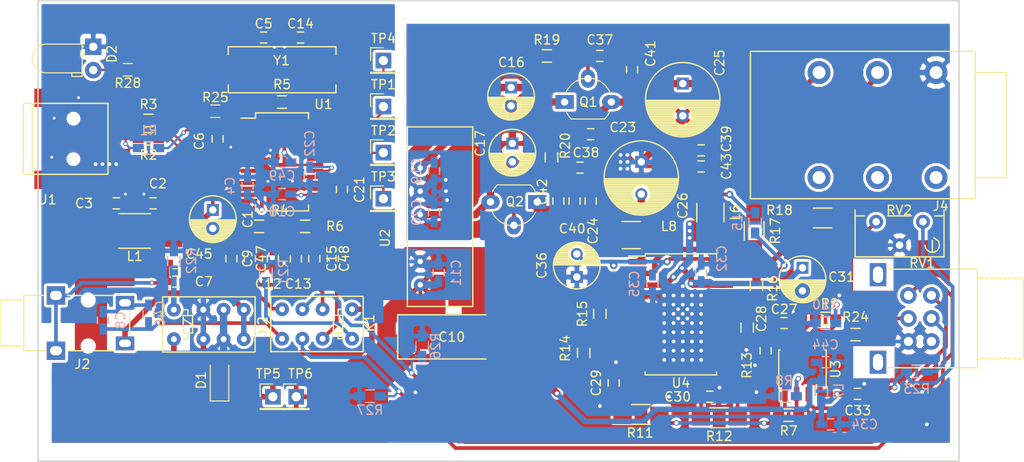
<source format=kicad_pcb>
(kicad_pcb (version 20170922) (host pcbnew "(2017-10-26 revision d2d123750)-master")

(general
  (thickness 1.6)
  (drawings 5)
  (tracks 1015)
  (zones 0)
  (modules 105)
  (nets 70)
)

(page A4)
(layers
  (0 F.Cu signal)
  (31 B.Cu signal)
  (32 B.Adhes user)
  (33 F.Adhes user)
  (34 B.Paste user)
  (35 F.Paste user)
  (36 B.SilkS user)
  (37 F.SilkS user)
  (38 B.Mask user)
  (39 F.Mask user)
  (40 Dwgs.User user)
  (41 Cmts.User user)
  (42 Eco1.User user)
  (43 Eco2.User user)
  (44 Edge.Cuts user)
  (45 Margin user)
  (46 B.CrtYd user)
  (47 F.CrtYd user)
  (48 B.Fab user hide)
  (49 F.Fab user hide)
)


(setup
  (last_trace_width 0.4)
  (user_trace_width 0.2)
  (user_trace_width 0.25)
  (user_trace_width 0.6)
  (user_trace_width 0.8)
  (user_trace_width 1.5)
  (trace_clearance 0.2)
  (zone_clearance 0.3)
  (zone_45_only yes)
  (trace_min 0.2)
  (segment_width 0.2)
  (edge_width 0.15)
  (via_size 0.6)
  (via_drill 0.4)
  (via_min_size 0.4)
  (via_min_drill 0.3)
  (user_via 0.5 0.3)
  (user_via 1.3 1)
  (uvia_size 0.3)
  (uvia_drill 0.1)
  (uvias_allowed no)
  (uvia_min_size 0.2)
  (uvia_min_drill 0.1)
  (pcb_text_width 0.3)
  (pcb_text_size 1.5 1.5)
  (mod_edge_width 0.15)
  (mod_text_size 1 1)
  (mod_text_width 0.15)
  (pad_size 3 4)
  (pad_drill 0)
  (pad_to_mask_clearance 0.2)
  (aux_axis_origin 0 0)
  (visible_elements FFFFFFFF)
  (pcbplotparams
    (layerselection 0x010f0_80000001)
    (usegerberextensions true)
    (usegerberattributes true)
    (usegerberadvancedattributes true)
    (creategerberjobfile true)
    (excludeedgelayer true)
    (linewidth 0.100000)
    (plotframeref false)
    (viasonmask false)
    (mode 1)
    (useauxorigin false)
    (hpglpennumber 1)
    (hpglpenspeed 20)
    (hpglpendiameter 15)
    (psnegative false)
    (psa4output false)
    (plotreference true)
    (plotvalue false)
    (plotinvisibletext false)
    (padsonsilk false)
    (subtractmaskfromsilk false)
    (outputformat 1)
    (mirror false)
    (drillshape 0)
    (scaleselection 1)
    (outputdirectory gerber/))
)

(net 0 "")
(net 1 Earth)
(net 2 "Net-(C1-Pad1)")
(net 3 +5V)
(net 4 "Net-(C4-Pad2)")
(net 5 "Net-(C5-Pad1)")
(net 6 +3V3)
(net 7 /LUSB)
(net 8 "Net-(C12-Pad1)")
(net 9 "Net-(C13-Pad2)")
(net 10 "Net-(C14-Pad1)")
(net 11 /RUSB)
(net 12 "Net-(C15-Pad1)")
(net 13 GNDPWR)
(net 14 "Net-(C16-Pad1)")
(net 15 "Net-(C17-Pad2)")
(net 16 "Net-(C18-Pad2)")
(net 17 "Net-(C21-Pad1)")
(net 18 "Net-(C22-Pad2)")
(net 19 +12V)
(net 20 -12V)
(net 21 "Net-(C27-Pad1)")
(net 22 "Net-(C29-Pad1)")
(net 23 "Net-(C30-Pad1)")
(net 24 "Net-(C31-Pad1)")
(net 25 "Net-(C33-Pad2)")
(net 26 "Net-(C35-Pad2)")
(net 27 "Net-(D1-Pad1)")
(net 28 "Net-(J1-Pad4)")
(net 29 /D+)
(net 30 /D-)
(net 31 GNDA)
(net 32 "Net-(J4-Pad4)")
(net 33 "Net-(J4-Pad6)")
(net 34 "Net-(J4-Pad5)")
(net 35 "Net-(J4-Pad2)")
(net 36 "Net-(J4-Pad3)")
(net 37 "Net-(K1-Pad6)")
(net 38 "Net-(K1-Pad3)")
(net 39 "Net-(R2-Pad2)")
(net 40 "Net-(R3-Pad1)")
(net 41 "Net-(R7-Pad2)")
(net 42 "Net-(R11-Pad2)")
(net 43 "Net-(R10-Pad2)")
(net 44 "Net-(R12-Pad2)")
(net 45 "Net-(R13-Pad2)")
(net 46 "Net-(R14-Pad1)")
(net 47 "Net-(R15-Pad2)")
(net 48 "Net-(R16-Pad1)")
(net 49 "Net-(TP1-Pad1)")
(net 50 "Net-(TP2-Pad1)")
(net 51 "Net-(TP3-Pad1)")
(net 52 "Net-(U1-Pad5)")
(net 53 "Net-(U1-Pad2)")
(net 54 "Net-(C37-Pad1)")
(net 55 "Net-(C38-Pad1)")
(net 56 "Net-(R23-Pad2)")
(net 57 "Net-(R23-Pad1)")
(net 58 "Net-(R24-Pad2)")
(net 59 "Net-(R24-Pad1)")
(net 60 "Net-(C45-Pad2)")
(net 61 "Net-(C45-Pad1)")
(net 62 "Net-(C46-Pad2)")
(net 63 "Net-(C46-Pad1)")
(net 64 "Net-(C47-Pad1)")
(net 65 "Net-(D2-Pad2)")
(net 66 "Net-(K1-Pad8)")
(net 67 "Net-(K2-Pad8)")
(net 68 "Net-(R25-Pad1)")
(net 69 /SSPND)

(net_class Default "This is the default net class."
  (clearance 0.2)
  (trace_width 0.4)
  (via_dia 0.6)
  (via_drill 0.4)
  (uvia_dia 0.3)
  (uvia_drill 0.1)
  (add_net +12V)
  (add_net +3V3)
  (add_net +5V)
  (add_net -12V)
  (add_net /D+)
  (add_net /D-)
  (add_net /LUSB)
  (add_net /RUSB)
  (add_net /SSPND)
  (add_net Earth)
  (add_net GNDA)
  (add_net GNDPWR)
  (add_net "Net-(C1-Pad1)")
  (add_net "Net-(C12-Pad1)")
  (add_net "Net-(C13-Pad2)")
  (add_net "Net-(C14-Pad1)")
  (add_net "Net-(C15-Pad1)")
  (add_net "Net-(C16-Pad1)")
  (add_net "Net-(C17-Pad2)")
  (add_net "Net-(C18-Pad2)")
  (add_net "Net-(C21-Pad1)")
  (add_net "Net-(C22-Pad2)")
  (add_net "Net-(C27-Pad1)")
  (add_net "Net-(C29-Pad1)")
  (add_net "Net-(C30-Pad1)")
  (add_net "Net-(C31-Pad1)")
  (add_net "Net-(C33-Pad2)")
  (add_net "Net-(C35-Pad2)")
  (add_net "Net-(C37-Pad1)")
  (add_net "Net-(C38-Pad1)")
  (add_net "Net-(C4-Pad2)")
  (add_net "Net-(C45-Pad1)")
  (add_net "Net-(C45-Pad2)")
  (add_net "Net-(C46-Pad1)")
  (add_net "Net-(C46-Pad2)")
  (add_net "Net-(C47-Pad1)")
  (add_net "Net-(C5-Pad1)")
  (add_net "Net-(D1-Pad1)")
  (add_net "Net-(D2-Pad2)")
  (add_net "Net-(J1-Pad4)")
  (add_net "Net-(J4-Pad2)")
  (add_net "Net-(J4-Pad3)")
  (add_net "Net-(J4-Pad4)")
  (add_net "Net-(J4-Pad5)")
  (add_net "Net-(J4-Pad6)")
  (add_net "Net-(K1-Pad3)")
  (add_net "Net-(K1-Pad6)")
  (add_net "Net-(K1-Pad8)")
  (add_net "Net-(K2-Pad8)")
  (add_net "Net-(R10-Pad2)")
  (add_net "Net-(R11-Pad2)")
  (add_net "Net-(R12-Pad2)")
  (add_net "Net-(R13-Pad2)")
  (add_net "Net-(R14-Pad1)")
  (add_net "Net-(R15-Pad2)")
  (add_net "Net-(R16-Pad1)")
  (add_net "Net-(R2-Pad2)")
  (add_net "Net-(R23-Pad1)")
  (add_net "Net-(R23-Pad2)")
  (add_net "Net-(R24-Pad1)")
  (add_net "Net-(R24-Pad2)")
  (add_net "Net-(R25-Pad1)")
  (add_net "Net-(R3-Pad1)")
  (add_net "Net-(R7-Pad2)")
  (add_net "Net-(TP1-Pad1)")
  (add_net "Net-(TP2-Pad1)")
  (add_net "Net-(TP3-Pad1)")
  (add_net "Net-(U1-Pad2)")
  (add_net "Net-(U1-Pad5)")
)

  (module smd:SOIC-20W_ThermalPad (layer F.Cu) (tedit 59D3B7C6) (tstamp 5978A9E9)
    (at 82.8 47.555)
    (descr "20-Lead Plastic Small Outline (SO) - Wide, 7.50 mm Body [SOIC] (see Microchip Packaging Specification 00000049BS.pdf)")
    (tags "SOIC 1.27")
    (path /5936C2F8)
    (attr smd)
    (fp_text reference U4 (at 0 7.445) (layer F.SilkS)
      (effects (font (size 1 1) (thickness 0.15)))
    )
    (fp_text value TPA6120 (at 0 7.5) (layer F.Fab)
      (effects (font (size 1 1) (thickness 0.15)))
    )
    (fp_line (start -3.875 -6.325) (end -5.675 -6.325) (layer F.SilkS) (width 0.15))
    (fp_line (start -3.875 6.575) (end 3.875 6.575) (layer F.SilkS) (width 0.15))
    (fp_line (start -3.875 -6.575) (end 3.875 -6.575) (layer F.SilkS) (width 0.15))
    (fp_line (start -3.875 6.575) (end -3.875 6.24) (layer F.SilkS) (width 0.15))
    (fp_line (start 3.875 6.575) (end 3.875 6.24) (layer F.SilkS) (width 0.15))
    (fp_line (start 3.875 -6.575) (end 3.875 -6.24) (layer F.SilkS) (width 0.15))
    (fp_line (start -3.875 -6.575) (end -3.875 -6.325) (layer F.SilkS) (width 0.15))
    (fp_line (start -5.95 6.75) (end 5.95 6.75) (layer F.CrtYd) (width 0.05))
    (fp_line (start -5.95 -6.75) (end 5.95 -6.75) (layer F.CrtYd) (width 0.05))
    (fp_line (start 5.95 -6.75) (end 5.95 6.75) (layer F.CrtYd) (width 0.05))
    (fp_line (start -5.95 -6.75) (end -5.95 6.75) (layer F.CrtYd) (width 0.05))
    (fp_line (start -3.75 -5.4) (end -2.75 -6.4) (layer F.Fab) (width 0.15))
    (fp_line (start -3.75 6.4) (end -3.75 -5.4) (layer F.Fab) (width 0.15))
    (fp_line (start 3.75 6.4) (end -3.75 6.4) (layer F.Fab) (width 0.15))
    (fp_line (start 3.75 -6.4) (end 3.75 6.4) (layer F.Fab) (width 0.15))
    (fp_line (start -2.75 -6.4) (end 3.75 -6.4) (layer F.Fab) (width 0.15))
    (pad 20 smd rect (at 4.7 -5.715) (size 1.95 0.6) (layers F.Cu F.Paste F.Mask)
      (net 26 "Net-(C35-Pad2)"))
    (pad 19 smd rect (at 4.7 -4.445) (size 1.95 0.6) (layers F.Cu F.Paste F.Mask)
      (net 48 "Net-(R16-Pad1)"))
    (pad 18 smd rect (at 4.7 -3.175) (size 1.95 0.6) (layers F.Cu F.Paste F.Mask)
      (net 24 "Net-(C31-Pad1)"))
    (pad 17 smd rect (at 4.7 -1.905) (size 1.95 0.6) (layers F.Cu F.Paste F.Mask)
      (net 23 "Net-(C30-Pad1)"))
    (pad 16 smd rect (at 4.7 -0.635) (size 1.95 0.6) (layers F.Cu F.Paste F.Mask)
      (net 45 "Net-(R13-Pad2)"))
    (pad 15 smd rect (at 4.7 0.635) (size 1.95 0.6) (layers F.Cu F.Paste F.Mask))
    (pad 14 smd rect (at 4.7 1.905) (size 1.95 0.6) (layers F.Cu F.Paste F.Mask))
    (pad 13 smd rect (at 4.7 3.175) (size 1.95 0.6) (layers F.Cu F.Paste F.Mask))
    (pad 12 smd rect (at 4.7 4.445) (size 1.95 0.6) (layers F.Cu F.Paste F.Mask))
    (pad 11 smd rect (at 4.7 5.715) (size 1.95 0.6) (layers F.Cu F.Paste F.Mask))
    (pad 10 smd rect (at -4.7 5.715) (size 1.95 0.6) (layers F.Cu F.Paste F.Mask))
    (pad 9 smd rect (at -4.7 4.445) (size 1.95 0.6) (layers F.Cu F.Paste F.Mask))
    (pad 8 smd rect (at -4.7 3.175) (size 1.95 0.6) (layers F.Cu F.Paste F.Mask))
    (pad 7 smd rect (at -4.7 1.905) (size 1.95 0.6) (layers F.Cu F.Paste F.Mask))
    (pad 6 smd rect (at -4.7 0.635) (size 1.95 0.6) (layers F.Cu F.Paste F.Mask))
    (pad 5 smd rect (at -4.7 -0.635) (size 1.95 0.6) (layers F.Cu F.Paste F.Mask)
      (net 46 "Net-(R14-Pad1)"))
    (pad 4 smd rect (at -4.7 -1.905) (size 1.95 0.6) (layers F.Cu F.Paste F.Mask)
      (net 22 "Net-(C29-Pad1)"))
    (pad 3 smd rect (at -4.7 -3.175) (size 1.95 0.6) (layers F.Cu F.Paste F.Mask)
      (net 24 "Net-(C31-Pad1)"))
    (pad 2 smd rect (at -4.7 -4.445) (size 1.95 0.6) (layers F.Cu F.Paste F.Mask)
      (net 47 "Net-(R15-Pad2)"))
    (pad 1 smd rect (at -4.7 -5.715) (size 1.95 0.6) (layers F.Cu F.Paste F.Mask)
      (net 26 "Net-(C35-Pad2)"))
    (pad 21 smd rect (at 0 0) (size 3 4) (layers F.Cu F.Paste F.Mask)
      (net 13 GNDPWR) (zone_connect 2))
    (model Housings_SOIC.3dshapes/SOIC-20_7.5x12.8mm_Pitch1.27mm.wrl
      (at (xyz 0 0 0))
      (scale (xyz 1 1 1))
      (rotate (xyz 0 0 0))
    )
  )

  (module Capacitors_THT:C_Radial_D8_L11.5_P3.5 (layer F.Cu) (tedit 0) (tstamp 5978A803)
    (at 83 22.5 270)
    (descr "Radial Electrolytic Capacitor Diameter 8mm x Length 11.5mm, Pitch 3.5mm")
    (tags "Electrolytic Capacitor")
    (path /593064DB)
    (fp_text reference C25 (at -2.25 -4 270) (layer F.SilkS)
      (effects (font (size 1 1) (thickness 0.15)))
    )
    (fp_text value 100u (at 1.75 5.3 270) (layer F.Fab)
      (effects (font (size 1 1) (thickness 0.15)))
    )
    (fp_circle (center 1.75 0) (end 1.75 -4.3) (layer F.CrtYd) (width 0.05))
    (fp_circle (center 1.75 0) (end 1.75 -4.0375) (layer F.SilkS) (width 0.15))
    (fp_circle (center 3.5 0) (end 3.5 -1) (layer F.SilkS) (width 0.15))
    (fp_line (start 5.745 -0.2) (end 5.745 0.2) (layer F.SilkS) (width 0.15))
    (fp_line (start 5.605 -1.067) (end 5.605 1.067) (layer F.SilkS) (width 0.15))
    (fp_line (start 5.465 -1.483) (end 5.465 1.483) (layer F.SilkS) (width 0.15))
    (fp_line (start 5.325 -1.794) (end 5.325 1.794) (layer F.SilkS) (width 0.15))
    (fp_line (start 5.185 -2.05) (end 5.185 2.05) (layer F.SilkS) (width 0.15))
    (fp_line (start 5.045 -2.268) (end 5.045 2.268) (layer F.SilkS) (width 0.15))
    (fp_line (start 4.905 -2.459) (end 4.905 2.459) (layer F.SilkS) (width 0.15))
    (fp_line (start 4.765 -2.629) (end 4.765 2.629) (layer F.SilkS) (width 0.15))
    (fp_line (start 4.625 -2.781) (end 4.625 2.781) (layer F.SilkS) (width 0.15))
    (fp_line (start 4.485 0.173) (end 4.485 2.919) (layer F.SilkS) (width 0.15))
    (fp_line (start 4.485 -2.919) (end 4.485 -0.173) (layer F.SilkS) (width 0.15))
    (fp_line (start 4.345 0.535) (end 4.345 3.044) (layer F.SilkS) (width 0.15))
    (fp_line (start 4.345 -3.044) (end 4.345 -0.535) (layer F.SilkS) (width 0.15))
    (fp_line (start 4.205 0.709) (end 4.205 3.158) (layer F.SilkS) (width 0.15))
    (fp_line (start 4.205 -3.158) (end 4.205 -0.709) (layer F.SilkS) (width 0.15))
    (fp_line (start 4.065 0.825) (end 4.065 3.262) (layer F.SilkS) (width 0.15))
    (fp_line (start 4.065 -3.262) (end 4.065 -0.825) (layer F.SilkS) (width 0.15))
    (fp_line (start 3.925 0.905) (end 3.925 3.357) (layer F.SilkS) (width 0.15))
    (fp_line (start 3.925 -3.357) (end 3.925 -0.905) (layer F.SilkS) (width 0.15))
    (fp_line (start 3.785 0.959) (end 3.785 3.444) (layer F.SilkS) (width 0.15))
    (fp_line (start 3.785 -3.444) (end 3.785 -0.959) (layer F.SilkS) (width 0.15))
    (fp_line (start 3.645 0.989) (end 3.645 3.523) (layer F.SilkS) (width 0.15))
    (fp_line (start 3.645 -3.523) (end 3.645 -0.989) (layer F.SilkS) (width 0.15))
    (fp_line (start 3.505 1) (end 3.505 3.594) (layer F.SilkS) (width 0.15))
    (fp_line (start 3.505 -3.594) (end 3.505 -1) (layer F.SilkS) (width 0.15))
    (fp_line (start 3.365 0.991) (end 3.365 3.659) (layer F.SilkS) (width 0.15))
    (fp_line (start 3.365 -3.659) (end 3.365 -0.991) (layer F.SilkS) (width 0.15))
    (fp_line (start 3.225 0.961) (end 3.225 3.718) (layer F.SilkS) (width 0.15))
    (fp_line (start 3.225 -3.718) (end 3.225 -0.961) (layer F.SilkS) (width 0.15))
    (fp_line (start 3.085 0.91) (end 3.085 3.771) (layer F.SilkS) (width 0.15))
    (fp_line (start 3.085 -3.771) (end 3.085 -0.91) (layer F.SilkS) (width 0.15))
    (fp_line (start 2.945 0.832) (end 2.945 3.817) (layer F.SilkS) (width 0.15))
    (fp_line (start 2.945 -3.817) (end 2.945 -0.832) (layer F.SilkS) (width 0.15))
    (fp_line (start 2.805 0.719) (end 2.805 3.858) (layer F.SilkS) (width 0.15))
    (fp_line (start 2.805 -3.858) (end 2.805 -0.719) (layer F.SilkS) (width 0.15))
    (fp_line (start 2.665 0.55) (end 2.665 3.894) (layer F.SilkS) (width 0.15))
    (fp_line (start 2.665 -3.894) (end 2.665 -0.55) (layer F.SilkS) (width 0.15))
    (fp_line (start 2.525 0.222) (end 2.525 3.924) (layer F.SilkS) (width 0.15))
    (fp_line (start 2.525 -3.924) (end 2.525 -0.222) (layer F.SilkS) (width 0.15))
    (fp_line (start 2.385 -3.949) (end 2.385 3.949) (layer F.SilkS) (width 0.15))
    (fp_line (start 2.245 -3.969) (end 2.245 3.969) (layer F.SilkS) (width 0.15))
    (fp_line (start 2.105 -3.984) (end 2.105 3.984) (layer F.SilkS) (width 0.15))
    (fp_line (start 1.965 -3.994) (end 1.965 3.994) (layer F.SilkS) (width 0.15))
    (fp_line (start 1.825 -3.999) (end 1.825 3.999) (layer F.SilkS) (width 0.15))
    (pad 1 thru_hole rect (at 0 0 270) (size 1.3 1.3) (drill 0.8) (layers *.Cu *.Mask)
      (net 19 +12V))
    (pad 2 thru_hole circle (at 3.5 0 270) (size 1.3 1.3) (drill 0.8) (layers *.Cu *.Mask)
      (net 13 GNDPWR))
    (model Capacitors_ThroughHole.3dshapes/C_Radial_D8_L11.5_P3.5.wrl
      (at (xyz 0 0 0))
      (scale (xyz 1 1 1))
      (rotate (xyz 0 0 0))
    )
  )

  (module Connectors:USB_Mini-B (layer F.Cu) (tedit 5543E571) (tstamp 5978A85A)
    (at 16 28.5)
    (descr "USB Mini-B 5-pin SMD connector")
    (tags "USB USB_B USB_Mini connector")
    (path /5976A1B4)
    (attr smd)
    (fp_text reference J1 (at -1.85 6.61) (layer F.SilkS)
      (effects (font (size 1 1) (thickness 0.15)))
    )
    (fp_text value USB_OTG (at 0 -7.0993) (layer F.Fab)
      (effects (font (size 1 1) (thickness 0.15)))
    )
    (fp_line (start 4.59994 -3.85064) (end -4.59994 -3.85064) (layer F.SilkS) (width 0.15))
    (fp_line (start 4.59994 3.85064) (end 4.59994 -3.85064) (layer F.SilkS) (width 0.15))
    (fp_line (start -4.59994 3.85064) (end 4.59994 3.85064) (layer F.SilkS) (width 0.15))
    (fp_line (start -4.59994 -3.85064) (end -4.59994 3.85064) (layer F.SilkS) (width 0.15))
    (fp_line (start -3.59918 -3.85064) (end -3.59918 3.85064) (layer F.SilkS) (width 0.15))
    (fp_line (start -4.85 5.7) (end -4.85 -5.7) (layer F.CrtYd) (width 0.05))
    (fp_line (start 4.85 5.7) (end -4.85 5.7) (layer F.CrtYd) (width 0.05))
    (fp_line (start 4.85 -5.7) (end 4.85 5.7) (layer F.CrtYd) (width 0.05))
    (fp_line (start -4.85 -5.7) (end 4.85 -5.7) (layer F.CrtYd) (width 0.05))
    (pad "" np_thru_hole circle (at 0.8509 2.19964) (size 0.89916 0.89916) (drill 0.89916) (layers *.Cu *.Mask))
    (pad "" np_thru_hole circle (at 0.8509 -2.19964) (size 0.89916 0.89916) (drill 0.89916) (layers *.Cu *.Mask))
    (pad 6 smd rect (at -2.14884 4.45008) (size 2.49936 1.99898) (layers F.Cu F.Paste F.Mask)
      (net 1 Earth))
    (pad 6 smd rect (at 3.35026 4.45008) (size 2.49936 1.99898) (layers F.Cu F.Paste F.Mask)
      (net 1 Earth))
    (pad 6 smd rect (at -2.14884 -4.45008) (size 2.49936 1.99898) (layers F.Cu F.Paste F.Mask)
      (net 1 Earth))
    (pad 6 smd rect (at 3.35026 -4.45008) (size 2.49936 1.99898) (layers F.Cu F.Paste F.Mask)
      (net 1 Earth))
    (pad 5 smd rect (at 3.44932 1.6002) (size 2.30124 0.50038) (layers F.Cu F.Paste F.Mask)
      (net 1 Earth))
    (pad 4 smd rect (at 3.44932 0.8001) (size 2.30124 0.50038) (layers F.Cu F.Paste F.Mask)
      (net 28 "Net-(J1-Pad4)"))
    (pad 3 smd rect (at 3.44932 0) (size 2.30124 0.50038) (layers F.Cu F.Paste F.Mask)
      (net 29 /D+))
    (pad 2 smd rect (at 3.44932 -0.8001) (size 2.30124 0.50038) (layers F.Cu F.Paste F.Mask)
      (net 30 /D-))
    (pad 1 smd rect (at 3.44932 -1.6002) (size 2.30124 0.50038) (layers F.Cu F.Paste F.Mask)
      (net 3 +5V))
  )

  (module Capacitors_THT:C_Radial_D5_L11_P2 (layer F.Cu) (tedit 0) (tstamp 5978A773)
    (at 31.98 36.22 270)
    (descr "Radial Electrolytic Capacitor 5mm x Length 11mm, Pitch 2mm")
    (tags "Electrolytic Capacitor")
    (path /5934B839)
    (fp_text reference C1 (at 1 -3.8 270) (layer F.SilkS)
      (effects (font (size 1 1) (thickness 0.15)))
    )
    (fp_text value 10u (at 1 3.8 270) (layer F.Fab)
      (effects (font (size 1 1) (thickness 0.15)))
    )
    (fp_circle (center 1 0) (end 1 -2.8) (layer F.CrtYd) (width 0.05))
    (fp_circle (center 1 0) (end 1 -2.5375) (layer F.SilkS) (width 0.15))
    (fp_circle (center 2 0) (end 2 -0.8) (layer F.SilkS) (width 0.15))
    (fp_line (start 3.455 -0.472) (end 3.455 0.472) (layer F.SilkS) (width 0.15))
    (fp_line (start 3.315 -0.944) (end 3.315 0.944) (layer F.SilkS) (width 0.15))
    (fp_line (start 3.175 -1.233) (end 3.175 1.233) (layer F.SilkS) (width 0.15))
    (fp_line (start 3.035 -1.452) (end 3.035 1.452) (layer F.SilkS) (width 0.15))
    (fp_line (start 2.895 -1.631) (end 2.895 1.631) (layer F.SilkS) (width 0.15))
    (fp_line (start 2.755 0.265) (end 2.755 1.78) (layer F.SilkS) (width 0.15))
    (fp_line (start 2.755 -1.78) (end 2.755 -0.265) (layer F.SilkS) (width 0.15))
    (fp_line (start 2.615 0.512) (end 2.615 1.908) (layer F.SilkS) (width 0.15))
    (fp_line (start 2.615 -1.908) (end 2.615 -0.512) (layer F.SilkS) (width 0.15))
    (fp_line (start 2.475 0.644) (end 2.475 2.019) (layer F.SilkS) (width 0.15))
    (fp_line (start 2.475 -2.019) (end 2.475 -0.644) (layer F.SilkS) (width 0.15))
    (fp_line (start 2.335 0.726) (end 2.335 2.114) (layer F.SilkS) (width 0.15))
    (fp_line (start 2.335 -2.114) (end 2.335 -0.726) (layer F.SilkS) (width 0.15))
    (fp_line (start 2.195 0.776) (end 2.195 2.196) (layer F.SilkS) (width 0.15))
    (fp_line (start 2.195 -2.196) (end 2.195 -0.776) (layer F.SilkS) (width 0.15))
    (fp_line (start 2.055 0.798) (end 2.055 2.266) (layer F.SilkS) (width 0.15))
    (fp_line (start 2.055 -2.266) (end 2.055 -0.798) (layer F.SilkS) (width 0.15))
    (fp_line (start 1.915 0.795) (end 1.915 2.327) (layer F.SilkS) (width 0.15))
    (fp_line (start 1.915 -2.327) (end 1.915 -0.795) (layer F.SilkS) (width 0.15))
    (fp_line (start 1.775 0.768) (end 1.775 2.377) (layer F.SilkS) (width 0.15))
    (fp_line (start 1.775 -2.377) (end 1.775 -0.768) (layer F.SilkS) (width 0.15))
    (fp_line (start 1.635 0.712) (end 1.635 2.418) (layer F.SilkS) (width 0.15))
    (fp_line (start 1.635 -2.418) (end 1.635 -0.712) (layer F.SilkS) (width 0.15))
    (fp_line (start 1.495 0.62) (end 1.495 2.451) (layer F.SilkS) (width 0.15))
    (fp_line (start 1.495 -2.451) (end 1.495 -0.62) (layer F.SilkS) (width 0.15))
    (fp_line (start 1.355 0.473) (end 1.355 2.475) (layer F.SilkS) (width 0.15))
    (fp_line (start 1.355 -2.475) (end 1.355 -0.473) (layer F.SilkS) (width 0.15))
    (fp_line (start 1.215 0.154) (end 1.215 2.491) (layer F.SilkS) (width 0.15))
    (fp_line (start 1.215 -2.491) (end 1.215 -0.154) (layer F.SilkS) (width 0.15))
    (fp_line (start 1.075 -2.499) (end 1.075 2.499) (layer F.SilkS) (width 0.15))
    (pad 2 thru_hole circle (at 2 0 270) (size 1.3 1.3) (drill 0.8) (layers *.Cu *.Mask)
      (net 1 Earth))
    (pad 1 thru_hole rect (at 0 0 270) (size 1.3 1.3) (drill 0.8) (layers *.Cu *.Mask)
      (net 2 "Net-(C1-Pad1)"))
    (model Capacitors_ThroughHole.3dshapes/C_Radial_D5_L11_P2.wrl
      (at (xyz 0 0 0))
      (scale (xyz 1 1 1))
      (rotate (xyz 0 0 0))
    )
  )

  (module Capacitors_SMD:C_0603_HandSoldering (layer F.Cu) (tedit 541A9B4D) (tstamp 5978A779)
    (at 25.5 35.5)
    (descr "Capacitor SMD 0603, hand soldering")
    (tags "capacitor 0603")
    (path /5934BF3E)
    (attr smd)
    (fp_text reference C2 (at 0.51 -2.14) (layer F.SilkS)
      (effects (font (size 1 1) (thickness 0.15)))
    )
    (fp_text value 100n (at 0 1.9) (layer F.Fab)
      (effects (font (size 1 1) (thickness 0.15)))
    )
    (fp_line (start 0.35 0.6) (end -0.35 0.6) (layer F.SilkS) (width 0.15))
    (fp_line (start -0.35 -0.6) (end 0.35 -0.6) (layer F.SilkS) (width 0.15))
    (fp_line (start 1.85 -0.75) (end 1.85 0.75) (layer F.CrtYd) (width 0.05))
    (fp_line (start -1.85 -0.75) (end -1.85 0.75) (layer F.CrtYd) (width 0.05))
    (fp_line (start -1.85 0.75) (end 1.85 0.75) (layer F.CrtYd) (width 0.05))
    (fp_line (start -1.85 -0.75) (end 1.85 -0.75) (layer F.CrtYd) (width 0.05))
    (fp_line (start -0.8 -0.4) (end 0.8 -0.4) (layer F.Fab) (width 0.15))
    (fp_line (start 0.8 -0.4) (end 0.8 0.4) (layer F.Fab) (width 0.15))
    (fp_line (start 0.8 0.4) (end -0.8 0.4) (layer F.Fab) (width 0.15))
    (fp_line (start -0.8 0.4) (end -0.8 -0.4) (layer F.Fab) (width 0.15))
    (pad 2 smd rect (at 0.95 0) (size 1.2 0.75) (layers F.Cu F.Paste F.Mask)
      (net 2 "Net-(C1-Pad1)"))
    (pad 1 smd rect (at -0.95 0) (size 1.2 0.75) (layers F.Cu F.Paste F.Mask)
      (net 1 Earth))
    (model Capacitors_SMD.3dshapes/C_0603_HandSoldering.wrl
      (at (xyz 0 0 0))
      (scale (xyz 1 1 1))
      (rotate (xyz 0 0 0))
    )
  )

  (module Capacitors_SMD:C_0603_HandSoldering (layer F.Cu) (tedit 541A9B4D) (tstamp 5978A77F)
    (at 21.5 35.5)
    (descr "Capacitor SMD 0603, hand soldering")
    (tags "capacitor 0603")
    (path /59305590)
    (attr smd)
    (fp_text reference C3 (at -3.5 0) (layer F.SilkS)
      (effects (font (size 1 1) (thickness 0.15)))
    )
    (fp_text value 200n (at 0 1.9) (layer F.Fab)
      (effects (font (size 1 1) (thickness 0.15)))
    )
    (fp_line (start 0.35 0.6) (end -0.35 0.6) (layer F.SilkS) (width 0.15))
    (fp_line (start -0.35 -0.6) (end 0.35 -0.6) (layer F.SilkS) (width 0.15))
    (fp_line (start 1.85 -0.75) (end 1.85 0.75) (layer F.CrtYd) (width 0.05))
    (fp_line (start -1.85 -0.75) (end -1.85 0.75) (layer F.CrtYd) (width 0.05))
    (fp_line (start -1.85 0.75) (end 1.85 0.75) (layer F.CrtYd) (width 0.05))
    (fp_line (start -1.85 -0.75) (end 1.85 -0.75) (layer F.CrtYd) (width 0.05))
    (fp_line (start -0.8 -0.4) (end 0.8 -0.4) (layer F.Fab) (width 0.15))
    (fp_line (start 0.8 -0.4) (end 0.8 0.4) (layer F.Fab) (width 0.15))
    (fp_line (start 0.8 0.4) (end -0.8 0.4) (layer F.Fab) (width 0.15))
    (fp_line (start -0.8 0.4) (end -0.8 -0.4) (layer F.Fab) (width 0.15))
    (pad 2 smd rect (at 0.95 0) (size 1.2 0.75) (layers F.Cu F.Paste F.Mask)
      (net 1 Earth))
    (pad 1 smd rect (at -0.95 0) (size 1.2 0.75) (layers F.Cu F.Paste F.Mask)
      (net 3 +5V))
    (model Capacitors_SMD.3dshapes/C_0603_HandSoldering.wrl
      (at (xyz 0 0 0))
      (scale (xyz 1 1 1))
      (rotate (xyz 0 0 0))
    )
  )

  (module Capacitors_SMD:C_0603_HandSoldering (layer B.Cu) (tedit 541A9B4D) (tstamp 5978A785)
    (at 35.75 33.59 270)
    (descr "Capacitor SMD 0603, hand soldering")
    (tags "capacitor 0603")
    (path /5934A4BD)
    (attr smd)
    (fp_text reference C4 (at 0 1.9 270) (layer B.SilkS)
      (effects (font (size 1 1) (thickness 0.15)) (justify mirror))
    )
    (fp_text value 1u (at 0 -1.9 270) (layer B.Fab)
      (effects (font (size 1 1) (thickness 0.15)) (justify mirror))
    )
    (fp_line (start 0.35 -0.6) (end -0.35 -0.6) (layer B.SilkS) (width 0.15))
    (fp_line (start -0.35 0.6) (end 0.35 0.6) (layer B.SilkS) (width 0.15))
    (fp_line (start 1.85 0.75) (end 1.85 -0.75) (layer B.CrtYd) (width 0.05))
    (fp_line (start -1.85 0.75) (end -1.85 -0.75) (layer B.CrtYd) (width 0.05))
    (fp_line (start -1.85 -0.75) (end 1.85 -0.75) (layer B.CrtYd) (width 0.05))
    (fp_line (start -1.85 0.75) (end 1.85 0.75) (layer B.CrtYd) (width 0.05))
    (fp_line (start -0.8 0.4) (end 0.8 0.4) (layer B.Fab) (width 0.15))
    (fp_line (start 0.8 0.4) (end 0.8 -0.4) (layer B.Fab) (width 0.15))
    (fp_line (start 0.8 -0.4) (end -0.8 -0.4) (layer B.Fab) (width 0.15))
    (fp_line (start -0.8 -0.4) (end -0.8 0.4) (layer B.Fab) (width 0.15))
    (pad 2 smd rect (at 0.95 0 270) (size 1.2 0.75) (layers B.Cu B.Paste B.Mask)
      (net 4 "Net-(C4-Pad2)"))
    (pad 1 smd rect (at -0.95 0 270) (size 1.2 0.75) (layers B.Cu B.Paste B.Mask)
      (net 1 Earth))
    (model Capacitors_SMD.3dshapes/C_0603_HandSoldering.wrl
      (at (xyz 0 0 0))
      (scale (xyz 1 1 1))
      (rotate (xyz 0 0 0))
    )
  )

  (module Capacitors_SMD:C_0603_HandSoldering (layer F.Cu) (tedit 541A9B4D) (tstamp 5978A78B)
    (at 37.5 17.5)
    (descr "Capacitor SMD 0603, hand soldering")
    (tags "capacitor 0603")
    (path /59348C90)
    (attr smd)
    (fp_text reference C5 (at 0 -1.5) (layer F.SilkS)
      (effects (font (size 1 1) (thickness 0.15)))
    )
    (fp_text value 27p (at 0 1.9) (layer F.Fab)
      (effects (font (size 1 1) (thickness 0.15)))
    )
    (fp_line (start 0.35 0.6) (end -0.35 0.6) (layer F.SilkS) (width 0.15))
    (fp_line (start -0.35 -0.6) (end 0.35 -0.6) (layer F.SilkS) (width 0.15))
    (fp_line (start 1.85 -0.75) (end 1.85 0.75) (layer F.CrtYd) (width 0.05))
    (fp_line (start -1.85 -0.75) (end -1.85 0.75) (layer F.CrtYd) (width 0.05))
    (fp_line (start -1.85 0.75) (end 1.85 0.75) (layer F.CrtYd) (width 0.05))
    (fp_line (start -1.85 -0.75) (end 1.85 -0.75) (layer F.CrtYd) (width 0.05))
    (fp_line (start -0.8 -0.4) (end 0.8 -0.4) (layer F.Fab) (width 0.15))
    (fp_line (start 0.8 -0.4) (end 0.8 0.4) (layer F.Fab) (width 0.15))
    (fp_line (start 0.8 0.4) (end -0.8 0.4) (layer F.Fab) (width 0.15))
    (fp_line (start -0.8 0.4) (end -0.8 -0.4) (layer F.Fab) (width 0.15))
    (pad 2 smd rect (at 0.95 0) (size 1.2 0.75) (layers F.Cu F.Paste F.Mask)
      (net 1 Earth))
    (pad 1 smd rect (at -0.95 0) (size 1.2 0.75) (layers F.Cu F.Paste F.Mask)
      (net 5 "Net-(C5-Pad1)"))
    (model Capacitors_SMD.3dshapes/C_0603_HandSoldering.wrl
      (at (xyz 0 0 0))
      (scale (xyz 1 1 1))
      (rotate (xyz 0 0 0))
    )
  )

  (module Capacitors_SMD:C_0603_HandSoldering (layer F.Cu) (tedit 541A9B4D) (tstamp 5978A791)
    (at 32.5 28.5 90)
    (descr "Capacitor SMD 0603, hand soldering")
    (tags "capacitor 0603")
    (path /5934D473)
    (attr smd)
    (fp_text reference C6 (at -0.25 -2 270) (layer F.SilkS)
      (effects (font (size 1 1) (thickness 0.15)))
    )
    (fp_text value 100n (at 0 1.9 90) (layer F.Fab)
      (effects (font (size 1 1) (thickness 0.15)))
    )
    (fp_line (start 0.35 0.6) (end -0.35 0.6) (layer F.SilkS) (width 0.15))
    (fp_line (start -0.35 -0.6) (end 0.35 -0.6) (layer F.SilkS) (width 0.15))
    (fp_line (start 1.85 -0.75) (end 1.85 0.75) (layer F.CrtYd) (width 0.05))
    (fp_line (start -1.85 -0.75) (end -1.85 0.75) (layer F.CrtYd) (width 0.05))
    (fp_line (start -1.85 0.75) (end 1.85 0.75) (layer F.CrtYd) (width 0.05))
    (fp_line (start -1.85 -0.75) (end 1.85 -0.75) (layer F.CrtYd) (width 0.05))
    (fp_line (start -0.8 -0.4) (end 0.8 -0.4) (layer F.Fab) (width 0.15))
    (fp_line (start 0.8 -0.4) (end 0.8 0.4) (layer F.Fab) (width 0.15))
    (fp_line (start 0.8 0.4) (end -0.8 0.4) (layer F.Fab) (width 0.15))
    (fp_line (start -0.8 0.4) (end -0.8 -0.4) (layer F.Fab) (width 0.15))
    (pad 2 smd rect (at 0.95 0 90) (size 1.2 0.75) (layers F.Cu F.Paste F.Mask)
      (net 6 +3V3))
    (pad 1 smd rect (at -0.95 0 90) (size 1.2 0.75) (layers F.Cu F.Paste F.Mask)
      (net 1 Earth))
    (model Capacitors_SMD.3dshapes/C_0603_HandSoldering.wrl
      (at (xyz 0 0 0))
      (scale (xyz 1 1 1))
      (rotate (xyz 0 0 0))
    )
  )

  (module Capacitors_SMD:C_0603_HandSoldering (layer F.Cu) (tedit 541A9B4D) (tstamp 5978A797)
    (at 28 44 180)
    (descr "Capacitor SMD 0603, hand soldering")
    (tags "capacitor 0603")
    (path /5935AC3B)
    (attr smd)
    (fp_text reference C7 (at -3 0 180) (layer F.SilkS)
      (effects (font (size 1 1) (thickness 0.15)))
    )
    (fp_text value 1u (at 0 1.9 180) (layer F.Fab)
      (effects (font (size 1 1) (thickness 0.15)))
    )
    (fp_line (start 0.35 0.6) (end -0.35 0.6) (layer F.SilkS) (width 0.15))
    (fp_line (start -0.35 -0.6) (end 0.35 -0.6) (layer F.SilkS) (width 0.15))
    (fp_line (start 1.85 -0.75) (end 1.85 0.75) (layer F.CrtYd) (width 0.05))
    (fp_line (start -1.85 -0.75) (end -1.85 0.75) (layer F.CrtYd) (width 0.05))
    (fp_line (start -1.85 0.75) (end 1.85 0.75) (layer F.CrtYd) (width 0.05))
    (fp_line (start -1.85 -0.75) (end 1.85 -0.75) (layer F.CrtYd) (width 0.05))
    (fp_line (start -0.8 -0.4) (end 0.8 -0.4) (layer F.Fab) (width 0.15))
    (fp_line (start 0.8 -0.4) (end 0.8 0.4) (layer F.Fab) (width 0.15))
    (fp_line (start 0.8 0.4) (end -0.8 0.4) (layer F.Fab) (width 0.15))
    (fp_line (start -0.8 0.4) (end -0.8 -0.4) (layer F.Fab) (width 0.15))
    (pad 2 smd rect (at 0.95 0 180) (size 1.2 0.75) (layers F.Cu F.Paste F.Mask)
      (net 60 "Net-(C45-Pad2)"))
    (pad 1 smd rect (at -0.95 0 180) (size 1.2 0.75) (layers F.Cu F.Paste F.Mask)
      (net 61 "Net-(C45-Pad1)"))
    (model Capacitors_SMD.3dshapes/C_0603_HandSoldering.wrl
      (at (xyz 0 0 0))
      (scale (xyz 1 1 1))
      (rotate (xyz 0 0 0))
    )
  )

  (module Capacitors_SMD:C_0603_HandSoldering (layer B.Cu) (tedit 541A9B4D) (tstamp 5978A79D)
    (at 20.06 48.2 90)
    (descr "Capacitor SMD 0603, hand soldering")
    (tags "capacitor 0603")
    (path /5935A9B7)
    (attr smd)
    (fp_text reference C8 (at 0 1.9 90) (layer B.SilkS)
      (effects (font (size 1 1) (thickness 0.15)) (justify mirror))
    )
    (fp_text value 1u (at 0 -1.9 90) (layer B.Fab)
      (effects (font (size 1 1) (thickness 0.15)) (justify mirror))
    )
    (fp_line (start 0.35 -0.6) (end -0.35 -0.6) (layer B.SilkS) (width 0.15))
    (fp_line (start -0.35 0.6) (end 0.35 0.6) (layer B.SilkS) (width 0.15))
    (fp_line (start 1.85 0.75) (end 1.85 -0.75) (layer B.CrtYd) (width 0.05))
    (fp_line (start -1.85 0.75) (end -1.85 -0.75) (layer B.CrtYd) (width 0.05))
    (fp_line (start -1.85 -0.75) (end 1.85 -0.75) (layer B.CrtYd) (width 0.05))
    (fp_line (start -1.85 0.75) (end 1.85 0.75) (layer B.CrtYd) (width 0.05))
    (fp_line (start -0.8 0.4) (end 0.8 0.4) (layer B.Fab) (width 0.15))
    (fp_line (start 0.8 0.4) (end 0.8 -0.4) (layer B.Fab) (width 0.15))
    (fp_line (start 0.8 -0.4) (end -0.8 -0.4) (layer B.Fab) (width 0.15))
    (fp_line (start -0.8 -0.4) (end -0.8 0.4) (layer B.Fab) (width 0.15))
    (pad 2 smd rect (at 0.95 0 90) (size 1.2 0.75) (layers B.Cu B.Paste B.Mask)
      (net 62 "Net-(C46-Pad2)"))
    (pad 1 smd rect (at -0.95 0 90) (size 1.2 0.75) (layers B.Cu B.Paste B.Mask)
      (net 63 "Net-(C46-Pad1)"))
    (model Capacitors_SMD.3dshapes/C_0603_HandSoldering.wrl
      (at (xyz 0 0 0))
      (scale (xyz 1 1 1))
      (rotate (xyz 0 0 0))
    )
  )

  (module Capacitors_SMD:C_0603_HandSoldering (layer F.Cu) (tedit 541A9B4D) (tstamp 5978A7A3)
    (at 34 41.5 90)
    (descr "Capacitor SMD 0603, hand soldering")
    (tags "capacitor 0603")
    (path /593501B5)
    (attr smd)
    (fp_text reference C9 (at 0 1.75 90) (layer F.SilkS)
      (effects (font (size 1 1) (thickness 0.15)))
    )
    (fp_text value 1u (at 0 1.9 90) (layer F.Fab)
      (effects (font (size 1 1) (thickness 0.15)))
    )
    (fp_line (start 0.35 0.6) (end -0.35 0.6) (layer F.SilkS) (width 0.15))
    (fp_line (start -0.35 -0.6) (end 0.35 -0.6) (layer F.SilkS) (width 0.15))
    (fp_line (start 1.85 -0.75) (end 1.85 0.75) (layer F.CrtYd) (width 0.05))
    (fp_line (start -1.85 -0.75) (end -1.85 0.75) (layer F.CrtYd) (width 0.05))
    (fp_line (start -1.85 0.75) (end 1.85 0.75) (layer F.CrtYd) (width 0.05))
    (fp_line (start -1.85 -0.75) (end 1.85 -0.75) (layer F.CrtYd) (width 0.05))
    (fp_line (start -0.8 -0.4) (end 0.8 -0.4) (layer F.Fab) (width 0.15))
    (fp_line (start 0.8 -0.4) (end 0.8 0.4) (layer F.Fab) (width 0.15))
    (fp_line (start 0.8 0.4) (end -0.8 0.4) (layer F.Fab) (width 0.15))
    (fp_line (start -0.8 0.4) (end -0.8 -0.4) (layer F.Fab) (width 0.15))
    (pad 2 smd rect (at 0.95 0 90) (size 1.2 0.75) (layers F.Cu F.Paste F.Mask)
      (net 64 "Net-(C47-Pad1)"))
    (pad 1 smd rect (at -0.95 0 90) (size 1.2 0.75) (layers F.Cu F.Paste F.Mask)
      (net 7 /LUSB))
    (model Capacitors_SMD.3dshapes/C_0603_HandSoldering.wrl
      (at (xyz 0 0 0))
      (scale (xyz 1 1 1))
      (rotate (xyz 0 0 0))
    )
  )

  (module Capacitors_Tantalum_SMD:Tantalum_Case-D_EIA-7343-31_Hand (layer F.Cu) (tedit 57B6E980) (tstamp 5978A7A9)
    (at 58 50)
    (descr "Tantalum capacitor, Case D, EIA 7343-31, 7.3x4.3x2.8mm, Hand soldering footprint")
    (tags "capacitor tantalum smd")
    (path /593055F7)
    (attr smd)
    (fp_text reference C10 (at -0.08 0.01) (layer F.SilkS)
      (effects (font (size 1 1) (thickness 0.15)))
    )
    (fp_text value 100u (at 0 3.9) (layer F.Fab)
      (effects (font (size 1 1) (thickness 0.15)))
    )
    (fp_line (start -5.95 -2.4) (end -5.95 2.4) (layer F.SilkS) (width 0.15))
    (fp_line (start -5.95 2.4) (end 3.65 2.4) (layer F.SilkS) (width 0.15))
    (fp_line (start -5.95 -2.4) (end 3.65 -2.4) (layer F.SilkS) (width 0.15))
    (fp_line (start -2.555 -2.15) (end -2.555 2.15) (layer F.Fab) (width 0.15))
    (fp_line (start -2.92 -2.15) (end -2.92 2.15) (layer F.Fab) (width 0.15))
    (fp_line (start 3.65 -2.15) (end -3.65 -2.15) (layer F.Fab) (width 0.15))
    (fp_line (start 3.65 2.15) (end 3.65 -2.15) (layer F.Fab) (width 0.15))
    (fp_line (start -3.65 2.15) (end 3.65 2.15) (layer F.Fab) (width 0.15))
    (fp_line (start -3.65 -2.15) (end -3.65 2.15) (layer F.Fab) (width 0.15))
    (fp_line (start 6.05 -2.5) (end -6.05 -2.5) (layer F.CrtYd) (width 0.05))
    (fp_line (start 6.05 2.5) (end 6.05 -2.5) (layer F.CrtYd) (width 0.05))
    (fp_line (start -6.05 2.5) (end 6.05 2.5) (layer F.CrtYd) (width 0.05))
    (fp_line (start -6.05 -2.5) (end -6.05 2.5) (layer F.CrtYd) (width 0.05))
    (pad 2 smd rect (at 3.775 0) (size 3.75 2.7) (layers F.Cu F.Paste F.Mask)
      (net 1 Earth))
    (pad 1 smd rect (at -3.775 0) (size 3.75 2.7) (layers F.Cu F.Paste F.Mask)
      (net 3 +5V))
    (model Capacitors_Tantalum_SMD.3dshapes/Tantalum_Case-D_EIA-7343-31.wrl
      (at (xyz 0 0 0))
      (scale (xyz 1 1 1))
      (rotate (xyz 0 0 0))
    )
  )

  (module Capacitors_SMD:C_0603_HandSoldering (layer B.Cu) (tedit 541A9B4D) (tstamp 5978A7AF)
    (at 56.5 43.05 90)
    (descr "Capacitor SMD 0603, hand soldering")
    (tags "capacitor 0603")
    (path /5930565F)
    (attr smd)
    (fp_text reference C11 (at 0 1.9 90) (layer B.SilkS)
      (effects (font (size 1 1) (thickness 0.15)) (justify mirror))
    )
    (fp_text value 100n (at 0 -1.9 90) (layer B.Fab)
      (effects (font (size 1 1) (thickness 0.15)) (justify mirror))
    )
    (fp_line (start 0.35 -0.6) (end -0.35 -0.6) (layer B.SilkS) (width 0.15))
    (fp_line (start -0.35 0.6) (end 0.35 0.6) (layer B.SilkS) (width 0.15))
    (fp_line (start 1.85 0.75) (end 1.85 -0.75) (layer B.CrtYd) (width 0.05))
    (fp_line (start -1.85 0.75) (end -1.85 -0.75) (layer B.CrtYd) (width 0.05))
    (fp_line (start -1.85 -0.75) (end 1.85 -0.75) (layer B.CrtYd) (width 0.05))
    (fp_line (start -1.85 0.75) (end 1.85 0.75) (layer B.CrtYd) (width 0.05))
    (fp_line (start -0.8 0.4) (end 0.8 0.4) (layer B.Fab) (width 0.15))
    (fp_line (start 0.8 0.4) (end 0.8 -0.4) (layer B.Fab) (width 0.15))
    (fp_line (start 0.8 -0.4) (end -0.8 -0.4) (layer B.Fab) (width 0.15))
    (fp_line (start -0.8 -0.4) (end -0.8 0.4) (layer B.Fab) (width 0.15))
    (pad 2 smd rect (at 0.95 0 90) (size 1.2 0.75) (layers B.Cu B.Paste B.Mask)
      (net 1 Earth))
    (pad 1 smd rect (at -0.95 0 90) (size 1.2 0.75) (layers B.Cu B.Paste B.Mask)
      (net 3 +5V))
    (model Capacitors_SMD.3dshapes/C_0603_HandSoldering.wrl
      (at (xyz 0 0 0))
      (scale (xyz 1 1 1))
      (rotate (xyz 0 0 0))
    )
  )

  (module Capacitors_SMD:C_0603_HandSoldering (layer F.Cu) (tedit 541A9B4D) (tstamp 5978A7B5)
    (at 38.5 41.5 270)
    (descr "Capacitor SMD 0603, hand soldering")
    (tags "capacitor 0603")
    (path /5934FA03)
    (attr smd)
    (fp_text reference C12 (at 2.75 0.5 180) (layer F.SilkS)
      (effects (font (size 1 1) (thickness 0.15)))
    )
    (fp_text value 22n (at 0 1.9 270) (layer F.Fab)
      (effects (font (size 1 1) (thickness 0.15)))
    )
    (fp_line (start 0.35 0.6) (end -0.35 0.6) (layer F.SilkS) (width 0.15))
    (fp_line (start -0.35 -0.6) (end 0.35 -0.6) (layer F.SilkS) (width 0.15))
    (fp_line (start 1.85 -0.75) (end 1.85 0.75) (layer F.CrtYd) (width 0.05))
    (fp_line (start -1.85 -0.75) (end -1.85 0.75) (layer F.CrtYd) (width 0.05))
    (fp_line (start -1.85 0.75) (end 1.85 0.75) (layer F.CrtYd) (width 0.05))
    (fp_line (start -1.85 -0.75) (end 1.85 -0.75) (layer F.CrtYd) (width 0.05))
    (fp_line (start -0.8 -0.4) (end 0.8 -0.4) (layer F.Fab) (width 0.15))
    (fp_line (start 0.8 -0.4) (end 0.8 0.4) (layer F.Fab) (width 0.15))
    (fp_line (start 0.8 0.4) (end -0.8 0.4) (layer F.Fab) (width 0.15))
    (fp_line (start -0.8 0.4) (end -0.8 -0.4) (layer F.Fab) (width 0.15))
    (pad 2 smd rect (at 0.95 0 270) (size 1.2 0.75) (layers F.Cu F.Paste F.Mask)
      (net 1 Earth))
    (pad 1 smd rect (at -0.95 0 270) (size 1.2 0.75) (layers F.Cu F.Paste F.Mask)
      (net 8 "Net-(C12-Pad1)"))
    (model Capacitors_SMD.3dshapes/C_0603_HandSoldering.wrl
      (at (xyz 0 0 0))
      (scale (xyz 1 1 1))
      (rotate (xyz 0 0 0))
    )
  )

  (module Capacitors_SMD:C_0603_HandSoldering (layer F.Cu) (tedit 541A9B4D) (tstamp 5978A7BB)
    (at 41 41.5 90)
    (descr "Capacitor SMD 0603, hand soldering")
    (tags "capacitor 0603")
    (path /5934F029)
    (attr smd)
    (fp_text reference C13 (at -2.75 0.25) (layer F.SilkS)
      (effects (font (size 1 1) (thickness 0.15)))
    )
    (fp_text value 22n (at 0 1.9 90) (layer F.Fab)
      (effects (font (size 1 1) (thickness 0.15)))
    )
    (fp_line (start 0.35 0.6) (end -0.35 0.6) (layer F.SilkS) (width 0.15))
    (fp_line (start -0.35 -0.6) (end 0.35 -0.6) (layer F.SilkS) (width 0.15))
    (fp_line (start 1.85 -0.75) (end 1.85 0.75) (layer F.CrtYd) (width 0.05))
    (fp_line (start -1.85 -0.75) (end -1.85 0.75) (layer F.CrtYd) (width 0.05))
    (fp_line (start -1.85 0.75) (end 1.85 0.75) (layer F.CrtYd) (width 0.05))
    (fp_line (start -1.85 -0.75) (end 1.85 -0.75) (layer F.CrtYd) (width 0.05))
    (fp_line (start -0.8 -0.4) (end 0.8 -0.4) (layer F.Fab) (width 0.15))
    (fp_line (start 0.8 -0.4) (end 0.8 0.4) (layer F.Fab) (width 0.15))
    (fp_line (start 0.8 0.4) (end -0.8 0.4) (layer F.Fab) (width 0.15))
    (fp_line (start -0.8 0.4) (end -0.8 -0.4) (layer F.Fab) (width 0.15))
    (pad 2 smd rect (at 0.95 0 90) (size 1.2 0.75) (layers F.Cu F.Paste F.Mask)
      (net 9 "Net-(C13-Pad2)"))
    (pad 1 smd rect (at -0.95 0 90) (size 1.2 0.75) (layers F.Cu F.Paste F.Mask)
      (net 1 Earth))
    (model Capacitors_SMD.3dshapes/C_0603_HandSoldering.wrl
      (at (xyz 0 0 0))
      (scale (xyz 1 1 1))
      (rotate (xyz 0 0 0))
    )
  )

  (module Capacitors_SMD:C_0603_HandSoldering (layer F.Cu) (tedit 541A9B4D) (tstamp 5978A7C1)
    (at 41.5 17.5 180)
    (descr "Capacitor SMD 0603, hand soldering")
    (tags "capacitor 0603")
    (path /59348F37)
    (attr smd)
    (fp_text reference C14 (at 0 1.5 180) (layer F.SilkS)
      (effects (font (size 1 1) (thickness 0.15)))
    )
    (fp_text value 27p (at 0 1.9 180) (layer F.Fab)
      (effects (font (size 1 1) (thickness 0.15)))
    )
    (fp_line (start 0.35 0.6) (end -0.35 0.6) (layer F.SilkS) (width 0.15))
    (fp_line (start -0.35 -0.6) (end 0.35 -0.6) (layer F.SilkS) (width 0.15))
    (fp_line (start 1.85 -0.75) (end 1.85 0.75) (layer F.CrtYd) (width 0.05))
    (fp_line (start -1.85 -0.75) (end -1.85 0.75) (layer F.CrtYd) (width 0.05))
    (fp_line (start -1.85 0.75) (end 1.85 0.75) (layer F.CrtYd) (width 0.05))
    (fp_line (start -1.85 -0.75) (end 1.85 -0.75) (layer F.CrtYd) (width 0.05))
    (fp_line (start -0.8 -0.4) (end 0.8 -0.4) (layer F.Fab) (width 0.15))
    (fp_line (start 0.8 -0.4) (end 0.8 0.4) (layer F.Fab) (width 0.15))
    (fp_line (start 0.8 0.4) (end -0.8 0.4) (layer F.Fab) (width 0.15))
    (fp_line (start -0.8 0.4) (end -0.8 -0.4) (layer F.Fab) (width 0.15))
    (pad 2 smd rect (at 0.95 0 180) (size 1.2 0.75) (layers F.Cu F.Paste F.Mask)
      (net 1 Earth))
    (pad 1 smd rect (at -0.95 0 180) (size 1.2 0.75) (layers F.Cu F.Paste F.Mask)
      (net 10 "Net-(C14-Pad1)"))
    (model Capacitors_SMD.3dshapes/C_0603_HandSoldering.wrl
      (at (xyz 0 0 0))
      (scale (xyz 1 1 1))
      (rotate (xyz 0 0 0))
    )
  )

  (module Capacitors_SMD:C_0603_HandSoldering (layer F.Cu) (tedit 541A9B4D) (tstamp 5978A7C7)
    (at 43 41.5 270)
    (descr "Capacitor SMD 0603, hand soldering")
    (tags "capacitor 0603")
    (path /5934F52B)
    (attr smd)
    (fp_text reference C15 (at 0 -1.9 270) (layer F.SilkS)
      (effects (font (size 1 1) (thickness 0.15)))
    )
    (fp_text value 1u (at 0 1.9 270) (layer F.Fab)
      (effects (font (size 1 1) (thickness 0.15)))
    )
    (fp_line (start 0.35 0.6) (end -0.35 0.6) (layer F.SilkS) (width 0.15))
    (fp_line (start -0.35 -0.6) (end 0.35 -0.6) (layer F.SilkS) (width 0.15))
    (fp_line (start 1.85 -0.75) (end 1.85 0.75) (layer F.CrtYd) (width 0.05))
    (fp_line (start -1.85 -0.75) (end -1.85 0.75) (layer F.CrtYd) (width 0.05))
    (fp_line (start -1.85 0.75) (end 1.85 0.75) (layer F.CrtYd) (width 0.05))
    (fp_line (start -1.85 -0.75) (end 1.85 -0.75) (layer F.CrtYd) (width 0.05))
    (fp_line (start -0.8 -0.4) (end 0.8 -0.4) (layer F.Fab) (width 0.15))
    (fp_line (start 0.8 -0.4) (end 0.8 0.4) (layer F.Fab) (width 0.15))
    (fp_line (start 0.8 0.4) (end -0.8 0.4) (layer F.Fab) (width 0.15))
    (fp_line (start -0.8 0.4) (end -0.8 -0.4) (layer F.Fab) (width 0.15))
    (pad 2 smd rect (at 0.95 0 270) (size 1.2 0.75) (layers F.Cu F.Paste F.Mask)
      (net 11 /RUSB))
    (pad 1 smd rect (at -0.95 0 270) (size 1.2 0.75) (layers F.Cu F.Paste F.Mask)
      (net 12 "Net-(C15-Pad1)"))
    (model Capacitors_SMD.3dshapes/C_0603_HandSoldering.wrl
      (at (xyz 0 0 0))
      (scale (xyz 1 1 1))
      (rotate (xyz 0 0 0))
    )
  )

  (module Capacitors_THT:C_Radial_D5_L11_P2 (layer F.Cu) (tedit 0) (tstamp 5978A7CD)
    (at 64.36 22.92 270)
    (descr "Radial Electrolytic Capacitor 5mm x Length 11mm, Pitch 2mm")
    (tags "Electrolytic Capacitor")
    (path /59305A96)
    (fp_text reference C16 (at -2.72 -0.04) (layer F.SilkS)
      (effects (font (size 1 1) (thickness 0.15)))
    )
    (fp_text value 10u (at 1 3.8 270) (layer F.Fab)
      (effects (font (size 1 1) (thickness 0.15)))
    )
    (fp_circle (center 1 0) (end 1 -2.8) (layer F.CrtYd) (width 0.05))
    (fp_circle (center 1 0) (end 1 -2.5375) (layer F.SilkS) (width 0.15))
    (fp_circle (center 2 0) (end 2 -0.8) (layer F.SilkS) (width 0.15))
    (fp_line (start 3.455 -0.472) (end 3.455 0.472) (layer F.SilkS) (width 0.15))
    (fp_line (start 3.315 -0.944) (end 3.315 0.944) (layer F.SilkS) (width 0.15))
    (fp_line (start 3.175 -1.233) (end 3.175 1.233) (layer F.SilkS) (width 0.15))
    (fp_line (start 3.035 -1.452) (end 3.035 1.452) (layer F.SilkS) (width 0.15))
    (fp_line (start 2.895 -1.631) (end 2.895 1.631) (layer F.SilkS) (width 0.15))
    (fp_line (start 2.755 0.265) (end 2.755 1.78) (layer F.SilkS) (width 0.15))
    (fp_line (start 2.755 -1.78) (end 2.755 -0.265) (layer F.SilkS) (width 0.15))
    (fp_line (start 2.615 0.512) (end 2.615 1.908) (layer F.SilkS) (width 0.15))
    (fp_line (start 2.615 -1.908) (end 2.615 -0.512) (layer F.SilkS) (width 0.15))
    (fp_line (start 2.475 0.644) (end 2.475 2.019) (layer F.SilkS) (width 0.15))
    (fp_line (start 2.475 -2.019) (end 2.475 -0.644) (layer F.SilkS) (width 0.15))
    (fp_line (start 2.335 0.726) (end 2.335 2.114) (layer F.SilkS) (width 0.15))
    (fp_line (start 2.335 -2.114) (end 2.335 -0.726) (layer F.SilkS) (width 0.15))
    (fp_line (start 2.195 0.776) (end 2.195 2.196) (layer F.SilkS) (width 0.15))
    (fp_line (start 2.195 -2.196) (end 2.195 -0.776) (layer F.SilkS) (width 0.15))
    (fp_line (start 2.055 0.798) (end 2.055 2.266) (layer F.SilkS) (width 0.15))
    (fp_line (start 2.055 -2.266) (end 2.055 -0.798) (layer F.SilkS) (width 0.15))
    (fp_line (start 1.915 0.795) (end 1.915 2.327) (layer F.SilkS) (width 0.15))
    (fp_line (start 1.915 -2.327) (end 1.915 -0.795) (layer F.SilkS) (width 0.15))
    (fp_line (start 1.775 0.768) (end 1.775 2.377) (layer F.SilkS) (width 0.15))
    (fp_line (start 1.775 -2.377) (end 1.775 -0.768) (layer F.SilkS) (width 0.15))
    (fp_line (start 1.635 0.712) (end 1.635 2.418) (layer F.SilkS) (width 0.15))
    (fp_line (start 1.635 -2.418) (end 1.635 -0.712) (layer F.SilkS) (width 0.15))
    (fp_line (start 1.495 0.62) (end 1.495 2.451) (layer F.SilkS) (width 0.15))
    (fp_line (start 1.495 -2.451) (end 1.495 -0.62) (layer F.SilkS) (width 0.15))
    (fp_line (start 1.355 0.473) (end 1.355 2.475) (layer F.SilkS) (width 0.15))
    (fp_line (start 1.355 -2.475) (end 1.355 -0.473) (layer F.SilkS) (width 0.15))
    (fp_line (start 1.215 0.154) (end 1.215 2.491) (layer F.SilkS) (width 0.15))
    (fp_line (start 1.215 -2.491) (end 1.215 -0.154) (layer F.SilkS) (width 0.15))
    (fp_line (start 1.075 -2.499) (end 1.075 2.499) (layer F.SilkS) (width 0.15))
    (pad 2 thru_hole circle (at 2 0 270) (size 1.3 1.3) (drill 0.8) (layers *.Cu *.Mask)
      (net 13 GNDPWR))
    (pad 1 thru_hole rect (at 0 0 270) (size 1.3 1.3) (drill 0.8) (layers *.Cu *.Mask)
      (net 14 "Net-(C16-Pad1)"))
    (model Capacitors_ThroughHole.3dshapes/C_Radial_D5_L11_P2.wrl
      (at (xyz 0 0 0))
      (scale (xyz 1 1 1))
      (rotate (xyz 0 0 0))
    )
  )

  (module Capacitors_THT:C_Radial_D5_L11_P2 (layer F.Cu) (tedit 0) (tstamp 5978A7D3)
    (at 64.5 29 270)
    (descr "Radial Electrolytic Capacitor 5mm x Length 11mm, Pitch 2mm")
    (tags "Electrolytic Capacitor")
    (path /59305B29)
    (fp_text reference C17 (at 0 3.5 270) (layer F.SilkS)
      (effects (font (size 1 1) (thickness 0.15)))
    )
    (fp_text value 10u (at 1 3.8 270) (layer F.Fab)
      (effects (font (size 1 1) (thickness 0.15)))
    )
    (fp_circle (center 1 0) (end 1 -2.8) (layer F.CrtYd) (width 0.05))
    (fp_circle (center 1 0) (end 1 -2.5375) (layer F.SilkS) (width 0.15))
    (fp_circle (center 2 0) (end 2 -0.8) (layer F.SilkS) (width 0.15))
    (fp_line (start 3.455 -0.472) (end 3.455 0.472) (layer F.SilkS) (width 0.15))
    (fp_line (start 3.315 -0.944) (end 3.315 0.944) (layer F.SilkS) (width 0.15))
    (fp_line (start 3.175 -1.233) (end 3.175 1.233) (layer F.SilkS) (width 0.15))
    (fp_line (start 3.035 -1.452) (end 3.035 1.452) (layer F.SilkS) (width 0.15))
    (fp_line (start 2.895 -1.631) (end 2.895 1.631) (layer F.SilkS) (width 0.15))
    (fp_line (start 2.755 0.265) (end 2.755 1.78) (layer F.SilkS) (width 0.15))
    (fp_line (start 2.755 -1.78) (end 2.755 -0.265) (layer F.SilkS) (width 0.15))
    (fp_line (start 2.615 0.512) (end 2.615 1.908) (layer F.SilkS) (width 0.15))
    (fp_line (start 2.615 -1.908) (end 2.615 -0.512) (layer F.SilkS) (width 0.15))
    (fp_line (start 2.475 0.644) (end 2.475 2.019) (layer F.SilkS) (width 0.15))
    (fp_line (start 2.475 -2.019) (end 2.475 -0.644) (layer F.SilkS) (width 0.15))
    (fp_line (start 2.335 0.726) (end 2.335 2.114) (layer F.SilkS) (width 0.15))
    (fp_line (start 2.335 -2.114) (end 2.335 -0.726) (layer F.SilkS) (width 0.15))
    (fp_line (start 2.195 0.776) (end 2.195 2.196) (layer F.SilkS) (width 0.15))
    (fp_line (start 2.195 -2.196) (end 2.195 -0.776) (layer F.SilkS) (width 0.15))
    (fp_line (start 2.055 0.798) (end 2.055 2.266) (layer F.SilkS) (width 0.15))
    (fp_line (start 2.055 -2.266) (end 2.055 -0.798) (layer F.SilkS) (width 0.15))
    (fp_line (start 1.915 0.795) (end 1.915 2.327) (layer F.SilkS) (width 0.15))
    (fp_line (start 1.915 -2.327) (end 1.915 -0.795) (layer F.SilkS) (width 0.15))
    (fp_line (start 1.775 0.768) (end 1.775 2.377) (layer F.SilkS) (width 0.15))
    (fp_line (start 1.775 -2.377) (end 1.775 -0.768) (layer F.SilkS) (width 0.15))
    (fp_line (start 1.635 0.712) (end 1.635 2.418) (layer F.SilkS) (width 0.15))
    (fp_line (start 1.635 -2.418) (end 1.635 -0.712) (layer F.SilkS) (width 0.15))
    (fp_line (start 1.495 0.62) (end 1.495 2.451) (layer F.SilkS) (width 0.15))
    (fp_line (start 1.495 -2.451) (end 1.495 -0.62) (layer F.SilkS) (width 0.15))
    (fp_line (start 1.355 0.473) (end 1.355 2.475) (layer F.SilkS) (width 0.15))
    (fp_line (start 1.355 -2.475) (end 1.355 -0.473) (layer F.SilkS) (width 0.15))
    (fp_line (start 1.215 0.154) (end 1.215 2.491) (layer F.SilkS) (width 0.15))
    (fp_line (start 1.215 -2.491) (end 1.215 -0.154) (layer F.SilkS) (width 0.15))
    (fp_line (start 1.075 -2.499) (end 1.075 2.499) (layer F.SilkS) (width 0.15))
    (pad 2 thru_hole circle (at 2 0 270) (size 1.3 1.3) (drill 0.8) (layers *.Cu *.Mask)
      (net 15 "Net-(C17-Pad2)"))
    (pad 1 thru_hole rect (at 0 0 270) (size 1.3 1.3) (drill 0.8) (layers *.Cu *.Mask)
      (net 13 GNDPWR))
    (model Capacitors_ThroughHole.3dshapes/C_Radial_D5_L11_P2.wrl
      (at (xyz 0 0 0))
      (scale (xyz 1 1 1))
      (rotate (xyz 0 0 0))
    )
  )

  (module Capacitors_SMD:C_0603_HandSoldering (layer B.Cu) (tedit 541A9B4D) (tstamp 5978A7D9)
    (at 39.5 34.5)
    (descr "Capacitor SMD 0603, hand soldering")
    (tags "capacitor 0603")
    (path /5934A59B)
    (attr smd)
    (fp_text reference C18 (at 0 1.9) (layer B.SilkS)
      (effects (font (size 1 1) (thickness 0.15)) (justify mirror))
    )
    (fp_text value 1u (at 0 -1.9) (layer B.Fab)
      (effects (font (size 1 1) (thickness 0.15)) (justify mirror))
    )
    (fp_line (start 0.35 -0.6) (end -0.35 -0.6) (layer B.SilkS) (width 0.15))
    (fp_line (start -0.35 0.6) (end 0.35 0.6) (layer B.SilkS) (width 0.15))
    (fp_line (start 1.85 0.75) (end 1.85 -0.75) (layer B.CrtYd) (width 0.05))
    (fp_line (start -1.85 0.75) (end -1.85 -0.75) (layer B.CrtYd) (width 0.05))
    (fp_line (start -1.85 -0.75) (end 1.85 -0.75) (layer B.CrtYd) (width 0.05))
    (fp_line (start -1.85 0.75) (end 1.85 0.75) (layer B.CrtYd) (width 0.05))
    (fp_line (start -0.8 0.4) (end 0.8 0.4) (layer B.Fab) (width 0.15))
    (fp_line (start 0.8 0.4) (end 0.8 -0.4) (layer B.Fab) (width 0.15))
    (fp_line (start 0.8 -0.4) (end -0.8 -0.4) (layer B.Fab) (width 0.15))
    (fp_line (start -0.8 -0.4) (end -0.8 0.4) (layer B.Fab) (width 0.15))
    (pad 2 smd rect (at 0.95 0) (size 1.2 0.75) (layers B.Cu B.Paste B.Mask)
      (net 16 "Net-(C18-Pad2)"))
    (pad 1 smd rect (at -0.95 0) (size 1.2 0.75) (layers B.Cu B.Paste B.Mask)
      (net 1 Earth))
    (model Capacitors_SMD.3dshapes/C_0603_HandSoldering.wrl
      (at (xyz 0 0 0))
      (scale (xyz 1 1 1))
      (rotate (xyz 0 0 0))
    )
  )

  (module Capacitors_SMD:C_0603_HandSoldering (layer B.Cu) (tedit 541A9B4D) (tstamp 5978A7DF)
    (at 56 32 270)
    (descr "Capacitor SMD 0603, hand soldering")
    (tags "capacitor 0603")
    (path /59305CF8)
    (attr smd)
    (fp_text reference C19 (at 0 1.9 270) (layer B.SilkS)
      (effects (font (size 1 1) (thickness 0.15)) (justify mirror))
    )
    (fp_text value 100n (at 0 -1.9 270) (layer B.Fab)
      (effects (font (size 1 1) (thickness 0.15)) (justify mirror))
    )
    (fp_line (start 0.35 -0.6) (end -0.35 -0.6) (layer B.SilkS) (width 0.15))
    (fp_line (start -0.35 0.6) (end 0.35 0.6) (layer B.SilkS) (width 0.15))
    (fp_line (start 1.85 0.75) (end 1.85 -0.75) (layer B.CrtYd) (width 0.05))
    (fp_line (start -1.85 0.75) (end -1.85 -0.75) (layer B.CrtYd) (width 0.05))
    (fp_line (start -1.85 -0.75) (end 1.85 -0.75) (layer B.CrtYd) (width 0.05))
    (fp_line (start -1.85 0.75) (end 1.85 0.75) (layer B.CrtYd) (width 0.05))
    (fp_line (start -0.8 0.4) (end 0.8 0.4) (layer B.Fab) (width 0.15))
    (fp_line (start 0.8 0.4) (end 0.8 -0.4) (layer B.Fab) (width 0.15))
    (fp_line (start 0.8 -0.4) (end -0.8 -0.4) (layer B.Fab) (width 0.15))
    (fp_line (start -0.8 -0.4) (end -0.8 0.4) (layer B.Fab) (width 0.15))
    (pad 2 smd rect (at 0.95 0 270) (size 1.2 0.75) (layers B.Cu B.Paste B.Mask)
      (net 13 GNDPWR))
    (pad 1 smd rect (at -0.95 0 270) (size 1.2 0.75) (layers B.Cu B.Paste B.Mask)
      (net 14 "Net-(C16-Pad1)"))
    (model Capacitors_SMD.3dshapes/C_0603_HandSoldering.wrl
      (at (xyz 0 0 0))
      (scale (xyz 1 1 1))
      (rotate (xyz 0 0 0))
    )
  )

  (module Capacitors_SMD:C_0603_HandSoldering (layer B.Cu) (tedit 541A9B4D) (tstamp 5978A7E5)
    (at 56 36.5 270)
    (descr "Capacitor SMD 0603, hand soldering")
    (tags "capacitor 0603")
    (path /59305D6F)
    (attr smd)
    (fp_text reference C20 (at 0 1.9 270) (layer B.SilkS)
      (effects (font (size 1 1) (thickness 0.15)) (justify mirror))
    )
    (fp_text value 100n (at 0 -1.9 270) (layer B.Fab)
      (effects (font (size 1 1) (thickness 0.15)) (justify mirror))
    )
    (fp_line (start 0.35 -0.6) (end -0.35 -0.6) (layer B.SilkS) (width 0.15))
    (fp_line (start -0.35 0.6) (end 0.35 0.6) (layer B.SilkS) (width 0.15))
    (fp_line (start 1.85 0.75) (end 1.85 -0.75) (layer B.CrtYd) (width 0.05))
    (fp_line (start -1.85 0.75) (end -1.85 -0.75) (layer B.CrtYd) (width 0.05))
    (fp_line (start -1.85 -0.75) (end 1.85 -0.75) (layer B.CrtYd) (width 0.05))
    (fp_line (start -1.85 0.75) (end 1.85 0.75) (layer B.CrtYd) (width 0.05))
    (fp_line (start -0.8 0.4) (end 0.8 0.4) (layer B.Fab) (width 0.15))
    (fp_line (start 0.8 0.4) (end 0.8 -0.4) (layer B.Fab) (width 0.15))
    (fp_line (start 0.8 -0.4) (end -0.8 -0.4) (layer B.Fab) (width 0.15))
    (fp_line (start -0.8 -0.4) (end -0.8 0.4) (layer B.Fab) (width 0.15))
    (pad 2 smd rect (at 0.95 0 270) (size 1.2 0.75) (layers B.Cu B.Paste B.Mask)
      (net 15 "Net-(C17-Pad2)"))
    (pad 1 smd rect (at -0.95 0 270) (size 1.2 0.75) (layers B.Cu B.Paste B.Mask)
      (net 13 GNDPWR))
    (model Capacitors_SMD.3dshapes/C_0603_HandSoldering.wrl
      (at (xyz 0 0 0))
      (scale (xyz 1 1 1))
      (rotate (xyz 0 0 0))
    )
  )

  (module Capacitors_SMD:C_0603_HandSoldering (layer F.Cu) (tedit 541A9B4D) (tstamp 5978A7EB)
    (at 46 34 270)
    (descr "Capacitor SMD 0603, hand soldering")
    (tags "capacitor 0603")
    (path /5934A14D)
    (attr smd)
    (fp_text reference C21 (at 0 -1.9 270) (layer F.SilkS)
      (effects (font (size 1 1) (thickness 0.15)))
    )
    (fp_text value 1u (at 0 1.9 270) (layer F.Fab)
      (effects (font (size 1 1) (thickness 0.15)))
    )
    (fp_line (start 0.35 0.6) (end -0.35 0.6) (layer F.SilkS) (width 0.15))
    (fp_line (start -0.35 -0.6) (end 0.35 -0.6) (layer F.SilkS) (width 0.15))
    (fp_line (start 1.85 -0.75) (end 1.85 0.75) (layer F.CrtYd) (width 0.05))
    (fp_line (start -1.85 -0.75) (end -1.85 0.75) (layer F.CrtYd) (width 0.05))
    (fp_line (start -1.85 0.75) (end 1.85 0.75) (layer F.CrtYd) (width 0.05))
    (fp_line (start -1.85 -0.75) (end 1.85 -0.75) (layer F.CrtYd) (width 0.05))
    (fp_line (start -0.8 -0.4) (end 0.8 -0.4) (layer F.Fab) (width 0.15))
    (fp_line (start 0.8 -0.4) (end 0.8 0.4) (layer F.Fab) (width 0.15))
    (fp_line (start 0.8 0.4) (end -0.8 0.4) (layer F.Fab) (width 0.15))
    (fp_line (start -0.8 0.4) (end -0.8 -0.4) (layer F.Fab) (width 0.15))
    (pad 2 smd rect (at 0.95 0 270) (size 1.2 0.75) (layers F.Cu F.Paste F.Mask)
      (net 1 Earth))
    (pad 1 smd rect (at -0.95 0 270) (size 1.2 0.75) (layers F.Cu F.Paste F.Mask)
      (net 17 "Net-(C21-Pad1)"))
    (model Capacitors_SMD.3dshapes/C_0603_HandSoldering.wrl
      (at (xyz 0 0 0))
      (scale (xyz 1 1 1))
      (rotate (xyz 0 0 0))
    )
  )

  (module Capacitors_SMD:C_0603_HandSoldering (layer B.Cu) (tedit 541A9B4D) (tstamp 5978A7F1)
    (at 42.5 32.5 90)
    (descr "Capacitor SMD 0603, hand soldering")
    (tags "capacitor 0603")
    (path /59349E35)
    (attr smd)
    (fp_text reference C22 (at 3.5 0 90) (layer B.SilkS)
      (effects (font (size 1 1) (thickness 0.15)) (justify mirror))
    )
    (fp_text value 1u (at 0 -1.9 90) (layer B.Fab)
      (effects (font (size 1 1) (thickness 0.15)) (justify mirror))
    )
    (fp_line (start 0.35 -0.6) (end -0.35 -0.6) (layer B.SilkS) (width 0.15))
    (fp_line (start -0.35 0.6) (end 0.35 0.6) (layer B.SilkS) (width 0.15))
    (fp_line (start 1.85 0.75) (end 1.85 -0.75) (layer B.CrtYd) (width 0.05))
    (fp_line (start -1.85 0.75) (end -1.85 -0.75) (layer B.CrtYd) (width 0.05))
    (fp_line (start -1.85 -0.75) (end 1.85 -0.75) (layer B.CrtYd) (width 0.05))
    (fp_line (start -1.85 0.75) (end 1.85 0.75) (layer B.CrtYd) (width 0.05))
    (fp_line (start -0.8 0.4) (end 0.8 0.4) (layer B.Fab) (width 0.15))
    (fp_line (start 0.8 0.4) (end 0.8 -0.4) (layer B.Fab) (width 0.15))
    (fp_line (start 0.8 -0.4) (end -0.8 -0.4) (layer B.Fab) (width 0.15))
    (fp_line (start -0.8 -0.4) (end -0.8 0.4) (layer B.Fab) (width 0.15))
    (pad 2 smd rect (at 0.95 0 90) (size 1.2 0.75) (layers B.Cu B.Paste B.Mask)
      (net 18 "Net-(C22-Pad2)"))
    (pad 1 smd rect (at -0.95 0 90) (size 1.2 0.75) (layers B.Cu B.Paste B.Mask)
      (net 1 Earth))
    (model Capacitors_SMD.3dshapes/C_0603_HandSoldering.wrl
      (at (xyz 0 0 0))
      (scale (xyz 1 1 1))
      (rotate (xyz 0 0 0))
    )
  )

  (module Capacitors_SMD:C_0603_HandSoldering (layer F.Cu) (tedit 541A9B4D) (tstamp 5978A7F7)
    (at 73 28 180)
    (descr "Capacitor SMD 0603, hand soldering")
    (tags "capacitor 0603")
    (path /59306354)
    (attr smd)
    (fp_text reference C23 (at -3.5 0.75 180) (layer F.SilkS)
      (effects (font (size 1 1) (thickness 0.15)))
    )
    (fp_text value 100n (at 0 1.9 180) (layer F.Fab)
      (effects (font (size 1 1) (thickness 0.15)))
    )
    (fp_line (start 0.35 0.6) (end -0.35 0.6) (layer F.SilkS) (width 0.15))
    (fp_line (start -0.35 -0.6) (end 0.35 -0.6) (layer F.SilkS) (width 0.15))
    (fp_line (start 1.85 -0.75) (end 1.85 0.75) (layer F.CrtYd) (width 0.05))
    (fp_line (start -1.85 -0.75) (end -1.85 0.75) (layer F.CrtYd) (width 0.05))
    (fp_line (start -1.85 0.75) (end 1.85 0.75) (layer F.CrtYd) (width 0.05))
    (fp_line (start -1.85 -0.75) (end 1.85 -0.75) (layer F.CrtYd) (width 0.05))
    (fp_line (start -0.8 -0.4) (end 0.8 -0.4) (layer F.Fab) (width 0.15))
    (fp_line (start 0.8 -0.4) (end 0.8 0.4) (layer F.Fab) (width 0.15))
    (fp_line (start 0.8 0.4) (end -0.8 0.4) (layer F.Fab) (width 0.15))
    (fp_line (start -0.8 0.4) (end -0.8 -0.4) (layer F.Fab) (width 0.15))
    (pad 2 smd rect (at 0.95 0 180) (size 1.2 0.75) (layers F.Cu F.Paste F.Mask)
      (net 13 GNDPWR))
    (pad 1 smd rect (at -0.95 0 180) (size 1.2 0.75) (layers F.Cu F.Paste F.Mask)
      (net 19 +12V))
    (model Capacitors_SMD.3dshapes/C_0603_HandSoldering.wrl
      (at (xyz 0 0 0))
      (scale (xyz 1 1 1))
      (rotate (xyz 0 0 0))
    )
  )

  (module Capacitors_SMD:C_0603_HandSoldering (layer F.Cu) (tedit 541A9B4D) (tstamp 5978A7FD)
    (at 73 35.25 270)
    (descr "Capacitor SMD 0603, hand soldering")
    (tags "capacitor 0603")
    (path /59306303)
    (attr smd)
    (fp_text reference C24 (at 3.25 -0.25 270) (layer F.SilkS)
      (effects (font (size 1 1) (thickness 0.15)))
    )
    (fp_text value 100n (at 0 1.9 270) (layer F.Fab)
      (effects (font (size 1 1) (thickness 0.15)))
    )
    (fp_line (start 0.35 0.6) (end -0.35 0.6) (layer F.SilkS) (width 0.15))
    (fp_line (start -0.35 -0.6) (end 0.35 -0.6) (layer F.SilkS) (width 0.15))
    (fp_line (start 1.85 -0.75) (end 1.85 0.75) (layer F.CrtYd) (width 0.05))
    (fp_line (start -1.85 -0.75) (end -1.85 0.75) (layer F.CrtYd) (width 0.05))
    (fp_line (start -1.85 0.75) (end 1.85 0.75) (layer F.CrtYd) (width 0.05))
    (fp_line (start -1.85 -0.75) (end 1.85 -0.75) (layer F.CrtYd) (width 0.05))
    (fp_line (start -0.8 -0.4) (end 0.8 -0.4) (layer F.Fab) (width 0.15))
    (fp_line (start 0.8 -0.4) (end 0.8 0.4) (layer F.Fab) (width 0.15))
    (fp_line (start 0.8 0.4) (end -0.8 0.4) (layer F.Fab) (width 0.15))
    (fp_line (start -0.8 0.4) (end -0.8 -0.4) (layer F.Fab) (width 0.15))
    (pad 2 smd rect (at 0.95 0 270) (size 1.2 0.75) (layers F.Cu F.Paste F.Mask)
      (net 20 -12V))
    (pad 1 smd rect (at -0.95 0 270) (size 1.2 0.75) (layers F.Cu F.Paste F.Mask)
      (net 13 GNDPWR))
    (model Capacitors_SMD.3dshapes/C_0603_HandSoldering.wrl
      (at (xyz 0 0 0))
      (scale (xyz 1 1 1))
      (rotate (xyz 0 0 0))
    )
  )

  (module Capacitors_THT:C_Radial_D8_L11.5_P3.5 (layer F.Cu) (tedit 0) (tstamp 5978A809)
    (at 78.5 31 270)
    (descr "Radial Electrolytic Capacitor Diameter 8mm x Length 11.5mm, Pitch 3.5mm")
    (tags "Electrolytic Capacitor")
    (path /59306550)
    (fp_text reference C26 (at 4.75 -4.5 270) (layer F.SilkS)
      (effects (font (size 1 1) (thickness 0.15)))
    )
    (fp_text value 100u (at 1.75 5.3 270) (layer F.Fab)
      (effects (font (size 1 1) (thickness 0.15)))
    )
    (fp_circle (center 1.75 0) (end 1.75 -4.3) (layer F.CrtYd) (width 0.05))
    (fp_circle (center 1.75 0) (end 1.75 -4.0375) (layer F.SilkS) (width 0.15))
    (fp_circle (center 3.5 0) (end 3.5 -1) (layer F.SilkS) (width 0.15))
    (fp_line (start 5.745 -0.2) (end 5.745 0.2) (layer F.SilkS) (width 0.15))
    (fp_line (start 5.605 -1.067) (end 5.605 1.067) (layer F.SilkS) (width 0.15))
    (fp_line (start 5.465 -1.483) (end 5.465 1.483) (layer F.SilkS) (width 0.15))
    (fp_line (start 5.325 -1.794) (end 5.325 1.794) (layer F.SilkS) (width 0.15))
    (fp_line (start 5.185 -2.05) (end 5.185 2.05) (layer F.SilkS) (width 0.15))
    (fp_line (start 5.045 -2.268) (end 5.045 2.268) (layer F.SilkS) (width 0.15))
    (fp_line (start 4.905 -2.459) (end 4.905 2.459) (layer F.SilkS) (width 0.15))
    (fp_line (start 4.765 -2.629) (end 4.765 2.629) (layer F.SilkS) (width 0.15))
    (fp_line (start 4.625 -2.781) (end 4.625 2.781) (layer F.SilkS) (width 0.15))
    (fp_line (start 4.485 0.173) (end 4.485 2.919) (layer F.SilkS) (width 0.15))
    (fp_line (start 4.485 -2.919) (end 4.485 -0.173) (layer F.SilkS) (width 0.15))
    (fp_line (start 4.345 0.535) (end 4.345 3.044) (layer F.SilkS) (width 0.15))
    (fp_line (start 4.345 -3.044) (end 4.345 -0.535) (layer F.SilkS) (width 0.15))
    (fp_line (start 4.205 0.709) (end 4.205 3.158) (layer F.SilkS) (width 0.15))
    (fp_line (start 4.205 -3.158) (end 4.205 -0.709) (layer F.SilkS) (width 0.15))
    (fp_line (start 4.065 0.825) (end 4.065 3.262) (layer F.SilkS) (width 0.15))
    (fp_line (start 4.065 -3.262) (end 4.065 -0.825) (layer F.SilkS) (width 0.15))
    (fp_line (start 3.925 0.905) (end 3.925 3.357) (layer F.SilkS) (width 0.15))
    (fp_line (start 3.925 -3.357) (end 3.925 -0.905) (layer F.SilkS) (width 0.15))
    (fp_line (start 3.785 0.959) (end 3.785 3.444) (layer F.SilkS) (width 0.15))
    (fp_line (start 3.785 -3.444) (end 3.785 -0.959) (layer F.SilkS) (width 0.15))
    (fp_line (start 3.645 0.989) (end 3.645 3.523) (layer F.SilkS) (width 0.15))
    (fp_line (start 3.645 -3.523) (end 3.645 -0.989) (layer F.SilkS) (width 0.15))
    (fp_line (start 3.505 1) (end 3.505 3.594) (layer F.SilkS) (width 0.15))
    (fp_line (start 3.505 -3.594) (end 3.505 -1) (layer F.SilkS) (width 0.15))
    (fp_line (start 3.365 0.991) (end 3.365 3.659) (layer F.SilkS) (width 0.15))
    (fp_line (start 3.365 -3.659) (end 3.365 -0.991) (layer F.SilkS) (width 0.15))
    (fp_line (start 3.225 0.961) (end 3.225 3.718) (layer F.SilkS) (width 0.15))
    (fp_line (start 3.225 -3.718) (end 3.225 -0.961) (layer F.SilkS) (width 0.15))
    (fp_line (start 3.085 0.91) (end 3.085 3.771) (layer F.SilkS) (width 0.15))
    (fp_line (start 3.085 -3.771) (end 3.085 -0.91) (layer F.SilkS) (width 0.15))
    (fp_line (start 2.945 0.832) (end 2.945 3.817) (layer F.SilkS) (width 0.15))
    (fp_line (start 2.945 -3.817) (end 2.945 -0.832) (layer F.SilkS) (width 0.15))
    (fp_line (start 2.805 0.719) (end 2.805 3.858) (layer F.SilkS) (width 0.15))
    (fp_line (start 2.805 -3.858) (end 2.805 -0.719) (layer F.SilkS) (width 0.15))
    (fp_line (start 2.665 0.55) (end 2.665 3.894) (layer F.SilkS) (width 0.15))
    (fp_line (start 2.665 -3.894) (end 2.665 -0.55) (layer F.SilkS) (width 0.15))
    (fp_line (start 2.525 0.222) (end 2.525 3.924) (layer F.SilkS) (width 0.15))
    (fp_line (start 2.525 -3.924) (end 2.525 -0.222) (layer F.SilkS) (width 0.15))
    (fp_line (start 2.385 -3.949) (end 2.385 3.949) (layer F.SilkS) (width 0.15))
    (fp_line (start 2.245 -3.969) (end 2.245 3.969) (layer F.SilkS) (width 0.15))
    (fp_line (start 2.105 -3.984) (end 2.105 3.984) (layer F.SilkS) (width 0.15))
    (fp_line (start 1.965 -3.994) (end 1.965 3.994) (layer F.SilkS) (width 0.15))
    (fp_line (start 1.825 -3.999) (end 1.825 3.999) (layer F.SilkS) (width 0.15))
    (pad 1 thru_hole rect (at 0 0 270) (size 1.3 1.3) (drill 0.8) (layers *.Cu *.Mask)
      (net 13 GNDPWR))
    (pad 2 thru_hole circle (at 3.5 0 270) (size 1.3 1.3) (drill 0.8) (layers *.Cu *.Mask)
      (net 20 -12V))
    (model Capacitors_ThroughHole.3dshapes/C_Radial_D8_L11.5_P3.5.wrl
      (at (xyz 0 0 0))
      (scale (xyz 1 1 1))
      (rotate (xyz 0 0 0))
    )
  )

  (module Capacitors_SMD:C_0603_HandSoldering (layer F.Cu) (tedit 541A9B4D) (tstamp 5978A80F)
    (at 94 48.5)
    (descr "Capacitor SMD 0603, hand soldering")
    (tags "capacitor 0603")
    (path /59361C5D)
    (attr smd)
    (fp_text reference C27 (at 0 -1.5) (layer F.SilkS)
      (effects (font (size 1 1) (thickness 0.15)))
    )
    (fp_text value 100n (at 0 1.9) (layer F.Fab)
      (effects (font (size 1 1) (thickness 0.15)))
    )
    (fp_line (start 0.35 0.6) (end -0.35 0.6) (layer F.SilkS) (width 0.15))
    (fp_line (start -0.35 -0.6) (end 0.35 -0.6) (layer F.SilkS) (width 0.15))
    (fp_line (start 1.85 -0.75) (end 1.85 0.75) (layer F.CrtYd) (width 0.05))
    (fp_line (start -1.85 -0.75) (end -1.85 0.75) (layer F.CrtYd) (width 0.05))
    (fp_line (start -1.85 0.75) (end 1.85 0.75) (layer F.CrtYd) (width 0.05))
    (fp_line (start -1.85 -0.75) (end 1.85 -0.75) (layer F.CrtYd) (width 0.05))
    (fp_line (start -0.8 -0.4) (end 0.8 -0.4) (layer F.Fab) (width 0.15))
    (fp_line (start 0.8 -0.4) (end 0.8 0.4) (layer F.Fab) (width 0.15))
    (fp_line (start 0.8 0.4) (end -0.8 0.4) (layer F.Fab) (width 0.15))
    (fp_line (start -0.8 0.4) (end -0.8 -0.4) (layer F.Fab) (width 0.15))
    (pad 2 smd rect (at 0.95 0) (size 1.2 0.75) (layers F.Cu F.Paste F.Mask)
      (net 13 GNDPWR))
    (pad 1 smd rect (at -0.95 0) (size 1.2 0.75) (layers F.Cu F.Paste F.Mask)
      (net 21 "Net-(C27-Pad1)"))
    (model Capacitors_SMD.3dshapes/C_0603_HandSoldering.wrl
      (at (xyz 0 0 0))
      (scale (xyz 1 1 1))
      (rotate (xyz 0 0 0))
    )
  )

  (module Capacitors_SMD:C_0603_HandSoldering (layer F.Cu) (tedit 541A9B4D) (tstamp 5978A815)
    (at 92 51.5 270)
    (descr "Capacitor SMD 0603, hand soldering")
    (tags "capacitor 0603")
    (path /59361F8D)
    (attr smd)
    (fp_text reference C28 (at -3.47 0.45 90) (layer F.SilkS)
      (effects (font (size 1 1) (thickness 0.15)))
    )
    (fp_text value 1u (at 0 1.9 270) (layer F.Fab)
      (effects (font (size 1 1) (thickness 0.15)))
    )
    (fp_line (start 0.35 0.6) (end -0.35 0.6) (layer F.SilkS) (width 0.15))
    (fp_line (start -0.35 -0.6) (end 0.35 -0.6) (layer F.SilkS) (width 0.15))
    (fp_line (start 1.85 -0.75) (end 1.85 0.75) (layer F.CrtYd) (width 0.05))
    (fp_line (start -1.85 -0.75) (end -1.85 0.75) (layer F.CrtYd) (width 0.05))
    (fp_line (start -1.85 0.75) (end 1.85 0.75) (layer F.CrtYd) (width 0.05))
    (fp_line (start -1.85 -0.75) (end 1.85 -0.75) (layer F.CrtYd) (width 0.05))
    (fp_line (start -0.8 -0.4) (end 0.8 -0.4) (layer F.Fab) (width 0.15))
    (fp_line (start 0.8 -0.4) (end 0.8 0.4) (layer F.Fab) (width 0.15))
    (fp_line (start 0.8 0.4) (end -0.8 0.4) (layer F.Fab) (width 0.15))
    (fp_line (start -0.8 0.4) (end -0.8 -0.4) (layer F.Fab) (width 0.15))
    (pad 2 smd rect (at 0.95 0 270) (size 1.2 0.75) (layers F.Cu F.Paste F.Mask)
      (net 13 GNDPWR))
    (pad 1 smd rect (at -0.95 0 270) (size 1.2 0.75) (layers F.Cu F.Paste F.Mask)
      (net 21 "Net-(C27-Pad1)"))
    (model Capacitors_SMD.3dshapes/C_0603_HandSoldering.wrl
      (at (xyz 0 0 0))
      (scale (xyz 1 1 1))
      (rotate (xyz 0 0 0))
    )
  )

  (module Capacitors_SMD:C_0603_HandSoldering (layer F.Cu) (tedit 541A9B4D) (tstamp 5978A81B)
    (at 75.5 55 90)
    (descr "Capacitor SMD 0603, hand soldering")
    (tags "capacitor 0603")
    (path /593775B9)
    (attr smd)
    (fp_text reference C29 (at 0 -1.9 90) (layer F.SilkS)
      (effects (font (size 1 1) (thickness 0.15)))
    )
    (fp_text value 10n (at 0 1.9 90) (layer F.Fab)
      (effects (font (size 1 1) (thickness 0.15)))
    )
    (fp_line (start 0.35 0.6) (end -0.35 0.6) (layer F.SilkS) (width 0.15))
    (fp_line (start -0.35 -0.6) (end 0.35 -0.6) (layer F.SilkS) (width 0.15))
    (fp_line (start 1.85 -0.75) (end 1.85 0.75) (layer F.CrtYd) (width 0.05))
    (fp_line (start -1.85 -0.75) (end -1.85 0.75) (layer F.CrtYd) (width 0.05))
    (fp_line (start -1.85 0.75) (end 1.85 0.75) (layer F.CrtYd) (width 0.05))
    (fp_line (start -1.85 -0.75) (end 1.85 -0.75) (layer F.CrtYd) (width 0.05))
    (fp_line (start -0.8 -0.4) (end 0.8 -0.4) (layer F.Fab) (width 0.15))
    (fp_line (start 0.8 -0.4) (end 0.8 0.4) (layer F.Fab) (width 0.15))
    (fp_line (start 0.8 0.4) (end -0.8 0.4) (layer F.Fab) (width 0.15))
    (fp_line (start -0.8 0.4) (end -0.8 -0.4) (layer F.Fab) (width 0.15))
    (pad 2 smd rect (at 0.95 0 90) (size 1.2 0.75) (layers F.Cu F.Paste F.Mask)
      (net 13 GNDPWR))
    (pad 1 smd rect (at -0.95 0 90) (size 1.2 0.75) (layers F.Cu F.Paste F.Mask)
      (net 22 "Net-(C29-Pad1)"))
    (model Capacitors_SMD.3dshapes/C_0603_HandSoldering.wrl
      (at (xyz 0 0 0))
      (scale (xyz 1 1 1))
      (rotate (xyz 0 0 0))
    )
  )

  (module Capacitors_SMD:C_0603_HandSoldering (layer F.Cu) (tedit 541A9B4D) (tstamp 5978A821)
    (at 85.95 56.5)
    (descr "Capacitor SMD 0603, hand soldering")
    (tags "capacitor 0603")
    (path /593773D6)
    (attr smd)
    (fp_text reference C30 (at -3.5 0) (layer F.SilkS)
      (effects (font (size 1 1) (thickness 0.15)))
    )
    (fp_text value 10n (at 0 1.9) (layer F.Fab)
      (effects (font (size 1 1) (thickness 0.15)))
    )
    (fp_line (start 0.35 0.6) (end -0.35 0.6) (layer F.SilkS) (width 0.15))
    (fp_line (start -0.35 -0.6) (end 0.35 -0.6) (layer F.SilkS) (width 0.15))
    (fp_line (start 1.85 -0.75) (end 1.85 0.75) (layer F.CrtYd) (width 0.05))
    (fp_line (start -1.85 -0.75) (end -1.85 0.75) (layer F.CrtYd) (width 0.05))
    (fp_line (start -1.85 0.75) (end 1.85 0.75) (layer F.CrtYd) (width 0.05))
    (fp_line (start -1.85 -0.75) (end 1.85 -0.75) (layer F.CrtYd) (width 0.05))
    (fp_line (start -0.8 -0.4) (end 0.8 -0.4) (layer F.Fab) (width 0.15))
    (fp_line (start 0.8 -0.4) (end 0.8 0.4) (layer F.Fab) (width 0.15))
    (fp_line (start 0.8 0.4) (end -0.8 0.4) (layer F.Fab) (width 0.15))
    (fp_line (start -0.8 0.4) (end -0.8 -0.4) (layer F.Fab) (width 0.15))
    (pad 2 smd rect (at 0.95 0) (size 1.2 0.75) (layers F.Cu F.Paste F.Mask)
      (net 13 GNDPWR))
    (pad 1 smd rect (at -0.95 0) (size 1.2 0.75) (layers F.Cu F.Paste F.Mask)
      (net 23 "Net-(C30-Pad1)"))
    (model Capacitors_SMD.3dshapes/C_0603_HandSoldering.wrl
      (at (xyz 0 0 0))
      (scale (xyz 1 1 1))
      (rotate (xyz 0 0 0))
    )
  )

  (module Capacitors_THT:C_Radial_D5_L11_P2.5 (layer F.Cu) (tedit 0) (tstamp 5978A827)
    (at 96 42.5 270)
    (descr "Radial Electrolytic Capacitor Diameter 5mm x Length 11mm, Pitch 2.5mm")
    (tags "Electrolytic Capacitor")
    (path /5936D506)
    (fp_text reference C31 (at 1 -4.25 180) (layer F.SilkS)
      (effects (font (size 1 1) (thickness 0.15)))
    )
    (fp_text value 22u (at 1.25 3.8 270) (layer F.Fab)
      (effects (font (size 1 1) (thickness 0.15)))
    )
    (fp_circle (center 1.25 0) (end 1.25 -2.8) (layer F.CrtYd) (width 0.05))
    (fp_circle (center 1.25 0) (end 1.25 -2.5375) (layer F.SilkS) (width 0.15))
    (fp_circle (center 2.5 0) (end 2.5 -0.9) (layer F.SilkS) (width 0.15))
    (fp_line (start 3.705 -0.472) (end 3.705 0.472) (layer F.SilkS) (width 0.15))
    (fp_line (start 3.565 -0.944) (end 3.565 0.944) (layer F.SilkS) (width 0.15))
    (fp_line (start 3.425 -1.233) (end 3.425 1.233) (layer F.SilkS) (width 0.15))
    (fp_line (start 3.285 0.44) (end 3.285 1.452) (layer F.SilkS) (width 0.15))
    (fp_line (start 3.285 -1.452) (end 3.285 -0.44) (layer F.SilkS) (width 0.15))
    (fp_line (start 3.145 0.628) (end 3.145 1.631) (layer F.SilkS) (width 0.15))
    (fp_line (start 3.145 -1.631) (end 3.145 -0.628) (layer F.SilkS) (width 0.15))
    (fp_line (start 3.005 0.745) (end 3.005 1.78) (layer F.SilkS) (width 0.15))
    (fp_line (start 3.005 -1.78) (end 3.005 -0.745) (layer F.SilkS) (width 0.15))
    (fp_line (start 2.865 0.823) (end 2.865 1.908) (layer F.SilkS) (width 0.15))
    (fp_line (start 2.865 -1.908) (end 2.865 -0.823) (layer F.SilkS) (width 0.15))
    (fp_line (start 2.725 0.871) (end 2.725 2.019) (layer F.SilkS) (width 0.15))
    (fp_line (start 2.725 -2.019) (end 2.725 -0.871) (layer F.SilkS) (width 0.15))
    (fp_line (start 2.585 0.896) (end 2.585 2.114) (layer F.SilkS) (width 0.15))
    (fp_line (start 2.585 -2.114) (end 2.585 -0.896) (layer F.SilkS) (width 0.15))
    (fp_line (start 2.445 0.898) (end 2.445 2.196) (layer F.SilkS) (width 0.15))
    (fp_line (start 2.445 -2.196) (end 2.445 -0.898) (layer F.SilkS) (width 0.15))
    (fp_line (start 2.305 0.879) (end 2.305 2.266) (layer F.SilkS) (width 0.15))
    (fp_line (start 2.305 -2.266) (end 2.305 -0.879) (layer F.SilkS) (width 0.15))
    (fp_line (start 2.165 0.835) (end 2.165 2.327) (layer F.SilkS) (width 0.15))
    (fp_line (start 2.165 -2.327) (end 2.165 -0.835) (layer F.SilkS) (width 0.15))
    (fp_line (start 2.025 0.764) (end 2.025 2.377) (layer F.SilkS) (width 0.15))
    (fp_line (start 2.025 -2.377) (end 2.025 -0.764) (layer F.SilkS) (width 0.15))
    (fp_line (start 1.885 0.657) (end 1.885 2.418) (layer F.SilkS) (width 0.15))
    (fp_line (start 1.885 -2.418) (end 1.885 -0.657) (layer F.SilkS) (width 0.15))
    (fp_line (start 1.745 0.49) (end 1.745 2.451) (layer F.SilkS) (width 0.15))
    (fp_line (start 1.745 -2.451) (end 1.745 -0.49) (layer F.SilkS) (width 0.15))
    (fp_line (start 1.605 0.095) (end 1.605 2.475) (layer F.SilkS) (width 0.15))
    (fp_line (start 1.605 -2.475) (end 1.605 -0.095) (layer F.SilkS) (width 0.15))
    (fp_line (start 1.465 -2.491) (end 1.465 2.491) (layer F.SilkS) (width 0.15))
    (fp_line (start 1.325 -2.499) (end 1.325 2.499) (layer F.SilkS) (width 0.15))
    (pad 2 thru_hole circle (at 2.5 0 270) (size 1.3 1.3) (drill 0.8) (layers *.Cu *.Mask)
      (net 13 GNDPWR))
    (pad 1 thru_hole rect (at 0 0 270) (size 1.3 1.3) (drill 0.8) (layers *.Cu *.Mask)
      (net 24 "Net-(C31-Pad1)"))
    (model Capacitors_ThroughHole.3dshapes/C_Radial_D5_L11_P2.5.wrl
      (at (xyz 0.049213 0 0))
      (scale (xyz 1 1 1))
      (rotate (xyz 0 0 90))
    )
  )

  (module Capacitors_SMD:C_0603_HandSoldering (layer B.Cu) (tedit 541A9B4D) (tstamp 5978A82D)
    (at 85 43.05 270)
    (descr "Capacitor SMD 0603, hand soldering")
    (tags "capacitor 0603")
    (path /5936ED37)
    (attr smd)
    (fp_text reference C32 (at -1.55 -2.25 270) (layer B.SilkS)
      (effects (font (size 1 1) (thickness 0.15)) (justify mirror))
    )
    (fp_text value 100n (at 0 -1.9 270) (layer B.Fab)
      (effects (font (size 1 1) (thickness 0.15)) (justify mirror))
    )
    (fp_line (start 0.35 -0.6) (end -0.35 -0.6) (layer B.SilkS) (width 0.15))
    (fp_line (start -0.35 0.6) (end 0.35 0.6) (layer B.SilkS) (width 0.15))
    (fp_line (start 1.85 0.75) (end 1.85 -0.75) (layer B.CrtYd) (width 0.05))
    (fp_line (start -1.85 0.75) (end -1.85 -0.75) (layer B.CrtYd) (width 0.05))
    (fp_line (start -1.85 -0.75) (end 1.85 -0.75) (layer B.CrtYd) (width 0.05))
    (fp_line (start -1.85 0.75) (end 1.85 0.75) (layer B.CrtYd) (width 0.05))
    (fp_line (start -0.8 0.4) (end 0.8 0.4) (layer B.Fab) (width 0.15))
    (fp_line (start 0.8 0.4) (end 0.8 -0.4) (layer B.Fab) (width 0.15))
    (fp_line (start 0.8 -0.4) (end -0.8 -0.4) (layer B.Fab) (width 0.15))
    (fp_line (start -0.8 -0.4) (end -0.8 0.4) (layer B.Fab) (width 0.15))
    (pad 2 smd rect (at 0.95 0 270) (size 1.2 0.75) (layers B.Cu B.Paste B.Mask)
      (net 24 "Net-(C31-Pad1)"))
    (pad 1 smd rect (at -0.95 0 270) (size 1.2 0.75) (layers B.Cu B.Paste B.Mask)
      (net 13 GNDPWR))
    (model Capacitors_SMD.3dshapes/C_0603_HandSoldering.wrl
      (at (xyz 0 0 0))
      (scale (xyz 1 1 1))
      (rotate (xyz 0 0 0))
    )
  )

  (module Capacitors_SMD:C_0603_HandSoldering (layer F.Cu) (tedit 541A9B4D) (tstamp 5978A833)
    (at 101.97 56.18 180)
    (descr "Capacitor SMD 0603, hand soldering")
    (tags "capacitor 0603")
    (path /593620C9)
    (attr smd)
    (fp_text reference C33 (at -0.03 -1.82 180) (layer F.SilkS)
      (effects (font (size 1 1) (thickness 0.15)))
    )
    (fp_text value 1u (at 0 1.9 180) (layer F.Fab)
      (effects (font (size 1 1) (thickness 0.15)))
    )
    (fp_line (start 0.35 0.6) (end -0.35 0.6) (layer F.SilkS) (width 0.15))
    (fp_line (start -0.35 -0.6) (end 0.35 -0.6) (layer F.SilkS) (width 0.15))
    (fp_line (start 1.85 -0.75) (end 1.85 0.75) (layer F.CrtYd) (width 0.05))
    (fp_line (start -1.85 -0.75) (end -1.85 0.75) (layer F.CrtYd) (width 0.05))
    (fp_line (start -1.85 0.75) (end 1.85 0.75) (layer F.CrtYd) (width 0.05))
    (fp_line (start -1.85 -0.75) (end 1.85 -0.75) (layer F.CrtYd) (width 0.05))
    (fp_line (start -0.8 -0.4) (end 0.8 -0.4) (layer F.Fab) (width 0.15))
    (fp_line (start 0.8 -0.4) (end 0.8 0.4) (layer F.Fab) (width 0.15))
    (fp_line (start 0.8 0.4) (end -0.8 0.4) (layer F.Fab) (width 0.15))
    (fp_line (start -0.8 0.4) (end -0.8 -0.4) (layer F.Fab) (width 0.15))
    (pad 2 smd rect (at 0.95 0 180) (size 1.2 0.75) (layers F.Cu F.Paste F.Mask)
      (net 25 "Net-(C33-Pad2)"))
    (pad 1 smd rect (at -0.95 0 180) (size 1.2 0.75) (layers F.Cu F.Paste F.Mask)
      (net 13 GNDPWR))
    (model Capacitors_SMD.3dshapes/C_0603_HandSoldering.wrl
      (at (xyz 0 0 0))
      (scale (xyz 1 1 1))
      (rotate (xyz 0 0 0))
    )
  )

  (module Capacitors_SMD:C_0603_HandSoldering (layer B.Cu) (tedit 541A9B4D) (tstamp 5978A839)
    (at 99.05 59.5)
    (descr "Capacitor SMD 0603, hand soldering")
    (tags "capacitor 0603")
    (path /59361D2F)
    (attr smd)
    (fp_text reference C34 (at 3.7 0) (layer B.SilkS)
      (effects (font (size 1 1) (thickness 0.15)) (justify mirror))
    )
    (fp_text value 100n (at 0 -1.9) (layer B.Fab)
      (effects (font (size 1 1) (thickness 0.15)) (justify mirror))
    )
    (fp_line (start 0.35 -0.6) (end -0.35 -0.6) (layer B.SilkS) (width 0.15))
    (fp_line (start -0.35 0.6) (end 0.35 0.6) (layer B.SilkS) (width 0.15))
    (fp_line (start 1.85 0.75) (end 1.85 -0.75) (layer B.CrtYd) (width 0.05))
    (fp_line (start -1.85 0.75) (end -1.85 -0.75) (layer B.CrtYd) (width 0.05))
    (fp_line (start -1.85 -0.75) (end 1.85 -0.75) (layer B.CrtYd) (width 0.05))
    (fp_line (start -1.85 0.75) (end 1.85 0.75) (layer B.CrtYd) (width 0.05))
    (fp_line (start -0.8 0.4) (end 0.8 0.4) (layer B.Fab) (width 0.15))
    (fp_line (start 0.8 0.4) (end 0.8 -0.4) (layer B.Fab) (width 0.15))
    (fp_line (start 0.8 -0.4) (end -0.8 -0.4) (layer B.Fab) (width 0.15))
    (fp_line (start -0.8 -0.4) (end -0.8 0.4) (layer B.Fab) (width 0.15))
    (pad 2 smd rect (at 0.95 0) (size 1.2 0.75) (layers B.Cu B.Paste B.Mask)
      (net 13 GNDPWR))
    (pad 1 smd rect (at -0.95 0) (size 1.2 0.75) (layers B.Cu B.Paste B.Mask)
      (net 25 "Net-(C33-Pad2)"))
    (model Capacitors_SMD.3dshapes/C_0603_HandSoldering.wrl
      (at (xyz 0 0 0))
      (scale (xyz 1 1 1))
      (rotate (xyz 0 0 0))
    )
  )

  (module Capacitors_SMD:C_0603_HandSoldering (layer B.Cu) (tedit 541A9B4D) (tstamp 5978A83F)
    (at 79.71 44.23 90)
    (descr "Capacitor SMD 0603, hand soldering")
    (tags "capacitor 0603")
    (path /5936EFE5)
    (attr smd)
    (fp_text reference C35 (at -0.02 -1.96 90) (layer B.SilkS)
      (effects (font (size 1 1) (thickness 0.15)) (justify mirror))
    )
    (fp_text value 100n (at 0 -1.9 90) (layer B.Fab)
      (effects (font (size 1 1) (thickness 0.15)) (justify mirror))
    )
    (fp_line (start 0.35 -0.6) (end -0.35 -0.6) (layer B.SilkS) (width 0.15))
    (fp_line (start -0.35 0.6) (end 0.35 0.6) (layer B.SilkS) (width 0.15))
    (fp_line (start 1.85 0.75) (end 1.85 -0.75) (layer B.CrtYd) (width 0.05))
    (fp_line (start -1.85 0.75) (end -1.85 -0.75) (layer B.CrtYd) (width 0.05))
    (fp_line (start -1.85 -0.75) (end 1.85 -0.75) (layer B.CrtYd) (width 0.05))
    (fp_line (start -1.85 0.75) (end 1.85 0.75) (layer B.CrtYd) (width 0.05))
    (fp_line (start -0.8 0.4) (end 0.8 0.4) (layer B.Fab) (width 0.15))
    (fp_line (start 0.8 0.4) (end 0.8 -0.4) (layer B.Fab) (width 0.15))
    (fp_line (start 0.8 -0.4) (end -0.8 -0.4) (layer B.Fab) (width 0.15))
    (fp_line (start -0.8 -0.4) (end -0.8 0.4) (layer B.Fab) (width 0.15))
    (pad 2 smd rect (at 0.95 0 90) (size 1.2 0.75) (layers B.Cu B.Paste B.Mask)
      (net 26 "Net-(C35-Pad2)"))
    (pad 1 smd rect (at -0.95 0 90) (size 1.2 0.75) (layers B.Cu B.Paste B.Mask)
      (net 13 GNDPWR))
    (model Capacitors_SMD.3dshapes/C_0603_HandSoldering.wrl
      (at (xyz 0 0 0))
      (scale (xyz 1 1 1))
      (rotate (xyz 0 0 0))
    )
  )

  (module Capacitors_THT:C_Radial_D5_L11_P2.5 (layer F.Cu) (tedit 0) (tstamp 5978A845)
    (at 71.5 43.5 90)
    (descr "Radial Electrolytic Capacitor Diameter 5mm x Length 11mm, Pitch 2.5mm")
    (tags "Electrolytic Capacitor")
    (path /5936E4FB)
    (fp_text reference C36 (at 1.25 -3.8 90) (layer F.SilkS)
      (effects (font (size 1 1) (thickness 0.15)))
    )
    (fp_text value 22u (at 1.25 3.8 90) (layer F.Fab)
      (effects (font (size 1 1) (thickness 0.15)))
    )
    (fp_circle (center 1.25 0) (end 1.25 -2.8) (layer F.CrtYd) (width 0.05))
    (fp_circle (center 1.25 0) (end 1.25 -2.5375) (layer F.SilkS) (width 0.15))
    (fp_circle (center 2.5 0) (end 2.5 -0.9) (layer F.SilkS) (width 0.15))
    (fp_line (start 3.705 -0.472) (end 3.705 0.472) (layer F.SilkS) (width 0.15))
    (fp_line (start 3.565 -0.944) (end 3.565 0.944) (layer F.SilkS) (width 0.15))
    (fp_line (start 3.425 -1.233) (end 3.425 1.233) (layer F.SilkS) (width 0.15))
    (fp_line (start 3.285 0.44) (end 3.285 1.452) (layer F.SilkS) (width 0.15))
    (fp_line (start 3.285 -1.452) (end 3.285 -0.44) (layer F.SilkS) (width 0.15))
    (fp_line (start 3.145 0.628) (end 3.145 1.631) (layer F.SilkS) (width 0.15))
    (fp_line (start 3.145 -1.631) (end 3.145 -0.628) (layer F.SilkS) (width 0.15))
    (fp_line (start 3.005 0.745) (end 3.005 1.78) (layer F.SilkS) (width 0.15))
    (fp_line (start 3.005 -1.78) (end 3.005 -0.745) (layer F.SilkS) (width 0.15))
    (fp_line (start 2.865 0.823) (end 2.865 1.908) (layer F.SilkS) (width 0.15))
    (fp_line (start 2.865 -1.908) (end 2.865 -0.823) (layer F.SilkS) (width 0.15))
    (fp_line (start 2.725 0.871) (end 2.725 2.019) (layer F.SilkS) (width 0.15))
    (fp_line (start 2.725 -2.019) (end 2.725 -0.871) (layer F.SilkS) (width 0.15))
    (fp_line (start 2.585 0.896) (end 2.585 2.114) (layer F.SilkS) (width 0.15))
    (fp_line (start 2.585 -2.114) (end 2.585 -0.896) (layer F.SilkS) (width 0.15))
    (fp_line (start 2.445 0.898) (end 2.445 2.196) (layer F.SilkS) (width 0.15))
    (fp_line (start 2.445 -2.196) (end 2.445 -0.898) (layer F.SilkS) (width 0.15))
    (fp_line (start 2.305 0.879) (end 2.305 2.266) (layer F.SilkS) (width 0.15))
    (fp_line (start 2.305 -2.266) (end 2.305 -0.879) (layer F.SilkS) (width 0.15))
    (fp_line (start 2.165 0.835) (end 2.165 2.327) (layer F.SilkS) (width 0.15))
    (fp_line (start 2.165 -2.327) (end 2.165 -0.835) (layer F.SilkS) (width 0.15))
    (fp_line (start 2.025 0.764) (end 2.025 2.377) (layer F.SilkS) (width 0.15))
    (fp_line (start 2.025 -2.377) (end 2.025 -0.764) (layer F.SilkS) (width 0.15))
    (fp_line (start 1.885 0.657) (end 1.885 2.418) (layer F.SilkS) (width 0.15))
    (fp_line (start 1.885 -2.418) (end 1.885 -0.657) (layer F.SilkS) (width 0.15))
    (fp_line (start 1.745 0.49) (end 1.745 2.451) (layer F.SilkS) (width 0.15))
    (fp_line (start 1.745 -2.451) (end 1.745 -0.49) (layer F.SilkS) (width 0.15))
    (fp_line (start 1.605 0.095) (end 1.605 2.475) (layer F.SilkS) (width 0.15))
    (fp_line (start 1.605 -2.475) (end 1.605 -0.095) (layer F.SilkS) (width 0.15))
    (fp_line (start 1.465 -2.491) (end 1.465 2.491) (layer F.SilkS) (width 0.15))
    (fp_line (start 1.325 -2.499) (end 1.325 2.499) (layer F.SilkS) (width 0.15))
    (pad 2 thru_hole circle (at 2.5 0 90) (size 1.3 1.3) (drill 0.8) (layers *.Cu *.Mask)
      (net 26 "Net-(C35-Pad2)"))
    (pad 1 thru_hole rect (at 0 0 90) (size 1.3 1.3) (drill 0.8) (layers *.Cu *.Mask)
      (net 13 GNDPWR))
    (model Capacitors_ThroughHole.3dshapes/C_Radial_D5_L11_P2.5.wrl
      (at (xyz 0.049213 0 0))
      (scale (xyz 1 1 1))
      (rotate (xyz 0 0 90))
    )
  )

  (module Diodes_SMD:SOD-123 (layer F.Cu) (tedit 58645DC7) (tstamp 5978A84B)
    (at 32.71 54.71 90)
    (descr SOD-123)
    (tags SOD-123)
    (path /5935E5FB)
    (attr smd)
    (fp_text reference D1 (at 0 -2 90) (layer F.SilkS)
      (effects (font (size 1 1) (thickness 0.15)))
    )
    (fp_text value SK15-DIO (at 0 2.1 90) (layer F.Fab)
      (effects (font (size 1 1) (thickness 0.15)))
    )
    (fp_line (start -2.25 -1) (end 1.65 -1) (layer F.SilkS) (width 0.12))
    (fp_line (start -2.25 1) (end 1.65 1) (layer F.SilkS) (width 0.12))
    (fp_line (start -2.35 -1.15) (end -2.35 1.15) (layer F.CrtYd) (width 0.05))
    (fp_line (start 2.35 1.15) (end -2.35 1.15) (layer F.CrtYd) (width 0.05))
    (fp_line (start 2.35 -1.15) (end 2.35 1.15) (layer F.CrtYd) (width 0.05))
    (fp_line (start -2.35 -1.15) (end 2.35 -1.15) (layer F.CrtYd) (width 0.05))
    (fp_line (start -1.4 -0.9) (end 1.4 -0.9) (layer F.Fab) (width 0.1))
    (fp_line (start 1.4 -0.9) (end 1.4 0.9) (layer F.Fab) (width 0.1))
    (fp_line (start 1.4 0.9) (end -1.4 0.9) (layer F.Fab) (width 0.1))
    (fp_line (start -1.4 0.9) (end -1.4 -0.9) (layer F.Fab) (width 0.1))
    (fp_line (start -0.75 0) (end -0.35 0) (layer F.Fab) (width 0.1))
    (fp_line (start -0.35 0) (end -0.35 -0.55) (layer F.Fab) (width 0.1))
    (fp_line (start -0.35 0) (end -0.35 0.55) (layer F.Fab) (width 0.1))
    (fp_line (start -0.35 0) (end 0.25 -0.4) (layer F.Fab) (width 0.1))
    (fp_line (start 0.25 -0.4) (end 0.25 0.4) (layer F.Fab) (width 0.1))
    (fp_line (start 0.25 0.4) (end -0.35 0) (layer F.Fab) (width 0.1))
    (fp_line (start 0.25 0) (end 0.75 0) (layer F.Fab) (width 0.1))
    (fp_line (start -2.25 -1) (end -2.25 1) (layer F.SilkS) (width 0.12))
    (pad 2 smd rect (at 1.65 0 90) (size 0.9 1.2) (layers F.Cu F.Paste F.Mask)
      (net 1 Earth))
    (pad 1 smd rect (at -1.65 0 90) (size 0.9 1.2) (layers F.Cu F.Paste F.Mask)
      (net 27 "Net-(D1-Pad1)"))
    (model ${KISYS3DMOD}/Diodes_SMD.3dshapes/SOD-123.wrl
      (at (xyz 0 0 0))
      (scale (xyz 1 1 1))
      (rotate (xyz 0 0 0))
    )
  )

  (module tht:AMPHENOL-ACJS-HHDR (layer F.Cu) (tedit 59397A20) (tstamp 5978A88B)
    (at 104.15 27)
    (path /593770B0)
    (fp_text reference J4 (at 6.85 8.8) (layer F.SilkS)
      (effects (font (size 1 1) (thickness 0.15)))
    )
    (fp_text value JACK_TRS_6PINS (at -0.5 1.5) (layer F.Fab)
      (effects (font (size 1 1) (thickness 0.15)))
    )
    (fp_line (start -13.8 -8) (end 10.6 -8) (layer F.SilkS) (width 0.15))
    (fp_line (start -13.8 8) (end -13.8 -8) (layer F.SilkS) (width 0.15))
    (fp_line (start 10.6 8) (end -13.8 8) (layer F.SilkS) (width 0.15))
    (fp_line (start 14 -5.7) (end 14 5.7) (layer F.SilkS) (width 0.15))
    (fp_line (start 10.6 5.7) (end 14 5.7) (layer F.SilkS) (width 0.15))
    (fp_line (start 10.6 -8) (end 10.6 8) (layer F.SilkS) (width 0.15))
    (fp_line (start 10.6 -5.7) (end 14 -5.7) (layer F.SilkS) (width 0.15))
    (pad 4 thru_hole circle (at 6.35 5.7) (size 2.5 2.5) (drill 1.4) (layers *.Cu *.Mask)
      (net 32 "Net-(J4-Pad4)"))
    (pad 6 thru_hole circle (at 0 5.7) (size 2.5 2.5) (drill 1.4) (layers *.Cu *.Mask)
      (net 33 "Net-(J4-Pad6)"))
    (pad 5 thru_hole circle (at -6.35 5.7) (size 2.5 2.5) (drill 1.4) (layers *.Cu *.Mask)
      (net 34 "Net-(J4-Pad5)"))
    (pad 2 thru_hole circle (at -6.35 -5.7) (size 2.5 2.5) (drill 1.4) (layers *.Cu *.Mask)
      (net 35 "Net-(J4-Pad2)"))
    (pad 3 thru_hole circle (at 0 -5.7) (size 2.5 2.5) (drill 1.4) (layers *.Cu *.Mask)
      (net 36 "Net-(J4-Pad3)"))
    (pad 1 thru_hole circle (at 6.35 -5.7) (size 2.5 2.5) (drill 1.4) (layers *.Cu *.Mask)
      (net 13 GNDPWR))
  )

  (module "Relays_THT:Relay_DPDT_IM0(3,6,7)NS" (layer F.Cu) (tedit 55FAC2CB) (tstamp 5978A897)
    (at 47.1 47 270)
    (descr "IM Signal Relay, DPDT, IM0(3,6,7)NS, narrow footprint")
    (tags "Relay DPDT IM-relay")
    (path /59346B99)
    (fp_text reference K1 (at 1.5 -1.9 270) (layer F.SilkS)
      (effects (font (size 1 1) (thickness 0.15)))
    )
    (fp_text value Relais-2 (at 1.95 10.25 270) (layer F.Fab)
      (effects (font (size 1 1) (thickness 0.15)))
    )
    (fp_line (start 4.597 -1.2065) (end -1.372 -1.2065) (layer F.SilkS) (width 0.15))
    (fp_line (start -1.4 -1.2) (end -1.4 8.8) (layer F.SilkS) (width 0.15))
    (fp_line (start 4.597 8.8265) (end -1.372 8.8265) (layer F.SilkS) (width 0.15))
    (fp_line (start 4.6 -1.2) (end 4.6 8.8) (layer F.SilkS) (width 0.15))
    (fp_line (start -1.65 -1.45) (end 4.85 -1.45) (layer F.CrtYd) (width 0.05))
    (fp_line (start -1.65 9.05) (end -1.65 -1.45) (layer F.CrtYd) (width 0.05))
    (fp_line (start 4.85 9.05) (end -1.65 9.05) (layer F.CrtYd) (width 0.05))
    (fp_line (start 4.85 -1.45) (end 4.85 9.05) (layer F.CrtYd) (width 0.05))
    (fp_line (start 2.565 1.016) (end 2.565 2.032) (layer F.SilkS) (width 0.15))
    (fp_line (start 0.66 2.032) (end 2.565 2.032) (layer F.SilkS) (width 0.15))
    (fp_line (start 0.66 1.016) (end 0.66 2.032) (layer F.SilkS) (width 0.15))
    (fp_line (start 2.565 1.016) (end 0.66 1.016) (layer F.SilkS) (width 0.15))
    (fp_line (start 3.2 1.524) (end 2.565 1.524) (layer F.SilkS) (width 0.15))
    (fp_line (start 3.2 0.889) (end 3.2 1.524) (layer F.SilkS) (width 0.15))
    (fp_line (start 0 1.524) (end 0.66 1.524) (layer F.SilkS) (width 0.15))
    (fp_line (start 0 0.889) (end 0 1.524) (layer F.SilkS) (width 0.15))
    (fp_line (start 2.184 1.016) (end 1.549 2.032) (layer F.SilkS) (width 0.15))
    (pad 5 thru_hole circle (at 3.2 7.6 180) (size 1.5 1.5) (drill 0.65) (layers *.Cu *.Mask)
      (net 63 "Net-(C46-Pad1)"))
    (pad 6 thru_hole circle (at 3.2 5.4 180) (size 1.5 1.5) (drill 0.65) (layers *.Cu *.Mask)
      (net 37 "Net-(K1-Pad6)"))
    (pad 7 thru_hole circle (at 3.2 3.2 180) (size 1.5 1.5) (drill 0.65) (layers *.Cu *.Mask)
      (net 11 /RUSB))
    (pad 4 thru_hole circle (at 0 7.6 180) (size 1.5 1.5) (drill 0.65) (layers *.Cu *.Mask)
      (net 61 "Net-(C45-Pad1)"))
    (pad 3 thru_hole circle (at 0 5.4 180) (size 1.5 1.5) (drill 0.65) (layers *.Cu *.Mask)
      (net 38 "Net-(K1-Pad3)"))
    (pad 2 thru_hole circle (at 0 3.2 180) (size 1.5 1.5) (drill 0.65) (layers *.Cu *.Mask)
      (net 7 /LUSB))
    (pad 1 thru_hole circle (at 0 0 180) (size 1.5 1.5) (drill 0.65) (layers *.Cu *.Mask)
      (net 27 "Net-(D1-Pad1)"))
    (pad 8 thru_hole circle (at 3.2 0 180) (size 1.5 1.5) (drill 0.65) (layers *.Cu *.Mask)
      (net 66 "Net-(K1-Pad8)"))
    (model "Relays_ThroughHole.3dshapes/Relay_DPDT_IM0(3,6,7)NS.wrl"
      (at (xyz 0.0625 -0.15 -0.128))
      (scale (xyz 0.39 0.39 0.39))
      (rotate (xyz 180 0 90))
    )
  )

  (module "Relays_THT:Relay_DPDT_IM0(3,6,7)NS" (layer F.Cu) (tedit 55FAC2CB) (tstamp 5978A8A3)
    (at 27.75 50.25 90)
    (descr "IM Signal Relay, DPDT, IM0(3,6,7)NS, narrow footprint")
    (tags "Relay DPDT IM-relay")
    (path /5934743F)
    (fp_text reference K2 (at 1.5 9.65 90) (layer F.SilkS)
      (effects (font (size 1 1) (thickness 0.15)))
    )
    (fp_text value Relais-2 (at 1.95 10.25 90) (layer F.Fab)
      (effects (font (size 1 1) (thickness 0.15)))
    )
    (fp_line (start 4.597 -1.2065) (end -1.372 -1.2065) (layer F.SilkS) (width 0.15))
    (fp_line (start -1.4 -1.2) (end -1.4 8.8) (layer F.SilkS) (width 0.15))
    (fp_line (start 4.597 8.8265) (end -1.372 8.8265) (layer F.SilkS) (width 0.15))
    (fp_line (start 4.6 -1.2) (end 4.6 8.8) (layer F.SilkS) (width 0.15))
    (fp_line (start -1.65 -1.45) (end 4.85 -1.45) (layer F.CrtYd) (width 0.05))
    (fp_line (start -1.65 9.05) (end -1.65 -1.45) (layer F.CrtYd) (width 0.05))
    (fp_line (start 4.85 9.05) (end -1.65 9.05) (layer F.CrtYd) (width 0.05))
    (fp_line (start 4.85 -1.45) (end 4.85 9.05) (layer F.CrtYd) (width 0.05))
    (fp_line (start 2.565 1.016) (end 2.565 2.032) (layer F.SilkS) (width 0.15))
    (fp_line (start 0.66 2.032) (end 2.565 2.032) (layer F.SilkS) (width 0.15))
    (fp_line (start 0.66 1.016) (end 0.66 2.032) (layer F.SilkS) (width 0.15))
    (fp_line (start 2.565 1.016) (end 0.66 1.016) (layer F.SilkS) (width 0.15))
    (fp_line (start 3.2 1.524) (end 2.565 1.524) (layer F.SilkS) (width 0.15))
    (fp_line (start 3.2 0.889) (end 3.2 1.524) (layer F.SilkS) (width 0.15))
    (fp_line (start 0 1.524) (end 0.66 1.524) (layer F.SilkS) (width 0.15))
    (fp_line (start 0 0.889) (end 0 1.524) (layer F.SilkS) (width 0.15))
    (fp_line (start 2.184 1.016) (end 1.549 2.032) (layer F.SilkS) (width 0.15))
    (pad 5 thru_hole circle (at 3.2 7.6) (size 1.5 1.5) (drill 0.65) (layers *.Cu *.Mask)
      (net 31 GNDA))
    (pad 6 thru_hole circle (at 3.2 5.4) (size 1.5 1.5) (drill 0.65) (layers *.Cu *.Mask)
      (net 13 GNDPWR))
    (pad 7 thru_hole circle (at 3.2 3.2) (size 1.5 1.5) (drill 0.65) (layers *.Cu *.Mask)
      (net 1 Earth))
    (pad 4 thru_hole circle (at 0 7.6) (size 1.5 1.5) (drill 0.65) (layers *.Cu *.Mask)
      (net 31 GNDA))
    (pad 3 thru_hole circle (at 0 5.4) (size 1.5 1.5) (drill 0.65) (layers *.Cu *.Mask)
      (net 13 GNDPWR))
    (pad 2 thru_hole circle (at 0 3.2) (size 1.5 1.5) (drill 0.65) (layers *.Cu *.Mask)
      (net 1 Earth))
    (pad 1 thru_hole circle (at 0 0) (size 1.5 1.5) (drill 0.65) (layers *.Cu *.Mask)
      (net 27 "Net-(D1-Pad1)"))
    (pad 8 thru_hole circle (at 3.2 0) (size 1.5 1.5) (drill 0.65) (layers *.Cu *.Mask)
      (net 67 "Net-(K2-Pad8)"))
    (model "Relays_ThroughHole.3dshapes/Relay_DPDT_IM0(3,6,7)NS.wrl"
      (at (xyz 0.0625 -0.15 -0.128))
      (scale (xyz 0.39 0.39 0.39))
      (rotate (xyz 180 0 90))
    )
  )

  (module Resistors_SMD:R_1812_HandSoldering (layer F.Cu) (tedit 58307D36) (tstamp 5978A8A9)
    (at 23.5 38.5)
    (descr "Resistor SMD 1812, hand soldering, Panasonic (see ERJ12)")
    (tags "resistor 1812")
    (path /5934B57E)
    (attr smd)
    (fp_text reference L1 (at 0 2.75) (layer F.SilkS)
      (effects (font (size 1 1) (thickness 0.15)))
    )
    (fp_text value 47u (at 0 3.175) (layer F.Fab)
      (effects (font (size 1 1) (thickness 0.15)))
    )
    (fp_line (start -1.7272 -1.8796) (end 1.7272 -1.8796) (layer F.SilkS) (width 0.15))
    (fp_line (start -1.7272 1.8796) (end 1.7272 1.8796) (layer F.SilkS) (width 0.15))
    (fp_line (start -5.4356 2.2352) (end -5.4356 -2.2352) (layer F.CrtYd) (width 0.05))
    (fp_line (start 5.4356 2.2352) (end -5.4356 2.2352) (layer F.CrtYd) (width 0.05))
    (fp_line (start 5.4356 -2.2352) (end 5.4356 2.2352) (layer F.CrtYd) (width 0.05))
    (fp_line (start -5.4356 -2.2352) (end 5.4356 -2.2352) (layer F.CrtYd) (width 0.05))
    (fp_line (start -2.25 -1.6) (end 2.25 -1.6) (layer F.Fab) (width 0.1))
    (fp_line (start 2.25 -1.6) (end 2.25 1.6) (layer F.Fab) (width 0.1))
    (fp_line (start 2.25 1.6) (end -2.25 1.6) (layer F.Fab) (width 0.1))
    (fp_line (start -2.25 1.6) (end -2.25 -1.6) (layer F.Fab) (width 0.1))
    (pad 2 smd rect (at 3.4036 0) (size 3.5 3.5) (layers F.Cu F.Paste F.Mask)
      (net 2 "Net-(C1-Pad1)"))
    (pad 1 smd rect (at -3.4036 0) (size 3.5 3.5) (layers F.Cu F.Paste F.Mask)
      (net 3 +5V))
  )

  (module Resistors_SMD:R_0603_HandSoldering (layer B.Cu) (tedit 58307AEF) (tstamp 5978A8C1)
    (at 90.86 37.62 270)
    (descr "Resistor SMD 0603, hand soldering")
    (tags "resistor 0603")
    (path /59360759)
    (attr smd)
    (fp_text reference L5 (at 0 1.9 270) (layer B.SilkS)
      (effects (font (size 1 1) (thickness 0.15)) (justify mirror))
    )
    (fp_text value 10u (at 0 -1.9 270) (layer B.Fab)
      (effects (font (size 1 1) (thickness 0.15)) (justify mirror))
    )
    (fp_line (start -0.5 0.675) (end 0.5 0.675) (layer B.SilkS) (width 0.15))
    (fp_line (start 0.5 -0.675) (end -0.5 -0.675) (layer B.SilkS) (width 0.15))
    (fp_line (start 2 0.8) (end 2 -0.8) (layer B.CrtYd) (width 0.05))
    (fp_line (start -2 0.8) (end -2 -0.8) (layer B.CrtYd) (width 0.05))
    (fp_line (start -2 -0.8) (end 2 -0.8) (layer B.CrtYd) (width 0.05))
    (fp_line (start -2 0.8) (end 2 0.8) (layer B.CrtYd) (width 0.05))
    (fp_line (start -0.8 0.4) (end 0.8 0.4) (layer B.Fab) (width 0.1))
    (fp_line (start 0.8 0.4) (end 0.8 -0.4) (layer B.Fab) (width 0.1))
    (fp_line (start 0.8 -0.4) (end -0.8 -0.4) (layer B.Fab) (width 0.1))
    (fp_line (start -0.8 -0.4) (end -0.8 0.4) (layer B.Fab) (width 0.1))
    (pad 2 smd rect (at 1.1 0 270) (size 1.2 0.9) (layers B.Cu B.Paste B.Mask)
      (net 21 "Net-(C27-Pad1)"))
    (pad 1 smd rect (at -1.1 0 270) (size 1.2 0.9) (layers B.Cu B.Paste B.Mask)
      (net 19 +12V))
    (model Resistors_SMD.3dshapes/R_0603_HandSoldering.wrl
      (at (xyz 0 0 0))
      (scale (xyz 1 1 1))
      (rotate (xyz 0 0 0))
    )
  )

  (module Resistors_SMD:R_1210_HandSoldering (layer F.Cu) (tedit 58307C8D) (tstamp 5978A8C7)
    (at 86 36.5 270)
    (descr "Resistor SMD 1210, hand soldering")
    (tags "resistor 1210")
    (path /5936CC12)
    (attr smd)
    (fp_text reference L6 (at 0 -2.7 270) (layer F.SilkS)
      (effects (font (size 1 1) (thickness 0.15)))
    )
    (fp_text value 1u (at 0 2.7 270) (layer F.Fab)
      (effects (font (size 1 1) (thickness 0.15)))
    )
    (fp_line (start -1 -1.475) (end 1 -1.475) (layer F.SilkS) (width 0.15))
    (fp_line (start 1 1.475) (end -1 1.475) (layer F.SilkS) (width 0.15))
    (fp_line (start 3.3 -1.6) (end 3.3 1.6) (layer F.CrtYd) (width 0.05))
    (fp_line (start -3.3 -1.6) (end -3.3 1.6) (layer F.CrtYd) (width 0.05))
    (fp_line (start -3.3 1.6) (end 3.3 1.6) (layer F.CrtYd) (width 0.05))
    (fp_line (start -3.3 -1.6) (end 3.3 -1.6) (layer F.CrtYd) (width 0.05))
    (fp_line (start -1.6 -1.25) (end 1.6 -1.25) (layer F.Fab) (width 0.1))
    (fp_line (start 1.6 -1.25) (end 1.6 1.25) (layer F.Fab) (width 0.1))
    (fp_line (start 1.6 1.25) (end -1.6 1.25) (layer F.Fab) (width 0.1))
    (fp_line (start -1.6 1.25) (end -1.6 -1.25) (layer F.Fab) (width 0.1))
    (pad 2 smd rect (at 2 0 270) (size 2 2.5) (layers F.Cu F.Paste F.Mask)
      (net 24 "Net-(C31-Pad1)"))
    (pad 1 smd rect (at -2 0 270) (size 2 2.5) (layers F.Cu F.Paste F.Mask)
      (net 19 +12V))
    (model Resistors_SMD.3dshapes/R_1210_HandSoldering.wrl
      (at (xyz 0 0 0))
      (scale (xyz 1 1 1))
      (rotate (xyz 0 0 0))
    )
  )

  (module Resistors_SMD:R_0603_HandSoldering (layer B.Cu) (tedit 58307AEF) (tstamp 5978A8CD)
    (at 98.044 55.88 90)
    (descr "Resistor SMD 0603, hand soldering")
    (tags "resistor 0603")
    (path /59360894)
    (attr smd)
    (fp_text reference L7 (at 0 1.9 90) (layer B.SilkS)
      (effects (font (size 1 1) (thickness 0.15)) (justify mirror))
    )
    (fp_text value 10u (at 0 -1.9 90) (layer B.Fab)
      (effects (font (size 1 1) (thickness 0.15)) (justify mirror))
    )
    (fp_line (start -0.5 0.675) (end 0.5 0.675) (layer B.SilkS) (width 0.15))
    (fp_line (start 0.5 -0.675) (end -0.5 -0.675) (layer B.SilkS) (width 0.15))
    (fp_line (start 2 0.8) (end 2 -0.8) (layer B.CrtYd) (width 0.05))
    (fp_line (start -2 0.8) (end -2 -0.8) (layer B.CrtYd) (width 0.05))
    (fp_line (start -2 -0.8) (end 2 -0.8) (layer B.CrtYd) (width 0.05))
    (fp_line (start -2 0.8) (end 2 0.8) (layer B.CrtYd) (width 0.05))
    (fp_line (start -0.8 0.4) (end 0.8 0.4) (layer B.Fab) (width 0.1))
    (fp_line (start 0.8 0.4) (end 0.8 -0.4) (layer B.Fab) (width 0.1))
    (fp_line (start 0.8 -0.4) (end -0.8 -0.4) (layer B.Fab) (width 0.1))
    (fp_line (start -0.8 -0.4) (end -0.8 0.4) (layer B.Fab) (width 0.1))
    (pad 2 smd rect (at 1.1 0 90) (size 1.2 0.9) (layers B.Cu B.Paste B.Mask)
      (net 20 -12V))
    (pad 1 smd rect (at -1.1 0 90) (size 1.2 0.9) (layers B.Cu B.Paste B.Mask)
      (net 25 "Net-(C33-Pad2)"))
    (model Resistors_SMD.3dshapes/R_0603_HandSoldering.wrl
      (at (xyz 0 0 0))
      (scale (xyz 1 1 1))
      (rotate (xyz 0 0 0))
    )
  )

  (module Resistors_SMD:R_1210_HandSoldering (layer F.Cu) (tedit 58307C8D) (tstamp 5978A8D3)
    (at 77.41 38.95 180)
    (descr "Resistor SMD 1210, hand soldering")
    (tags "resistor 1210")
    (path /5936CF7D)
    (attr smd)
    (fp_text reference L8 (at -4.09 0.95 180) (layer F.SilkS)
      (effects (font (size 1 1) (thickness 0.15)))
    )
    (fp_text value 1u (at 0 2.7 180) (layer F.Fab)
      (effects (font (size 1 1) (thickness 0.15)))
    )
    (fp_line (start -1 -1.475) (end 1 -1.475) (layer F.SilkS) (width 0.15))
    (fp_line (start 1 1.475) (end -1 1.475) (layer F.SilkS) (width 0.15))
    (fp_line (start 3.3 -1.6) (end 3.3 1.6) (layer F.CrtYd) (width 0.05))
    (fp_line (start -3.3 -1.6) (end -3.3 1.6) (layer F.CrtYd) (width 0.05))
    (fp_line (start -3.3 1.6) (end 3.3 1.6) (layer F.CrtYd) (width 0.05))
    (fp_line (start -3.3 -1.6) (end 3.3 -1.6) (layer F.CrtYd) (width 0.05))
    (fp_line (start -1.6 -1.25) (end 1.6 -1.25) (layer F.Fab) (width 0.1))
    (fp_line (start 1.6 -1.25) (end 1.6 1.25) (layer F.Fab) (width 0.1))
    (fp_line (start 1.6 1.25) (end -1.6 1.25) (layer F.Fab) (width 0.1))
    (fp_line (start -1.6 1.25) (end -1.6 -1.25) (layer F.Fab) (width 0.1))
    (pad 2 smd rect (at 2 0 180) (size 2 2.5) (layers F.Cu F.Paste F.Mask)
      (net 20 -12V))
    (pad 1 smd rect (at -2 0 180) (size 2 2.5) (layers F.Cu F.Paste F.Mask)
      (net 26 "Net-(C35-Pad2)"))
    (model Resistors_SMD.3dshapes/R_1210_HandSoldering.wrl
      (at (xyz 0 0 0))
      (scale (xyz 1 1 1))
      (rotate (xyz 0 0 0))
    )
  )

  (module Resistors_SMD:R_0603_HandSoldering (layer B.Cu) (tedit 58307AEF) (tstamp 5978A8D9)
    (at 25 29.5 180)
    (descr "Resistor SMD 0603, hand soldering")
    (tags "resistor 0603")
    (path /5934E5F3)
    (attr smd)
    (fp_text reference R1 (at 0 1.9 180) (layer B.SilkS)
      (effects (font (size 1 1) (thickness 0.15)) (justify mirror))
    )
    (fp_text value 1k5 (at 0 -1.9 180) (layer B.Fab)
      (effects (font (size 1 1) (thickness 0.15)) (justify mirror))
    )
    (fp_line (start -0.5 0.675) (end 0.5 0.675) (layer B.SilkS) (width 0.15))
    (fp_line (start 0.5 -0.675) (end -0.5 -0.675) (layer B.SilkS) (width 0.15))
    (fp_line (start 2 0.8) (end 2 -0.8) (layer B.CrtYd) (width 0.05))
    (fp_line (start -2 0.8) (end -2 -0.8) (layer B.CrtYd) (width 0.05))
    (fp_line (start -2 -0.8) (end 2 -0.8) (layer B.CrtYd) (width 0.05))
    (fp_line (start -2 0.8) (end 2 0.8) (layer B.CrtYd) (width 0.05))
    (fp_line (start -0.8 0.4) (end 0.8 0.4) (layer B.Fab) (width 0.1))
    (fp_line (start 0.8 0.4) (end 0.8 -0.4) (layer B.Fab) (width 0.1))
    (fp_line (start 0.8 -0.4) (end -0.8 -0.4) (layer B.Fab) (width 0.1))
    (fp_line (start -0.8 -0.4) (end -0.8 0.4) (layer B.Fab) (width 0.1))
    (pad 2 smd rect (at 1.1 0 180) (size 1.2 0.9) (layers B.Cu B.Paste B.Mask)
      (net 29 /D+))
    (pad 1 smd rect (at -1.1 0 180) (size 1.2 0.9) (layers B.Cu B.Paste B.Mask)
      (net 6 +3V3))
    (model Resistors_SMD.3dshapes/R_0603_HandSoldering.wrl
      (at (xyz 0 0 0))
      (scale (xyz 1 1 1))
      (rotate (xyz 0 0 0))
    )
  )

  (module Resistors_SMD:R_0603_HandSoldering (layer F.Cu) (tedit 58307AEF) (tstamp 5978A8DF)
    (at 25 28.5)
    (descr "Resistor SMD 0603, hand soldering")
    (tags "resistor 0603")
    (path /5934E1D2)
    (attr smd)
    (fp_text reference R2 (at 0 1.75) (layer F.SilkS)
      (effects (font (size 1 1) (thickness 0.15)))
    )
    (fp_text value 22 (at 0 1.9) (layer F.Fab)
      (effects (font (size 1 1) (thickness 0.15)))
    )
    (fp_line (start -0.5 -0.675) (end 0.5 -0.675) (layer F.SilkS) (width 0.15))
    (fp_line (start 0.5 0.675) (end -0.5 0.675) (layer F.SilkS) (width 0.15))
    (fp_line (start 2 -0.8) (end 2 0.8) (layer F.CrtYd) (width 0.05))
    (fp_line (start -2 -0.8) (end -2 0.8) (layer F.CrtYd) (width 0.05))
    (fp_line (start -2 0.8) (end 2 0.8) (layer F.CrtYd) (width 0.05))
    (fp_line (start -2 -0.8) (end 2 -0.8) (layer F.CrtYd) (width 0.05))
    (fp_line (start -0.8 -0.4) (end 0.8 -0.4) (layer F.Fab) (width 0.1))
    (fp_line (start 0.8 -0.4) (end 0.8 0.4) (layer F.Fab) (width 0.1))
    (fp_line (start 0.8 0.4) (end -0.8 0.4) (layer F.Fab) (width 0.1))
    (fp_line (start -0.8 0.4) (end -0.8 -0.4) (layer F.Fab) (width 0.1))
    (pad 2 smd rect (at 1.1 0) (size 1.2 0.9) (layers F.Cu F.Paste F.Mask)
      (net 39 "Net-(R2-Pad2)"))
    (pad 1 smd rect (at -1.1 0) (size 1.2 0.9) (layers F.Cu F.Paste F.Mask)
      (net 29 /D+))
    (model Resistors_SMD.3dshapes/R_0603_HandSoldering.wrl
      (at (xyz 0 0 0))
      (scale (xyz 1 1 1))
      (rotate (xyz 0 0 0))
    )
  )

  (module Resistors_SMD:R_0603_HandSoldering (layer F.Cu) (tedit 58307AEF) (tstamp 5978A8E5)
    (at 25 26.5 180)
    (descr "Resistor SMD 0603, hand soldering")
    (tags "resistor 0603")
    (path /5934E099)
    (attr smd)
    (fp_text reference R3 (at 0 1.75 180) (layer F.SilkS)
      (effects (font (size 1 1) (thickness 0.15)))
    )
    (fp_text value 22 (at 0 1.9 180) (layer F.Fab)
      (effects (font (size 1 1) (thickness 0.15)))
    )
    (fp_line (start -0.5 -0.675) (end 0.5 -0.675) (layer F.SilkS) (width 0.15))
    (fp_line (start 0.5 0.675) (end -0.5 0.675) (layer F.SilkS) (width 0.15))
    (fp_line (start 2 -0.8) (end 2 0.8) (layer F.CrtYd) (width 0.05))
    (fp_line (start -2 -0.8) (end -2 0.8) (layer F.CrtYd) (width 0.05))
    (fp_line (start -2 0.8) (end 2 0.8) (layer F.CrtYd) (width 0.05))
    (fp_line (start -2 -0.8) (end 2 -0.8) (layer F.CrtYd) (width 0.05))
    (fp_line (start -0.8 -0.4) (end 0.8 -0.4) (layer F.Fab) (width 0.1))
    (fp_line (start 0.8 -0.4) (end 0.8 0.4) (layer F.Fab) (width 0.1))
    (fp_line (start 0.8 0.4) (end -0.8 0.4) (layer F.Fab) (width 0.1))
    (fp_line (start -0.8 0.4) (end -0.8 -0.4) (layer F.Fab) (width 0.1))
    (pad 2 smd rect (at 1.1 0 180) (size 1.2 0.9) (layers F.Cu F.Paste F.Mask)
      (net 30 /D-))
    (pad 1 smd rect (at -1.1 0 180) (size 1.2 0.9) (layers F.Cu F.Paste F.Mask)
      (net 40 "Net-(R3-Pad1)"))
    (model Resistors_SMD.3dshapes/R_0603_HandSoldering.wrl
      (at (xyz 0 0 0))
      (scale (xyz 1 1 1))
      (rotate (xyz 0 0 0))
    )
  )

  (module Resistors_SMD:R_0603_HandSoldering (layer F.Cu) (tedit 58307AEF) (tstamp 5978A8EB)
    (at 37 38 180)
    (descr "Resistor SMD 0603, hand soldering")
    (tags "resistor 0603")
    (path /5934FAAF)
    (attr smd)
    (fp_text reference R4 (at -2.25 1.75 180) (layer F.SilkS)
      (effects (font (size 1 1) (thickness 0.15)))
    )
    (fp_text value 16 (at 0 1.9 180) (layer F.Fab)
      (effects (font (size 1 1) (thickness 0.15)))
    )
    (fp_line (start -0.5 -0.675) (end 0.5 -0.675) (layer F.SilkS) (width 0.15))
    (fp_line (start 0.5 0.675) (end -0.5 0.675) (layer F.SilkS) (width 0.15))
    (fp_line (start 2 -0.8) (end 2 0.8) (layer F.CrtYd) (width 0.05))
    (fp_line (start -2 -0.8) (end -2 0.8) (layer F.CrtYd) (width 0.05))
    (fp_line (start -2 0.8) (end 2 0.8) (layer F.CrtYd) (width 0.05))
    (fp_line (start -2 -0.8) (end 2 -0.8) (layer F.CrtYd) (width 0.05))
    (fp_line (start -0.8 -0.4) (end 0.8 -0.4) (layer F.Fab) (width 0.1))
    (fp_line (start 0.8 -0.4) (end 0.8 0.4) (layer F.Fab) (width 0.1))
    (fp_line (start 0.8 0.4) (end -0.8 0.4) (layer F.Fab) (width 0.1))
    (fp_line (start -0.8 0.4) (end -0.8 -0.4) (layer F.Fab) (width 0.1))
    (pad 2 smd rect (at 1.1 0 180) (size 1.2 0.9) (layers F.Cu F.Paste F.Mask)
      (net 64 "Net-(C47-Pad1)"))
    (pad 1 smd rect (at -1.1 0 180) (size 1.2 0.9) (layers F.Cu F.Paste F.Mask)
      (net 8 "Net-(C12-Pad1)"))
    (model Resistors_SMD.3dshapes/R_0603_HandSoldering.wrl
      (at (xyz 0 0 0))
      (scale (xyz 1 1 1))
      (rotate (xyz 0 0 0))
    )
  )

  (module Resistors_SMD:R_0603_HandSoldering (layer F.Cu) (tedit 58307AEF) (tstamp 5978A8F1)
    (at 39.5 24.5)
    (descr "Resistor SMD 0603, hand soldering")
    (tags "resistor 0603")
    (path /593487DE)
    (attr smd)
    (fp_text reference R5 (at 0 -1.9) (layer F.SilkS)
      (effects (font (size 1 1) (thickness 0.15)))
    )
    (fp_text value 1M (at 0 1.9) (layer F.Fab)
      (effects (font (size 1 1) (thickness 0.15)))
    )
    (fp_line (start -0.5 -0.675) (end 0.5 -0.675) (layer F.SilkS) (width 0.15))
    (fp_line (start 0.5 0.675) (end -0.5 0.675) (layer F.SilkS) (width 0.15))
    (fp_line (start 2 -0.8) (end 2 0.8) (layer F.CrtYd) (width 0.05))
    (fp_line (start -2 -0.8) (end -2 0.8) (layer F.CrtYd) (width 0.05))
    (fp_line (start -2 0.8) (end 2 0.8) (layer F.CrtYd) (width 0.05))
    (fp_line (start -2 -0.8) (end 2 -0.8) (layer F.CrtYd) (width 0.05))
    (fp_line (start -0.8 -0.4) (end 0.8 -0.4) (layer F.Fab) (width 0.1))
    (fp_line (start 0.8 -0.4) (end 0.8 0.4) (layer F.Fab) (width 0.1))
    (fp_line (start 0.8 0.4) (end -0.8 0.4) (layer F.Fab) (width 0.1))
    (fp_line (start -0.8 0.4) (end -0.8 -0.4) (layer F.Fab) (width 0.1))
    (pad 2 smd rect (at 1.1 0) (size 1.2 0.9) (layers F.Cu F.Paste F.Mask)
      (net 10 "Net-(C14-Pad1)"))
    (pad 1 smd rect (at -1.1 0) (size 1.2 0.9) (layers F.Cu F.Paste F.Mask)
      (net 5 "Net-(C5-Pad1)"))
    (model Resistors_SMD.3dshapes/R_0603_HandSoldering.wrl
      (at (xyz 0 0 0))
      (scale (xyz 1 1 1))
      (rotate (xyz 0 0 0))
    )
  )

  (module Resistors_SMD:R_0603_HandSoldering (layer F.Cu) (tedit 58307AEF) (tstamp 5978A8F7)
    (at 42 38 180)
    (descr "Resistor SMD 0603, hand soldering")
    (tags "resistor 0603")
    (path /5934ED7E)
    (attr smd)
    (fp_text reference R6 (at -3.25 0 180) (layer F.SilkS)
      (effects (font (size 1 1) (thickness 0.15)))
    )
    (fp_text value 16 (at 0 1.9 180) (layer F.Fab)
      (effects (font (size 1 1) (thickness 0.15)))
    )
    (fp_line (start -0.5 -0.675) (end 0.5 -0.675) (layer F.SilkS) (width 0.15))
    (fp_line (start 0.5 0.675) (end -0.5 0.675) (layer F.SilkS) (width 0.15))
    (fp_line (start 2 -0.8) (end 2 0.8) (layer F.CrtYd) (width 0.05))
    (fp_line (start -2 -0.8) (end -2 0.8) (layer F.CrtYd) (width 0.05))
    (fp_line (start -2 0.8) (end 2 0.8) (layer F.CrtYd) (width 0.05))
    (fp_line (start -2 -0.8) (end 2 -0.8) (layer F.CrtYd) (width 0.05))
    (fp_line (start -0.8 -0.4) (end 0.8 -0.4) (layer F.Fab) (width 0.1))
    (fp_line (start 0.8 -0.4) (end 0.8 0.4) (layer F.Fab) (width 0.1))
    (fp_line (start 0.8 0.4) (end -0.8 0.4) (layer F.Fab) (width 0.1))
    (fp_line (start -0.8 0.4) (end -0.8 -0.4) (layer F.Fab) (width 0.1))
    (pad 2 smd rect (at 1.1 0 180) (size 1.2 0.9) (layers F.Cu F.Paste F.Mask)
      (net 9 "Net-(C13-Pad2)"))
    (pad 1 smd rect (at -1.1 0 180) (size 1.2 0.9) (layers F.Cu F.Paste F.Mask)
      (net 12 "Net-(C15-Pad1)"))
    (model Resistors_SMD.3dshapes/R_0603_HandSoldering.wrl
      (at (xyz 0 0 0))
      (scale (xyz 1 1 1))
      (rotate (xyz 0 0 0))
    )
  )

  (module Resistors_SMD:R_0603_HandSoldering (layer F.Cu) (tedit 58307AEF) (tstamp 5978A8FD)
    (at 94.5 58.5)
    (descr "Resistor SMD 0603, hand soldering")
    (tags "resistor 0603")
    (path /5938A1C1)
    (attr smd)
    (fp_text reference R7 (at 0 1.7) (layer F.SilkS)
      (effects (font (size 1 1) (thickness 0.15)))
    )
    (fp_text value 2k (at 0 1.9) (layer F.Fab)
      (effects (font (size 1 1) (thickness 0.15)))
    )
    (fp_line (start -0.5 -0.675) (end 0.5 -0.675) (layer F.SilkS) (width 0.15))
    (fp_line (start 0.5 0.675) (end -0.5 0.675) (layer F.SilkS) (width 0.15))
    (fp_line (start 2 -0.8) (end 2 0.8) (layer F.CrtYd) (width 0.05))
    (fp_line (start -2 -0.8) (end -2 0.8) (layer F.CrtYd) (width 0.05))
    (fp_line (start -2 0.8) (end 2 0.8) (layer F.CrtYd) (width 0.05))
    (fp_line (start -2 -0.8) (end 2 -0.8) (layer F.CrtYd) (width 0.05))
    (fp_line (start -0.8 -0.4) (end 0.8 -0.4) (layer F.Fab) (width 0.1))
    (fp_line (start 0.8 -0.4) (end 0.8 0.4) (layer F.Fab) (width 0.1))
    (fp_line (start 0.8 0.4) (end -0.8 0.4) (layer F.Fab) (width 0.1))
    (fp_line (start -0.8 0.4) (end -0.8 -0.4) (layer F.Fab) (width 0.1))
    (pad 2 smd rect (at 1.1 0) (size 1.2 0.9) (layers F.Cu F.Paste F.Mask)
      (net 41 "Net-(R7-Pad2)"))
    (pad 1 smd rect (at -1.1 0) (size 1.2 0.9) (layers F.Cu F.Paste F.Mask)
      (net 42 "Net-(R11-Pad2)"))
    (model Resistors_SMD.3dshapes/R_0603_HandSoldering.wrl
      (at (xyz 0 0 0))
      (scale (xyz 1 1 1))
      (rotate (xyz 0 0 0))
    )
  )

  (module Resistors_SMD:R_0603_HandSoldering (layer B.Cu) (tedit 58307AEF) (tstamp 5978A903)
    (at 94.24 56.44 180)
    (descr "Resistor SMD 0603, hand soldering")
    (tags "resistor 0603")
    (path /5938AA58)
    (attr smd)
    (fp_text reference R8 (at 0.24 1.69 180) (layer B.SilkS)
      (effects (font (size 1 1) (thickness 0.15)) (justify mirror))
    )
    (fp_text value 1k (at 0 -1.9 180) (layer B.Fab)
      (effects (font (size 1 1) (thickness 0.15)) (justify mirror))
    )
    (fp_line (start -0.5 0.675) (end 0.5 0.675) (layer B.SilkS) (width 0.15))
    (fp_line (start 0.5 -0.675) (end -0.5 -0.675) (layer B.SilkS) (width 0.15))
    (fp_line (start 2 0.8) (end 2 -0.8) (layer B.CrtYd) (width 0.05))
    (fp_line (start -2 0.8) (end -2 -0.8) (layer B.CrtYd) (width 0.05))
    (fp_line (start -2 -0.8) (end 2 -0.8) (layer B.CrtYd) (width 0.05))
    (fp_line (start -2 0.8) (end 2 0.8) (layer B.CrtYd) (width 0.05))
    (fp_line (start -0.8 0.4) (end 0.8 0.4) (layer B.Fab) (width 0.1))
    (fp_line (start 0.8 0.4) (end 0.8 -0.4) (layer B.Fab) (width 0.1))
    (fp_line (start 0.8 -0.4) (end -0.8 -0.4) (layer B.Fab) (width 0.1))
    (fp_line (start -0.8 -0.4) (end -0.8 0.4) (layer B.Fab) (width 0.1))
    (pad 2 smd rect (at 1.1 0 180) (size 1.2 0.9) (layers B.Cu B.Paste B.Mask)
      (net 13 GNDPWR))
    (pad 1 smd rect (at -1.1 0 180) (size 1.2 0.9) (layers B.Cu B.Paste B.Mask)
      (net 41 "Net-(R7-Pad2)"))
    (model Resistors_SMD.3dshapes/R_0603_HandSoldering.wrl
      (at (xyz 0 0 0))
      (scale (xyz 1 1 1))
      (rotate (xyz 0 0 0))
    )
  )

  (module Resistors_SMD:R_0603_HandSoldering (layer F.Cu) (tedit 58307AEF) (tstamp 5978A909)
    (at 98.5 48)
    (descr "Resistor SMD 0603, hand soldering")
    (tags "resistor 0603")
    (path /59389142)
    (attr smd)
    (fp_text reference R9 (at 0.46 -1.6) (layer F.SilkS)
      (effects (font (size 1 1) (thickness 0.15)))
    )
    (fp_text value 2k (at 0 1.9) (layer F.Fab)
      (effects (font (size 1 1) (thickness 0.15)))
    )
    (fp_line (start -0.5 -0.675) (end 0.5 -0.675) (layer F.SilkS) (width 0.15))
    (fp_line (start 0.5 0.675) (end -0.5 0.675) (layer F.SilkS) (width 0.15))
    (fp_line (start 2 -0.8) (end 2 0.8) (layer F.CrtYd) (width 0.05))
    (fp_line (start -2 -0.8) (end -2 0.8) (layer F.CrtYd) (width 0.05))
    (fp_line (start -2 0.8) (end 2 0.8) (layer F.CrtYd) (width 0.05))
    (fp_line (start -2 -0.8) (end 2 -0.8) (layer F.CrtYd) (width 0.05))
    (fp_line (start -0.8 -0.4) (end 0.8 -0.4) (layer F.Fab) (width 0.1))
    (fp_line (start 0.8 -0.4) (end 0.8 0.4) (layer F.Fab) (width 0.1))
    (fp_line (start 0.8 0.4) (end -0.8 0.4) (layer F.Fab) (width 0.1))
    (fp_line (start -0.8 0.4) (end -0.8 -0.4) (layer F.Fab) (width 0.1))
    (pad 2 smd rect (at 1.1 0) (size 1.2 0.9) (layers F.Cu F.Paste F.Mask)
      (net 43 "Net-(R10-Pad2)"))
    (pad 1 smd rect (at -1.1 0) (size 1.2 0.9) (layers F.Cu F.Paste F.Mask)
      (net 44 "Net-(R12-Pad2)"))
    (model Resistors_SMD.3dshapes/R_0603_HandSoldering.wrl
      (at (xyz 0 0 0))
      (scale (xyz 1 1 1))
      (rotate (xyz 0 0 0))
    )
  )

  (module Resistors_SMD:R_0603_HandSoldering (layer B.Cu) (tedit 58307AEF) (tstamp 5978A90F)
    (at 98.5 48.5)
    (descr "Resistor SMD 0603, hand soldering")
    (tags "resistor 0603")
    (path /593893F1)
    (attr smd)
    (fp_text reference R10 (at 0 -2) (layer B.SilkS)
      (effects (font (size 1 1) (thickness 0.15)) (justify mirror))
    )
    (fp_text value 1k (at 0 -1.9) (layer B.Fab)
      (effects (font (size 1 1) (thickness 0.15)) (justify mirror))
    )
    (fp_line (start -0.5 0.675) (end 0.5 0.675) (layer B.SilkS) (width 0.15))
    (fp_line (start 0.5 -0.675) (end -0.5 -0.675) (layer B.SilkS) (width 0.15))
    (fp_line (start 2 0.8) (end 2 -0.8) (layer B.CrtYd) (width 0.05))
    (fp_line (start -2 0.8) (end -2 -0.8) (layer B.CrtYd) (width 0.05))
    (fp_line (start -2 -0.8) (end 2 -0.8) (layer B.CrtYd) (width 0.05))
    (fp_line (start -2 0.8) (end 2 0.8) (layer B.CrtYd) (width 0.05))
    (fp_line (start -0.8 0.4) (end 0.8 0.4) (layer B.Fab) (width 0.1))
    (fp_line (start 0.8 0.4) (end 0.8 -0.4) (layer B.Fab) (width 0.1))
    (fp_line (start 0.8 -0.4) (end -0.8 -0.4) (layer B.Fab) (width 0.1))
    (fp_line (start -0.8 -0.4) (end -0.8 0.4) (layer B.Fab) (width 0.1))
    (pad 2 smd rect (at 1.1 0) (size 1.2 0.9) (layers B.Cu B.Paste B.Mask)
      (net 43 "Net-(R10-Pad2)"))
    (pad 1 smd rect (at -1.1 0) (size 1.2 0.9) (layers B.Cu B.Paste B.Mask)
      (net 13 GNDPWR))
    (model Resistors_SMD.3dshapes/R_0603_HandSoldering.wrl
      (at (xyz 0 0 0))
      (scale (xyz 1 1 1))
      (rotate (xyz 0 0 0))
    )
  )

  (module Resistors_SMD:R_1206_HandSoldering (layer F.Cu) (tedit 58307C0D) (tstamp 5978A915)
    (at 78.47 58.42)
    (descr "Resistor SMD 1206, hand soldering")
    (tags "resistor 1206")
    (path /5937135E)
    (attr smd)
    (fp_text reference R11 (at -0.1 2) (layer F.SilkS)
      (effects (font (size 1 1) (thickness 0.15)))
    )
    (fp_text value 50 (at 0 2.3) (layer F.Fab)
      (effects (font (size 1 1) (thickness 0.15)))
    )
    (fp_line (start -1 -1.075) (end 1 -1.075) (layer F.SilkS) (width 0.15))
    (fp_line (start 1 1.075) (end -1 1.075) (layer F.SilkS) (width 0.15))
    (fp_line (start 3.3 -1.2) (end 3.3 1.2) (layer F.CrtYd) (width 0.05))
    (fp_line (start -3.3 -1.2) (end -3.3 1.2) (layer F.CrtYd) (width 0.05))
    (fp_line (start -3.3 1.2) (end 3.3 1.2) (layer F.CrtYd) (width 0.05))
    (fp_line (start -3.3 -1.2) (end 3.3 -1.2) (layer F.CrtYd) (width 0.05))
    (fp_line (start -1.6 -0.8) (end 1.6 -0.8) (layer F.Fab) (width 0.1))
    (fp_line (start 1.6 -0.8) (end 1.6 0.8) (layer F.Fab) (width 0.1))
    (fp_line (start 1.6 0.8) (end -1.6 0.8) (layer F.Fab) (width 0.1))
    (fp_line (start -1.6 0.8) (end -1.6 -0.8) (layer F.Fab) (width 0.1))
    (pad 2 smd rect (at 2 0) (size 2 1.7) (layers F.Cu F.Paste F.Mask)
      (net 42 "Net-(R11-Pad2)"))
    (pad 1 smd rect (at -2 0) (size 2 1.7) (layers F.Cu F.Paste F.Mask)
      (net 22 "Net-(C29-Pad1)"))
    (model Resistors_SMD.3dshapes/R_1206_HandSoldering.wrl
      (at (xyz 0 0 0))
      (scale (xyz 1 1 1))
      (rotate (xyz 0 0 0))
    )
  )

  (module Resistors_SMD:R_1206_HandSoldering (layer F.Cu) (tedit 58307C0D) (tstamp 5978A91B)
    (at 86.96 58.78)
    (descr "Resistor SMD 1206, hand soldering")
    (tags "resistor 1206")
    (path /593721CE)
    (attr smd)
    (fp_text reference R12 (at 0 2) (layer F.SilkS)
      (effects (font (size 1 1) (thickness 0.15)))
    )
    (fp_text value 50 (at 0 2.3) (layer F.Fab)
      (effects (font (size 1 1) (thickness 0.15)))
    )
    (fp_line (start -1 -1.075) (end 1 -1.075) (layer F.SilkS) (width 0.15))
    (fp_line (start 1 1.075) (end -1 1.075) (layer F.SilkS) (width 0.15))
    (fp_line (start 3.3 -1.2) (end 3.3 1.2) (layer F.CrtYd) (width 0.05))
    (fp_line (start -3.3 -1.2) (end -3.3 1.2) (layer F.CrtYd) (width 0.05))
    (fp_line (start -3.3 1.2) (end 3.3 1.2) (layer F.CrtYd) (width 0.05))
    (fp_line (start -3.3 -1.2) (end 3.3 -1.2) (layer F.CrtYd) (width 0.05))
    (fp_line (start -1.6 -0.8) (end 1.6 -0.8) (layer F.Fab) (width 0.1))
    (fp_line (start 1.6 -0.8) (end 1.6 0.8) (layer F.Fab) (width 0.1))
    (fp_line (start 1.6 0.8) (end -1.6 0.8) (layer F.Fab) (width 0.1))
    (fp_line (start -1.6 0.8) (end -1.6 -0.8) (layer F.Fab) (width 0.1))
    (pad 2 smd rect (at 2 0) (size 2 1.7) (layers F.Cu F.Paste F.Mask)
      (net 44 "Net-(R12-Pad2)"))
    (pad 1 smd rect (at -2 0) (size 2 1.7) (layers F.Cu F.Paste F.Mask)
      (net 23 "Net-(C30-Pad1)"))
    (model Resistors_SMD.3dshapes/R_1206_HandSoldering.wrl
      (at (xyz 0 0 0))
      (scale (xyz 1 1 1))
      (rotate (xyz 0 0 0))
    )
  )

  (module Resistors_SMD:R_0603_HandSoldering (layer F.Cu) (tedit 58307AEF) (tstamp 5978A921)
    (at 90 49 90)
    (descr "Resistor SMD 0603, hand soldering")
    (tags "resistor 0603")
    (path /5938E18E)
    (attr smd)
    (fp_text reference R13 (at -4.09 -0.03 90) (layer F.SilkS)
      (effects (font (size 1 1) (thickness 0.15)))
    )
    (fp_text value 1k (at 0 1.9 90) (layer F.Fab)
      (effects (font (size 1 1) (thickness 0.15)))
    )
    (fp_line (start -0.5 -0.675) (end 0.5 -0.675) (layer F.SilkS) (width 0.15))
    (fp_line (start 0.5 0.675) (end -0.5 0.675) (layer F.SilkS) (width 0.15))
    (fp_line (start 2 -0.8) (end 2 0.8) (layer F.CrtYd) (width 0.05))
    (fp_line (start -2 -0.8) (end -2 0.8) (layer F.CrtYd) (width 0.05))
    (fp_line (start -2 0.8) (end 2 0.8) (layer F.CrtYd) (width 0.05))
    (fp_line (start -2 -0.8) (end 2 -0.8) (layer F.CrtYd) (width 0.05))
    (fp_line (start -0.8 -0.4) (end 0.8 -0.4) (layer F.Fab) (width 0.1))
    (fp_line (start 0.8 -0.4) (end 0.8 0.4) (layer F.Fab) (width 0.1))
    (fp_line (start 0.8 0.4) (end -0.8 0.4) (layer F.Fab) (width 0.1))
    (fp_line (start -0.8 0.4) (end -0.8 -0.4) (layer F.Fab) (width 0.1))
    (pad 2 smd rect (at 1.1 0 90) (size 1.2 0.9) (layers F.Cu F.Paste F.Mask)
      (net 45 "Net-(R13-Pad2)"))
    (pad 1 smd rect (at -1.1 0 90) (size 1.2 0.9) (layers F.Cu F.Paste F.Mask)
      (net 13 GNDPWR))
    (model Resistors_SMD.3dshapes/R_0603_HandSoldering.wrl
      (at (xyz 0 0 0))
      (scale (xyz 1 1 1))
      (rotate (xyz 0 0 0))
    )
  )

  (module Resistors_SMD:R_0603_HandSoldering (layer F.Cu) (tedit 58307AEF) (tstamp 5978A927)
    (at 72.25 51.75 270)
    (descr "Resistor SMD 0603, hand soldering")
    (tags "resistor 0603")
    (path /5938D7A2)
    (attr smd)
    (fp_text reference R14 (at -0.5 2 270) (layer F.SilkS)
      (effects (font (size 1 1) (thickness 0.15)))
    )
    (fp_text value 1k (at 0 1.9 270) (layer F.Fab)
      (effects (font (size 1 1) (thickness 0.15)))
    )
    (fp_line (start -0.5 -0.675) (end 0.5 -0.675) (layer F.SilkS) (width 0.15))
    (fp_line (start 0.5 0.675) (end -0.5 0.675) (layer F.SilkS) (width 0.15))
    (fp_line (start 2 -0.8) (end 2 0.8) (layer F.CrtYd) (width 0.05))
    (fp_line (start -2 -0.8) (end -2 0.8) (layer F.CrtYd) (width 0.05))
    (fp_line (start -2 0.8) (end 2 0.8) (layer F.CrtYd) (width 0.05))
    (fp_line (start -2 -0.8) (end 2 -0.8) (layer F.CrtYd) (width 0.05))
    (fp_line (start -0.8 -0.4) (end 0.8 -0.4) (layer F.Fab) (width 0.1))
    (fp_line (start 0.8 -0.4) (end 0.8 0.4) (layer F.Fab) (width 0.1))
    (fp_line (start 0.8 0.4) (end -0.8 0.4) (layer F.Fab) (width 0.1))
    (fp_line (start -0.8 0.4) (end -0.8 -0.4) (layer F.Fab) (width 0.1))
    (pad 2 smd rect (at 1.1 0 270) (size 1.2 0.9) (layers F.Cu F.Paste F.Mask)
      (net 13 GNDPWR))
    (pad 1 smd rect (at -1.1 0 270) (size 1.2 0.9) (layers F.Cu F.Paste F.Mask)
      (net 46 "Net-(R14-Pad1)"))
    (model Resistors_SMD.3dshapes/R_0603_HandSoldering.wrl
      (at (xyz 0 0 0))
      (scale (xyz 1 1 1))
      (rotate (xyz 0 0 0))
    )
  )

  (module Resistors_SMD:R_0603_HandSoldering (layer F.Cu) (tedit 58307AEF) (tstamp 5978A92D)
    (at 74 47.5 90)
    (descr "Resistor SMD 0603, hand soldering")
    (tags "resistor 0603")
    (path /5938C14D)
    (attr smd)
    (fp_text reference R15 (at 0 -1.9 90) (layer F.SilkS)
      (effects (font (size 1 1) (thickness 0.15)))
    )
    (fp_text value 1k (at 0 1.9 90) (layer F.Fab)
      (effects (font (size 1 1) (thickness 0.15)))
    )
    (fp_line (start -0.5 -0.675) (end 0.5 -0.675) (layer F.SilkS) (width 0.15))
    (fp_line (start 0.5 0.675) (end -0.5 0.675) (layer F.SilkS) (width 0.15))
    (fp_line (start 2 -0.8) (end 2 0.8) (layer F.CrtYd) (width 0.05))
    (fp_line (start -2 -0.8) (end -2 0.8) (layer F.CrtYd) (width 0.05))
    (fp_line (start -2 0.8) (end 2 0.8) (layer F.CrtYd) (width 0.05))
    (fp_line (start -2 -0.8) (end 2 -0.8) (layer F.CrtYd) (width 0.05))
    (fp_line (start -0.8 -0.4) (end 0.8 -0.4) (layer F.Fab) (width 0.1))
    (fp_line (start 0.8 -0.4) (end 0.8 0.4) (layer F.Fab) (width 0.1))
    (fp_line (start 0.8 0.4) (end -0.8 0.4) (layer F.Fab) (width 0.1))
    (fp_line (start -0.8 0.4) (end -0.8 -0.4) (layer F.Fab) (width 0.1))
    (pad 2 smd rect (at 1.1 0 90) (size 1.2 0.9) (layers F.Cu F.Paste F.Mask)
      (net 47 "Net-(R15-Pad2)"))
    (pad 1 smd rect (at -1.1 0 90) (size 1.2 0.9) (layers F.Cu F.Paste F.Mask)
      (net 46 "Net-(R14-Pad1)"))
    (model Resistors_SMD.3dshapes/R_0603_HandSoldering.wrl
      (at (xyz 0 0 0))
      (scale (xyz 1 1 1))
      (rotate (xyz 0 0 0))
    )
  )

  (module Resistors_SMD:R_0603_HandSoldering (layer F.Cu) (tedit 58307AEF) (tstamp 5978A933)
    (at 91 44.5 270)
    (descr "Resistor SMD 0603, hand soldering")
    (tags "resistor 0603")
    (path /5938BE81)
    (attr smd)
    (fp_text reference R16 (at 0.25 -1.75 270) (layer F.SilkS)
      (effects (font (size 1 1) (thickness 0.15)))
    )
    (fp_text value 1k (at 0 1.9 270) (layer F.Fab)
      (effects (font (size 1 1) (thickness 0.15)))
    )
    (fp_line (start -0.5 -0.675) (end 0.5 -0.675) (layer F.SilkS) (width 0.15))
    (fp_line (start 0.5 0.675) (end -0.5 0.675) (layer F.SilkS) (width 0.15))
    (fp_line (start 2 -0.8) (end 2 0.8) (layer F.CrtYd) (width 0.05))
    (fp_line (start -2 -0.8) (end -2 0.8) (layer F.CrtYd) (width 0.05))
    (fp_line (start -2 0.8) (end 2 0.8) (layer F.CrtYd) (width 0.05))
    (fp_line (start -2 -0.8) (end 2 -0.8) (layer F.CrtYd) (width 0.05))
    (fp_line (start -0.8 -0.4) (end 0.8 -0.4) (layer F.Fab) (width 0.1))
    (fp_line (start 0.8 -0.4) (end 0.8 0.4) (layer F.Fab) (width 0.1))
    (fp_line (start 0.8 0.4) (end -0.8 0.4) (layer F.Fab) (width 0.1))
    (fp_line (start -0.8 0.4) (end -0.8 -0.4) (layer F.Fab) (width 0.1))
    (pad 2 smd rect (at 1.1 0 270) (size 1.2 0.9) (layers F.Cu F.Paste F.Mask)
      (net 45 "Net-(R13-Pad2)"))
    (pad 1 smd rect (at -1.1 0 270) (size 1.2 0.9) (layers F.Cu F.Paste F.Mask)
      (net 48 "Net-(R16-Pad1)"))
    (model Resistors_SMD.3dshapes/R_0603_HandSoldering.wrl
      (at (xyz 0 0 0))
      (scale (xyz 1 1 1))
      (rotate (xyz 0 0 0))
    )
  )

  (module Resistors_SMD:R_1206_HandSoldering (layer F.Cu) (tedit 58307C0D) (tstamp 5978A939)
    (at 90.75 38.5 270)
    (descr "Resistor SMD 1206, hand soldering")
    (tags "resistor 1206")
    (path /59377722)
    (attr smd)
    (fp_text reference R17 (at 0 -2.3 270) (layer F.SilkS)
      (effects (font (size 1 1) (thickness 0.15)))
    )
    (fp_text value 5 (at 0 2.3 270) (layer F.Fab)
      (effects (font (size 1 1) (thickness 0.15)))
    )
    (fp_line (start -1 -1.075) (end 1 -1.075) (layer F.SilkS) (width 0.15))
    (fp_line (start 1 1.075) (end -1 1.075) (layer F.SilkS) (width 0.15))
    (fp_line (start 3.3 -1.2) (end 3.3 1.2) (layer F.CrtYd) (width 0.05))
    (fp_line (start -3.3 -1.2) (end -3.3 1.2) (layer F.CrtYd) (width 0.05))
    (fp_line (start -3.3 1.2) (end 3.3 1.2) (layer F.CrtYd) (width 0.05))
    (fp_line (start -3.3 -1.2) (end 3.3 -1.2) (layer F.CrtYd) (width 0.05))
    (fp_line (start -1.6 -0.8) (end 1.6 -0.8) (layer F.Fab) (width 0.1))
    (fp_line (start 1.6 -0.8) (end 1.6 0.8) (layer F.Fab) (width 0.1))
    (fp_line (start 1.6 0.8) (end -1.6 0.8) (layer F.Fab) (width 0.1))
    (fp_line (start -1.6 0.8) (end -1.6 -0.8) (layer F.Fab) (width 0.1))
    (pad 2 smd rect (at 2 0 270) (size 2 1.7) (layers F.Cu F.Paste F.Mask)
      (net 47 "Net-(R15-Pad2)"))
    (pad 1 smd rect (at -2 0 270) (size 2 1.7) (layers F.Cu F.Paste F.Mask)
      (net 35 "Net-(J4-Pad2)"))
    (model Resistors_SMD.3dshapes/R_1206_HandSoldering.wrl
      (at (xyz 0 0 0))
      (scale (xyz 1 1 1))
      (rotate (xyz 0 0 0))
    )
  )

  (module Resistors_SMD:R_1206_HandSoldering (layer F.Cu) (tedit 58307C0D) (tstamp 5978A93F)
    (at 98.19 37.09 180)
    (descr "Resistor SMD 1206, hand soldering")
    (tags "resistor 1206")
    (path /59377880)
    (attr smd)
    (fp_text reference R18 (at 4.69 0.84 180) (layer F.SilkS)
      (effects (font (size 1 1) (thickness 0.15)))
    )
    (fp_text value 5 (at 0 2.3 180) (layer F.Fab)
      (effects (font (size 1 1) (thickness 0.15)))
    )
    (fp_line (start -1 -1.075) (end 1 -1.075) (layer F.SilkS) (width 0.15))
    (fp_line (start 1 1.075) (end -1 1.075) (layer F.SilkS) (width 0.15))
    (fp_line (start 3.3 -1.2) (end 3.3 1.2) (layer F.CrtYd) (width 0.05))
    (fp_line (start -3.3 -1.2) (end -3.3 1.2) (layer F.CrtYd) (width 0.05))
    (fp_line (start -3.3 1.2) (end 3.3 1.2) (layer F.CrtYd) (width 0.05))
    (fp_line (start -3.3 -1.2) (end 3.3 -1.2) (layer F.CrtYd) (width 0.05))
    (fp_line (start -1.6 -0.8) (end 1.6 -0.8) (layer F.Fab) (width 0.1))
    (fp_line (start 1.6 -0.8) (end 1.6 0.8) (layer F.Fab) (width 0.1))
    (fp_line (start 1.6 0.8) (end -1.6 0.8) (layer F.Fab) (width 0.1))
    (fp_line (start -1.6 0.8) (end -1.6 -0.8) (layer F.Fab) (width 0.1))
    (pad 2 smd rect (at 2 0 180) (size 2 1.7) (layers F.Cu F.Paste F.Mask)
      (net 48 "Net-(R16-Pad1)"))
    (pad 1 smd rect (at -2 0 180) (size 2 1.7) (layers F.Cu F.Paste F.Mask)
      (net 36 "Net-(J4-Pad3)"))
    (model Resistors_SMD.3dshapes/R_1206_HandSoldering.wrl
      (at (xyz 0 0 0))
      (scale (xyz 1 1 1))
      (rotate (xyz 0 0 0))
    )
  )

  (module tht:ALPS-RK09L12B0 (layer F.Cu) (tedit 5978937F) (tstamp 5978A978)
    (at 107.5 48)
    (path /5935E896)
    (fp_text reference RV1 (at 1.5 -6 180) (layer F.SilkS)
      (effects (font (size 1 1) (thickness 0.15)))
    )
    (fp_text value "ALPS 50k" (at 4.75 -6) (layer F.Fab)
      (effects (font (size 1 1) (thickness 0.15)))
    )
    (fp_line (start 7.5 -5.35) (end -2.25 -5.35) (layer F.SilkS) (width 0.15))
    (fp_line (start 12.25 4.5) (end 12.5 4.25) (layer F.SilkS) (width 0.15))
    (fp_line (start 12 4.25) (end 12.25 4.5) (layer F.SilkS) (width 0.15))
    (fp_line (start 11.75 4.5) (end 12 4.25) (layer F.SilkS) (width 0.15))
    (fp_line (start 11.5 4.25) (end 11.75 4.5) (layer F.SilkS) (width 0.15))
    (fp_line (start 11.25 4.5) (end 11.5 4.25) (layer F.SilkS) (width 0.15))
    (fp_line (start 11 4.25) (end 11.25 4.5) (layer F.SilkS) (width 0.15))
    (fp_line (start 10.75 4.5) (end 11 4.25) (layer F.SilkS) (width 0.15))
    (fp_line (start 10.5 4.25) (end 10.75 4.5) (layer F.SilkS) (width 0.15))
    (fp_line (start 10.25 4.5) (end 10.5 4.25) (layer F.SilkS) (width 0.15))
    (fp_line (start 10 4.25) (end 10.25 4.5) (layer F.SilkS) (width 0.15))
    (fp_line (start 9.75 4.5) (end 10 4.25) (layer F.SilkS) (width 0.15))
    (fp_line (start 9.5 4.25) (end 9.75 4.5) (layer F.SilkS) (width 0.15))
    (fp_line (start 9.25 4.5) (end 9.5 4.25) (layer F.SilkS) (width 0.15))
    (fp_line (start 9 4.25) (end 9.25 4.5) (layer F.SilkS) (width 0.15))
    (fp_line (start 8.75 4.5) (end 9 4.25) (layer F.SilkS) (width 0.15))
    (fp_line (start 8.5 4.25) (end 8.75 4.5) (layer F.SilkS) (width 0.15))
    (fp_line (start 8.25 4.5) (end 8.5 4.25) (layer F.SilkS) (width 0.15))
    (fp_line (start 8 4.25) (end 8.25 4.5) (layer F.SilkS) (width 0.15))
    (fp_line (start 7.75 4.5) (end 8 4.25) (layer F.SilkS) (width 0.15))
    (fp_line (start 7.5 4.25) (end 7.75 4.5) (layer F.SilkS) (width 0.15))
    (fp_line (start 7.75 -4.5) (end 7.5 -4.25) (layer F.SilkS) (width 0.15))
    (fp_line (start 12.25 -4.5) (end 12.5 -4.25) (layer F.SilkS) (width 0.15))
    (fp_line (start 12 -4.25) (end 12.25 -4.5) (layer F.SilkS) (width 0.15))
    (fp_line (start 11.75 -4.5) (end 12 -4.25) (layer F.SilkS) (width 0.15))
    (fp_line (start 11.5 -4.25) (end 11.75 -4.5) (layer F.SilkS) (width 0.15))
    (fp_line (start 11.25 -4.5) (end 11.5 -4.25) (layer F.SilkS) (width 0.15))
    (fp_line (start 11 -4.25) (end 11.25 -4.5) (layer F.SilkS) (width 0.15))
    (fp_line (start 10.75 -4.5) (end 11 -4.25) (layer F.SilkS) (width 0.15))
    (fp_line (start 10.5 -4.25) (end 10.75 -4.5) (layer F.SilkS) (width 0.15))
    (fp_line (start 10.25 -4.5) (end 10.5 -4.25) (layer F.SilkS) (width 0.15))
    (fp_line (start 10 -4.25) (end 10.25 -4.5) (layer F.SilkS) (width 0.15))
    (fp_line (start 9.75 -4.5) (end 10 -4.25) (layer F.SilkS) (width 0.15))
    (fp_line (start 9.5 -4.25) (end 9.75 -4.5) (layer F.SilkS) (width 0.15))
    (fp_line (start 9.25 -4.5) (end 9.5 -4.25) (layer F.SilkS) (width 0.15))
    (fp_line (start 9 -4.25) (end 9.25 -4.5) (layer F.SilkS) (width 0.15))
    (fp_line (start 8.75 -4.5) (end 9 -4.25) (layer F.SilkS) (width 0.15))
    (fp_line (start 8.5 -4.25) (end 8.75 -4.5) (layer F.SilkS) (width 0.15))
    (fp_line (start 8.25 -4.5) (end 8.5 -4.25) (layer F.SilkS) (width 0.15))
    (fp_line (start 8 -4.25) (end 8.25 -4.5) (layer F.SilkS) (width 0.15))
    (fp_line (start 8.25 -4.5) (end 8 -4.25) (layer F.SilkS) (width 0.15))
    (fp_line (start 7.75 -4.5) (end 8 -4.25) (layer F.SilkS) (width 0.15))
    (fp_line (start 12.5 -4.25) (end 12.5 4.25) (layer F.SilkS) (width 0.15))
    (fp_line (start 7.5 -5.35) (end 7.5 5.35) (layer F.SilkS) (width 0.15))
    (fp_line (start 7.5 5.35) (end -2.25 5.35) (layer F.SilkS) (width 0.15))
    (pad 12 thru_hole circle (at 0 0) (size 1.8 1.8) (drill 1) (layers *.Cu *.Mask)
      (net 58 "Net-(R24-Pad2)"))
    (pad 11 thru_hole circle (at 0 2.5) (size 1.8 1.8) (drill 1) (layers *.Cu *.Mask)
      (net 13 GNDPWR))
    (pad 13 thru_hole circle (at 0 -2.5) (size 1.8 1.8) (drill 1) (layers *.Cu *.Mask)
      (net 37 "Net-(K1-Pad6)"))
    (pad 21 thru_hole circle (at 2.5 2.5) (size 1.8 1.8) (drill 1) (layers *.Cu *.Mask)
      (net 13 GNDPWR))
    (pad 22 thru_hole circle (at 2.5 0) (size 1.8 1.8) (drill 1) (layers *.Cu *.Mask)
      (net 56 "Net-(R23-Pad2)"))
    (pad 23 thru_hole circle (at 2.5 -2.5) (size 1.8 1.8) (drill 1) (layers *.Cu *.Mask)
      (net 38 "Net-(K1-Pad3)"))
    (pad 30 thru_hole rect (at -3.3 -4.75) (size 1.8 2.5) (drill oval 1.1 1.8) (layers *.Cu *.Mask))
    (pad 30 thru_hole rect (at -3.3 4.75) (size 1.8 2.5) (drill oval 1.1 1.8) (layers *.Cu *.Mask))
  )

  (module Housings_SSOP:SSOP-28_5.3x10.2mm_Pitch0.65mm (layer F.Cu) (tedit 54130A77) (tstamp 5978A9A7)
    (at 39.5 31)
    (descr "28-Lead Plastic Shrink Small Outline (SS)-5.30 mm Body [SSOP] (see Microchip Packaging Specification 00000049BS.pdf)")
    (tags "SSOP 0.65")
    (path /59348397)
    (attr smd)
    (fp_text reference U1 (at 4.5 -6.25) (layer F.SilkS)
      (effects (font (size 1 1) (thickness 0.15)))
    )
    (fp_text value PCM2704 (at 0 6.25) (layer F.Fab)
      (effects (font (size 1 1) (thickness 0.15)))
    )
    (fp_line (start -2.875 -4.75) (end -4.475 -4.75) (layer F.SilkS) (width 0.15))
    (fp_line (start -2.875 5.325) (end 2.875 5.325) (layer F.SilkS) (width 0.15))
    (fp_line (start -2.875 -5.325) (end 2.875 -5.325) (layer F.SilkS) (width 0.15))
    (fp_line (start -2.875 5.325) (end -2.875 4.675) (layer F.SilkS) (width 0.15))
    (fp_line (start 2.875 5.325) (end 2.875 4.675) (layer F.SilkS) (width 0.15))
    (fp_line (start 2.875 -5.325) (end 2.875 -4.675) (layer F.SilkS) (width 0.15))
    (fp_line (start -2.875 -5.325) (end -2.875 -4.75) (layer F.SilkS) (width 0.15))
    (fp_line (start -4.75 5.5) (end 4.75 5.5) (layer F.CrtYd) (width 0.05))
    (fp_line (start -4.75 -5.5) (end 4.75 -5.5) (layer F.CrtYd) (width 0.05))
    (fp_line (start 4.75 -5.5) (end 4.75 5.5) (layer F.CrtYd) (width 0.05))
    (fp_line (start -4.75 -5.5) (end -4.75 5.5) (layer F.CrtYd) (width 0.05))
    (fp_line (start -2.65 -4.1) (end -1.65 -5.1) (layer F.Fab) (width 0.15))
    (fp_line (start -2.65 5.1) (end -2.65 -4.1) (layer F.Fab) (width 0.15))
    (fp_line (start 2.65 5.1) (end -2.65 5.1) (layer F.Fab) (width 0.15))
    (fp_line (start 2.65 -5.1) (end 2.65 5.1) (layer F.Fab) (width 0.15))
    (fp_line (start -1.65 -5.1) (end 2.65 -5.1) (layer F.Fab) (width 0.15))
    (pad 28 smd rect (at 3.6 -4.225) (size 1.75 0.45) (layers F.Cu F.Paste F.Mask)
      (net 10 "Net-(C14-Pad1)"))
    (pad 27 smd rect (at 3.6 -3.575) (size 1.75 0.45) (layers F.Cu F.Paste F.Mask)
      (net 69 /SSPND))
    (pad 26 smd rect (at 3.6 -2.925) (size 1.75 0.45) (layers F.Cu F.Paste F.Mask)
      (net 6 +3V3))
    (pad 25 smd rect (at 3.6 -2.275) (size 1.75 0.45) (layers F.Cu F.Paste F.Mask)
      (net 6 +3V3))
    (pad 24 smd rect (at 3.6 -1.625) (size 1.75 0.45) (layers F.Cu F.Paste F.Mask)
      (net 49 "Net-(TP1-Pad1)"))
    (pad 23 smd rect (at 3.6 -0.975) (size 1.75 0.45) (layers F.Cu F.Paste F.Mask)
      (net 50 "Net-(TP2-Pad1)"))
    (pad 22 smd rect (at 3.6 -0.325) (size 1.75 0.45) (layers F.Cu F.Paste F.Mask)
      (net 51 "Net-(TP3-Pad1)"))
    (pad 21 smd rect (at 3.6 0.325) (size 1.75 0.45) (layers F.Cu F.Paste F.Mask)
      (net 6 +3V3))
    (pad 20 smd rect (at 3.6 0.975) (size 1.75 0.45) (layers F.Cu F.Paste F.Mask)
      (net 18 "Net-(C22-Pad2)"))
    (pad 19 smd rect (at 3.6 1.625) (size 1.75 0.45) (layers F.Cu F.Paste F.Mask)
      (net 1 Earth))
    (pad 18 smd rect (at 3.6 2.275) (size 1.75 0.45) (layers F.Cu F.Paste F.Mask)
      (net 17 "Net-(C21-Pad1)"))
    (pad 17 smd rect (at 3.6 2.925) (size 1.75 0.45) (layers F.Cu F.Paste F.Mask)
      (net 1 Earth))
    (pad 16 smd rect (at 3.6 3.575) (size 1.75 0.45) (layers F.Cu F.Paste F.Mask)
      (net 16 "Net-(C18-Pad2)"))
    (pad 15 smd rect (at 3.6 4.225) (size 1.75 0.45) (layers F.Cu F.Paste F.Mask)
      (net 12 "Net-(C15-Pad1)"))
    (pad 14 smd rect (at -3.6 4.225) (size 1.75 0.45) (layers F.Cu F.Paste F.Mask)
      (net 64 "Net-(C47-Pad1)"))
    (pad 13 smd rect (at -3.6 3.575) (size 1.75 0.45) (layers F.Cu F.Paste F.Mask)
      (net 4 "Net-(C4-Pad2)"))
    (pad 12 smd rect (at -3.6 2.925) (size 1.75 0.45) (layers F.Cu F.Paste F.Mask)
      (net 1 Earth))
    (pad 11 smd rect (at -3.6 2.275) (size 1.75 0.45) (layers F.Cu F.Paste F.Mask)
      (net 1 Earth))
    (pad 10 smd rect (at -3.6 1.625) (size 1.75 0.45) (layers F.Cu F.Paste F.Mask)
      (net 2 "Net-(C1-Pad1)"))
    (pad 9 smd rect (at -3.6 0.975) (size 1.75 0.45) (layers F.Cu F.Paste F.Mask)
      (net 39 "Net-(R2-Pad2)"))
    (pad 8 smd rect (at -3.6 0.325) (size 1.75 0.45) (layers F.Cu F.Paste F.Mask)
      (net 40 "Net-(R3-Pad1)"))
    (pad 7 smd rect (at -3.6 -0.325) (size 1.75 0.45) (layers F.Cu F.Paste F.Mask)
      (net 6 +3V3))
    (pad 6 smd rect (at -3.6 -0.975) (size 1.75 0.45) (layers F.Cu F.Paste F.Mask)
      (net 1 Earth))
    (pad 5 smd rect (at -3.6 -1.625) (size 1.75 0.45) (layers F.Cu F.Paste F.Mask)
      (net 52 "Net-(U1-Pad5)"))
    (pad 4 smd rect (at -3.6 -2.275) (size 1.75 0.45) (layers F.Cu F.Paste F.Mask)
      (net 6 +3V3))
    (pad 3 smd rect (at -3.6 -2.925) (size 1.75 0.45) (layers F.Cu F.Paste F.Mask)
      (net 68 "Net-(R25-Pad1)"))
    (pad 2 smd rect (at -3.6 -3.575) (size 1.75 0.45) (layers F.Cu F.Paste F.Mask)
      (net 53 "Net-(U1-Pad2)"))
    (pad 1 smd rect (at -3.6 -4.225) (size 1.75 0.45) (layers F.Cu F.Paste F.Mask)
      (net 5 "Net-(C5-Pad1)"))
    (model Housings_SSOP.3dshapes/SSOP-28_5.3x10.2mm_Pitch0.65mm.wrl
      (at (xyz 0 0 0))
      (scale (xyz 1 1 1))
      (rotate (xyz 0 0 0))
    )
  )

  (module Housings_SOIC:SOIC-8_3.9x4.9mm_Pitch1.27mm (layer F.Cu) (tedit 54130A77) (tstamp 5978A9C0)
    (at 96 53.5 90)
    (descr "8-Lead Plastic Small Outline (SN) - Narrow, 3.90 mm Body [SOIC] (see Microchip Packaging Specification 00000049BS.pdf)")
    (tags "SOIC 1.27")
    (path /5935FD14)
    (attr smd)
    (fp_text reference U3 (at 0 3.6 90) (layer F.SilkS)
      (effects (font (size 1 1) (thickness 0.15)))
    )
    (fp_text value OPA2134 (at 0 3.5 90) (layer F.Fab)
      (effects (font (size 1 1) (thickness 0.15)))
    )
    (fp_line (start -2.075 -2.525) (end -3.475 -2.525) (layer F.SilkS) (width 0.15))
    (fp_line (start -2.075 2.575) (end 2.075 2.575) (layer F.SilkS) (width 0.15))
    (fp_line (start -2.075 -2.575) (end 2.075 -2.575) (layer F.SilkS) (width 0.15))
    (fp_line (start -2.075 2.575) (end -2.075 2.43) (layer F.SilkS) (width 0.15))
    (fp_line (start 2.075 2.575) (end 2.075 2.43) (layer F.SilkS) (width 0.15))
    (fp_line (start 2.075 -2.575) (end 2.075 -2.43) (layer F.SilkS) (width 0.15))
    (fp_line (start -2.075 -2.575) (end -2.075 -2.525) (layer F.SilkS) (width 0.15))
    (fp_line (start -3.75 2.75) (end 3.75 2.75) (layer F.CrtYd) (width 0.05))
    (fp_line (start -3.75 -2.75) (end 3.75 -2.75) (layer F.CrtYd) (width 0.05))
    (fp_line (start 3.75 -2.75) (end 3.75 2.75) (layer F.CrtYd) (width 0.05))
    (fp_line (start -3.75 -2.75) (end -3.75 2.75) (layer F.CrtYd) (width 0.05))
    (fp_line (start -1.95 -1.45) (end -0.95 -2.45) (layer F.Fab) (width 0.15))
    (fp_line (start -1.95 2.45) (end -1.95 -1.45) (layer F.Fab) (width 0.15))
    (fp_line (start 1.95 2.45) (end -1.95 2.45) (layer F.Fab) (width 0.15))
    (fp_line (start 1.95 -2.45) (end 1.95 2.45) (layer F.Fab) (width 0.15))
    (fp_line (start -0.95 -2.45) (end 1.95 -2.45) (layer F.Fab) (width 0.15))
    (pad 8 smd rect (at 2.7 -1.905 90) (size 1.55 0.6) (layers F.Cu F.Paste F.Mask)
      (net 21 "Net-(C27-Pad1)"))
    (pad 7 smd rect (at 2.7 -0.635 90) (size 1.55 0.6) (layers F.Cu F.Paste F.Mask)
      (net 44 "Net-(R12-Pad2)"))
    (pad 6 smd rect (at 2.7 0.635 90) (size 1.55 0.6) (layers F.Cu F.Paste F.Mask)
      (net 43 "Net-(R10-Pad2)"))
    (pad 5 smd rect (at 2.7 1.905 90) (size 1.55 0.6) (layers F.Cu F.Paste F.Mask)
      (net 59 "Net-(R24-Pad1)"))
    (pad 4 smd rect (at -2.7 1.905 90) (size 1.55 0.6) (layers F.Cu F.Paste F.Mask)
      (net 25 "Net-(C33-Pad2)"))
    (pad 3 smd rect (at -2.7 0.635 90) (size 1.55 0.6) (layers F.Cu F.Paste F.Mask)
      (net 57 "Net-(R23-Pad1)"))
    (pad 2 smd rect (at -2.7 -0.635 90) (size 1.55 0.6) (layers F.Cu F.Paste F.Mask)
      (net 41 "Net-(R7-Pad2)"))
    (pad 1 smd rect (at -2.7 -1.905 90) (size 1.55 0.6) (layers F.Cu F.Paste F.Mask)
      (net 42 "Net-(R11-Pad2)"))
    (model Housings_SOIC.3dshapes/SOIC-8_3.9x4.9mm_Pitch1.27mm.wrl
      (at (xyz 0 0 0))
      (scale (xyz 1 1 1))
      (rotate (xyz 0 0 0))
    )
  )

  (module Crystals:Crystal_HC49-SD_SMD (layer F.Cu) (tedit 0) (tstamp 5978A9EF)
    (at 39.5 21)
    (descr "Crystal Quarz HC49-SD SMD")
    (tags "Crystal Quarz HC49-SD SMD")
    (path /59348602)
    (attr smd)
    (fp_text reference Y1 (at -0.05 -1) (layer F.SilkS)
      (effects (font (size 1 1) (thickness 0.15)))
    )
    (fp_text value 12MHz (at 2.54 5.08) (layer F.Fab)
      (effects (font (size 1 1) (thickness 0.15)))
    )
    (fp_line (start -5.84962 -2.49936) (end -5.84962 -1.651) (layer F.SilkS) (width 0.15))
    (fp_line (start -5.84962 2.49936) (end -5.84962 1.651) (layer F.SilkS) (width 0.15))
    (fp_line (start 5.84962 -2.49936) (end 5.84962 -1.651) (layer F.SilkS) (width 0.15))
    (fp_line (start 5.84962 2.49936) (end 5.84962 1.651) (layer F.SilkS) (width 0.15))
    (fp_line (start 5.84962 -2.49936) (end -5.84962 -2.49936) (layer F.SilkS) (width 0.15))
    (fp_line (start -5.84962 2.49936) (end 5.84962 2.49936) (layer F.SilkS) (width 0.15))
    (fp_circle (center 0 0) (end 0.14986 0.0508) (layer F.Adhes) (width 0.381))
    (fp_circle (center 0 0) (end 0.50038 0) (layer F.Adhes) (width 0.381))
    (fp_circle (center 0 0) (end 0.8509 0) (layer F.Adhes) (width 0.381))
    (pad 2 smd rect (at 4.84886 0) (size 5.6007 2.10058) (layers F.Cu F.Paste F.Mask)
      (net 10 "Net-(C14-Pad1)"))
    (pad 1 smd rect (at -4.84886 0) (size 5.6007 2.10058) (layers F.Cu F.Paste F.Mask)
      (net 5 "Net-(C5-Pad1)"))
  )

  (module Pin_Headers:Pin_Header_Straight_1x01_Pitch2.54mm (layer F.Cu) (tedit 5862ED52) (tstamp 5978B3F5)
    (at 50.5 25)
    (descr "Through hole straight pin header, 1x01, 2.54mm pitch, single row")
    (tags "Through hole pin header THT 1x01 2.54mm single row")
    (path /5976273D)
    (fp_text reference TP1 (at 0 -2.39) (layer F.SilkS)
      (effects (font (size 1 1) (thickness 0.15)))
    )
    (fp_text value TEST (at 0 2.39) (layer F.Fab)
      (effects (font (size 1 1) (thickness 0.15)))
    )
    (fp_line (start 1.6 -1.6) (end -1.6 -1.6) (layer F.CrtYd) (width 0.05))
    (fp_line (start 1.6 1.6) (end 1.6 -1.6) (layer F.CrtYd) (width 0.05))
    (fp_line (start -1.6 1.6) (end 1.6 1.6) (layer F.CrtYd) (width 0.05))
    (fp_line (start -1.6 -1.6) (end -1.6 1.6) (layer F.CrtYd) (width 0.05))
    (fp_line (start -1.39 -1.39) (end 0 -1.39) (layer F.SilkS) (width 0.12))
    (fp_line (start -1.39 0) (end -1.39 -1.39) (layer F.SilkS) (width 0.12))
    (fp_line (start 1.39 1.27) (end -1.39 1.27) (layer F.SilkS) (width 0.12))
    (fp_line (start 1.39 1.39) (end 1.39 1.27) (layer F.SilkS) (width 0.12))
    (fp_line (start -1.39 1.39) (end 1.39 1.39) (layer F.SilkS) (width 0.12))
    (fp_line (start -1.39 1.27) (end -1.39 1.39) (layer F.SilkS) (width 0.12))
    (fp_line (start 1.27 -1.27) (end -1.27 -1.27) (layer F.Fab) (width 0.1))
    (fp_line (start 1.27 1.27) (end 1.27 -1.27) (layer F.Fab) (width 0.1))
    (fp_line (start -1.27 1.27) (end 1.27 1.27) (layer F.Fab) (width 0.1))
    (fp_line (start -1.27 -1.27) (end -1.27 1.27) (layer F.Fab) (width 0.1))
    (pad 1 thru_hole rect (at 0 0) (size 1.7 1.7) (drill 1) (layers *.Cu *.Mask)
      (net 49 "Net-(TP1-Pad1)"))
    (model Pin_Headers.3dshapes/Pin_Header_Straight_1x01_Pitch2.54mm.wrl
      (at (xyz 0 0 0))
      (scale (xyz 1 1 1))
      (rotate (xyz 0 0 90))
    )
  )

  (module Pin_Headers:Pin_Header_Straight_1x01_Pitch2.54mm (layer F.Cu) (tedit 5862ED52) (tstamp 5978B3F9)
    (at 50.5 30)
    (descr "Through hole straight pin header, 1x01, 2.54mm pitch, single row")
    (tags "Through hole pin header THT 1x01 2.54mm single row")
    (path /59762630)
    (fp_text reference TP2 (at 0 -2.39) (layer F.SilkS)
      (effects (font (size 1 1) (thickness 0.15)))
    )
    (fp_text value TEST (at 0 2.39) (layer F.Fab)
      (effects (font (size 1 1) (thickness 0.15)))
    )
    (fp_line (start 1.6 -1.6) (end -1.6 -1.6) (layer F.CrtYd) (width 0.05))
    (fp_line (start 1.6 1.6) (end 1.6 -1.6) (layer F.CrtYd) (width 0.05))
    (fp_line (start -1.6 1.6) (end 1.6 1.6) (layer F.CrtYd) (width 0.05))
    (fp_line (start -1.6 -1.6) (end -1.6 1.6) (layer F.CrtYd) (width 0.05))
    (fp_line (start -1.39 -1.39) (end 0 -1.39) (layer F.SilkS) (width 0.12))
    (fp_line (start -1.39 0) (end -1.39 -1.39) (layer F.SilkS) (width 0.12))
    (fp_line (start 1.39 1.27) (end -1.39 1.27) (layer F.SilkS) (width 0.12))
    (fp_line (start 1.39 1.39) (end 1.39 1.27) (layer F.SilkS) (width 0.12))
    (fp_line (start -1.39 1.39) (end 1.39 1.39) (layer F.SilkS) (width 0.12))
    (fp_line (start -1.39 1.27) (end -1.39 1.39) (layer F.SilkS) (width 0.12))
    (fp_line (start 1.27 -1.27) (end -1.27 -1.27) (layer F.Fab) (width 0.1))
    (fp_line (start 1.27 1.27) (end 1.27 -1.27) (layer F.Fab) (width 0.1))
    (fp_line (start -1.27 1.27) (end 1.27 1.27) (layer F.Fab) (width 0.1))
    (fp_line (start -1.27 -1.27) (end -1.27 1.27) (layer F.Fab) (width 0.1))
    (pad 1 thru_hole rect (at 0 0) (size 1.7 1.7) (drill 1) (layers *.Cu *.Mask)
      (net 50 "Net-(TP2-Pad1)"))
    (model Pin_Headers.3dshapes/Pin_Header_Straight_1x01_Pitch2.54mm.wrl
      (at (xyz 0 0 0))
      (scale (xyz 1 1 1))
      (rotate (xyz 0 0 90))
    )
  )

  (module Pin_Headers:Pin_Header_Straight_1x01_Pitch2.54mm (layer F.Cu) (tedit 5862ED52) (tstamp 5978B3FD)
    (at 50.5 35)
    (descr "Through hole straight pin header, 1x01, 2.54mm pitch, single row")
    (tags "Through hole pin header THT 1x01 2.54mm single row")
    (path /597624B7)
    (fp_text reference TP3 (at 0 -2.39) (layer F.SilkS)
      (effects (font (size 1 1) (thickness 0.15)))
    )
    (fp_text value TEST (at 0 2.39) (layer F.Fab)
      (effects (font (size 1 1) (thickness 0.15)))
    )
    (fp_line (start 1.6 -1.6) (end -1.6 -1.6) (layer F.CrtYd) (width 0.05))
    (fp_line (start 1.6 1.6) (end 1.6 -1.6) (layer F.CrtYd) (width 0.05))
    (fp_line (start -1.6 1.6) (end 1.6 1.6) (layer F.CrtYd) (width 0.05))
    (fp_line (start -1.6 -1.6) (end -1.6 1.6) (layer F.CrtYd) (width 0.05))
    (fp_line (start -1.39 -1.39) (end 0 -1.39) (layer F.SilkS) (width 0.12))
    (fp_line (start -1.39 0) (end -1.39 -1.39) (layer F.SilkS) (width 0.12))
    (fp_line (start 1.39 1.27) (end -1.39 1.27) (layer F.SilkS) (width 0.12))
    (fp_line (start 1.39 1.39) (end 1.39 1.27) (layer F.SilkS) (width 0.12))
    (fp_line (start -1.39 1.39) (end 1.39 1.39) (layer F.SilkS) (width 0.12))
    (fp_line (start -1.39 1.27) (end -1.39 1.39) (layer F.SilkS) (width 0.12))
    (fp_line (start 1.27 -1.27) (end -1.27 -1.27) (layer F.Fab) (width 0.1))
    (fp_line (start 1.27 1.27) (end 1.27 -1.27) (layer F.Fab) (width 0.1))
    (fp_line (start -1.27 1.27) (end 1.27 1.27) (layer F.Fab) (width 0.1))
    (fp_line (start -1.27 -1.27) (end -1.27 1.27) (layer F.Fab) (width 0.1))
    (pad 1 thru_hole rect (at 0 0) (size 1.7 1.7) (drill 1) (layers *.Cu *.Mask)
      (net 51 "Net-(TP3-Pad1)"))
    (model Pin_Headers.3dshapes/Pin_Header_Straight_1x01_Pitch2.54mm.wrl
      (at (xyz 0 0 0))
      (scale (xyz 1 1 1))
      (rotate (xyz 0 0 90))
    )
  )

  (module Pin_Headers:Pin_Header_Straight_1x01_Pitch2.54mm (layer F.Cu) (tedit 5862ED52) (tstamp 597A1D40)
    (at 50.5 20)
    (descr "Through hole straight pin header, 1x01, 2.54mm pitch, single row")
    (tags "Through hole pin header THT 1x01 2.54mm single row")
    (path /597A3040)
    (fp_text reference TP4 (at 0 -2.39) (layer F.SilkS)
      (effects (font (size 1 1) (thickness 0.15)))
    )
    (fp_text value TEST (at 0 2.39) (layer F.Fab)
      (effects (font (size 1 1) (thickness 0.15)))
    )
    (fp_line (start 1.6 -1.6) (end -1.6 -1.6) (layer F.CrtYd) (width 0.05))
    (fp_line (start 1.6 1.6) (end 1.6 -1.6) (layer F.CrtYd) (width 0.05))
    (fp_line (start -1.6 1.6) (end 1.6 1.6) (layer F.CrtYd) (width 0.05))
    (fp_line (start -1.6 -1.6) (end -1.6 1.6) (layer F.CrtYd) (width 0.05))
    (fp_line (start -1.39 -1.39) (end 0 -1.39) (layer F.SilkS) (width 0.12))
    (fp_line (start -1.39 0) (end -1.39 -1.39) (layer F.SilkS) (width 0.12))
    (fp_line (start 1.39 1.27) (end -1.39 1.27) (layer F.SilkS) (width 0.12))
    (fp_line (start 1.39 1.39) (end 1.39 1.27) (layer F.SilkS) (width 0.12))
    (fp_line (start -1.39 1.39) (end 1.39 1.39) (layer F.SilkS) (width 0.12))
    (fp_line (start -1.39 1.27) (end -1.39 1.39) (layer F.SilkS) (width 0.12))
    (fp_line (start 1.27 -1.27) (end -1.27 -1.27) (layer F.Fab) (width 0.1))
    (fp_line (start 1.27 1.27) (end 1.27 -1.27) (layer F.Fab) (width 0.1))
    (fp_line (start -1.27 1.27) (end 1.27 1.27) (layer F.Fab) (width 0.1))
    (fp_line (start -1.27 -1.27) (end -1.27 1.27) (layer F.Fab) (width 0.1))
    (pad 1 thru_hole rect (at 0 0) (size 1.7 1.7) (drill 1) (layers *.Cu *.Mask)
      (net 69 /SSPND))
    (model Pin_Headers.3dshapes/Pin_Header_Straight_1x01_Pitch2.54mm.wrl
      (at (xyz 0 0 0))
      (scale (xyz 1 1 1))
      (rotate (xyz 0 0 90))
    )
  )

  (module tht:Lumberg-1503 (layer F.Cu) (tedit 597A2BAE) (tstamp 5978A873)
    (at 18.7 48.5 180)
    (path /59763E9A)
    (fp_text reference J2 (at 0.88 -4.46 180) (layer F.SilkS)
      (effects (font (size 1 1) (thickness 0.15)))
    )
    (fp_text value Jack_3.5mm_3pin (at 0 4.75 180) (layer F.Fab)
      (effects (font (size 1 1) (thickness 0.15)))
    )
    (fp_line (start 9.75 2.5) (end 9.75 0) (layer F.SilkS) (width 0.15))
    (fp_line (start -0.75 3) (end -2.5 3) (layer F.SilkS) (width 0.15))
    (fp_line (start -0.75 3) (end -0.5 3) (layer F.SilkS) (width 0.15))
    (fp_line (start 2.5 3) (end 1 3) (layer F.SilkS) (width 0.15))
    (fp_line (start 1 -3) (end 2.5 -3) (layer F.SilkS) (width 0.15))
    (fp_line (start -0.5 -3) (end -2.5 -3) (layer F.SilkS) (width 0.15))
    (fp_line (start -4.25 0.25) (end -4.25 1.25) (layer F.SilkS) (width 0.15))
    (fp_line (start -4.25 0.25) (end -4.25 -1.25) (layer F.SilkS) (width 0.15))
    (fp_line (start 7.25 -3) (end 5 -3) (layer F.SilkS) (width 0.15))
    (fp_line (start 7.25 0.75) (end 7.25 -3) (layer F.SilkS) (width 0.15))
    (fp_line (start 7.25 3) (end 5 3) (layer F.SilkS) (width 0.15))
    (fp_line (start 7.25 3) (end 7.25 0.75) (layer F.SilkS) (width 0.15))
    (fp_line (start 7.25 2.5) (end 9.75 2.5) (layer F.SilkS) (width 0.15))
    (fp_line (start 9.75 0) (end 9.75 -2.5) (layer F.SilkS) (width 0.15))
    (fp_line (start 9.75 -2.5) (end 7.25 -2.5) (layer F.SilkS) (width 0.15))
    (pad 2 thru_hole rect (at 3.75 -3 180) (size 2 2) (drill oval 1.3 1) (layers *.Cu *.Mask)
      (net 60 "Net-(C45-Pad2)"))
    (pad 2 thru_hole rect (at 3.75 3 180) (size 2 2) (drill oval 1.3 1) (layers *.Cu *.Mask)
      (net 60 "Net-(C45-Pad2)"))
    (pad 1 thru_hole rect (at -3.75 -2.2 180) (size 2 1.5) (drill oval 1.3 0.8) (layers *.Cu *.Mask)
      (net 31 GNDA))
    (pad 3 thru_hole rect (at -3.75 2.2 180) (size 2 1.5) (drill oval 1.3 0.8) (layers *.Cu *.Mask)
      (net 62 "Net-(C46-Pad2)"))
    (pad "" np_thru_hole circle (at 0.25 -2.5 180) (size 1.05 1.05) (drill 1.05) (layers *.Cu *.Mask))
    (pad "" np_thru_hole circle (at 0.25 2.5 180) (size 1.05 1.05) (drill 1.05) (layers *.Cu *.Mask))
  )

  (module Capacitors_SMD:C_0603_HandSoldering (layer F.Cu) (tedit 541A9B4D) (tstamp 597B6AB6)
    (at 74 19.5)
    (descr "Capacitor SMD 0603, hand soldering")
    (tags "capacitor 0603")
    (path /597BF3DD)
    (attr smd)
    (fp_text reference C37 (at 0 -1.75) (layer F.SilkS)
      (effects (font (size 1 1) (thickness 0.15)))
    )
    (fp_text value 1u (at 0 1.9) (layer F.Fab)
      (effects (font (size 1 1) (thickness 0.15)))
    )
    (fp_line (start 0.35 0.6) (end -0.35 0.6) (layer F.SilkS) (width 0.15))
    (fp_line (start -0.35 -0.6) (end 0.35 -0.6) (layer F.SilkS) (width 0.15))
    (fp_line (start 1.85 -0.75) (end 1.85 0.75) (layer F.CrtYd) (width 0.05))
    (fp_line (start -1.85 -0.75) (end -1.85 0.75) (layer F.CrtYd) (width 0.05))
    (fp_line (start -1.85 0.75) (end 1.85 0.75) (layer F.CrtYd) (width 0.05))
    (fp_line (start -1.85 -0.75) (end 1.85 -0.75) (layer F.CrtYd) (width 0.05))
    (fp_line (start -0.8 -0.4) (end 0.8 -0.4) (layer F.Fab) (width 0.15))
    (fp_line (start 0.8 -0.4) (end 0.8 0.4) (layer F.Fab) (width 0.15))
    (fp_line (start 0.8 0.4) (end -0.8 0.4) (layer F.Fab) (width 0.15))
    (fp_line (start -0.8 0.4) (end -0.8 -0.4) (layer F.Fab) (width 0.15))
    (pad 2 smd rect (at 0.95 0) (size 1.2 0.75) (layers F.Cu F.Paste F.Mask)
      (net 13 GNDPWR))
    (pad 1 smd rect (at -0.95 0) (size 1.2 0.75) (layers F.Cu F.Paste F.Mask)
      (net 54 "Net-(C37-Pad1)"))
    (model Capacitors_SMD.3dshapes/C_0603_HandSoldering.wrl
      (at (xyz 0 0 0))
      (scale (xyz 1 1 1))
      (rotate (xyz 0 0 0))
    )
  )

  (module Capacitors_SMD:C_0603_HandSoldering (layer F.Cu) (tedit 541A9B4D) (tstamp 597B6ABC)
    (at 71.85 31.62)
    (descr "Capacitor SMD 0603, hand soldering")
    (tags "capacitor 0603")
    (path /597BF53A)
    (attr smd)
    (fp_text reference C38 (at 0.65 -1.62) (layer F.SilkS)
      (effects (font (size 1 1) (thickness 0.15)))
    )
    (fp_text value 1u (at 0 1.9) (layer F.Fab)
      (effects (font (size 1 1) (thickness 0.15)))
    )
    (fp_line (start 0.35 0.6) (end -0.35 0.6) (layer F.SilkS) (width 0.15))
    (fp_line (start -0.35 -0.6) (end 0.35 -0.6) (layer F.SilkS) (width 0.15))
    (fp_line (start 1.85 -0.75) (end 1.85 0.75) (layer F.CrtYd) (width 0.05))
    (fp_line (start -1.85 -0.75) (end -1.85 0.75) (layer F.CrtYd) (width 0.05))
    (fp_line (start -1.85 0.75) (end 1.85 0.75) (layer F.CrtYd) (width 0.05))
    (fp_line (start -1.85 -0.75) (end 1.85 -0.75) (layer F.CrtYd) (width 0.05))
    (fp_line (start -0.8 -0.4) (end 0.8 -0.4) (layer F.Fab) (width 0.15))
    (fp_line (start 0.8 -0.4) (end 0.8 0.4) (layer F.Fab) (width 0.15))
    (fp_line (start 0.8 0.4) (end -0.8 0.4) (layer F.Fab) (width 0.15))
    (fp_line (start -0.8 0.4) (end -0.8 -0.4) (layer F.Fab) (width 0.15))
    (pad 2 smd rect (at 0.95 0) (size 1.2 0.75) (layers F.Cu F.Paste F.Mask)
      (net 13 GNDPWR))
    (pad 1 smd rect (at -0.95 0) (size 1.2 0.75) (layers F.Cu F.Paste F.Mask)
      (net 55 "Net-(C38-Pad1)"))
    (model Capacitors_SMD.3dshapes/C_0603_HandSoldering.wrl
      (at (xyz 0 0 0))
      (scale (xyz 1 1 1))
      (rotate (xyz 0 0 0))
    )
  )

  (module TO_SOT_Packages_THT:TO-92_Molded_Wide_Oval (layer F.Cu) (tedit 58610977) (tstamp 597B6AC3)
    (at 70.17 24.5)
    (descr "TO-92 leads molded, wide, oval pads, drill 0.8mm (see NXP sot054_po.pdf)")
    (tags "to-92 sc-43 sc-43a sot54 PA33 transistor")
    (path /597BB5E7)
    (fp_text reference Q1 (at 2.58 0) (layer F.SilkS)
      (effects (font (size 1 1) (thickness 0.15)))
    )
    (fp_text value Q_NPN_CBE (at 2.54 3.048) (layer F.Fab)
      (effects (font (size 1 1) (thickness 0.15)))
    )
    (fp_line (start 6.35 2.2) (end 6.35 -3.8) (layer F.CrtYd) (width 0.05))
    (fp_line (start -1.25 -3.8) (end 6.35 -3.8) (layer F.CrtYd) (width 0.05))
    (fp_line (start -1.25 2.2) (end 6.35 2.2) (layer F.CrtYd) (width 0.05))
    (fp_line (start -1.25 2.2) (end -1.25 -3.8) (layer F.CrtYd) (width 0.05))
    (fp_arc (start 2.54 0) (end 4.34 1.85) (angle -20) (layer F.SilkS) (width 0.12))
    (fp_arc (start 2.54 0) (end 2.54 -2.48) (angle -135) (layer F.Fab) (width 0.1))
    (fp_arc (start 2.54 0) (end 2.54 -2.48) (angle 135) (layer F.Fab) (width 0.1))
    (fp_arc (start 2.54 0) (end 2.54 -2.6) (angle 65) (layer F.SilkS) (width 0.12))
    (fp_arc (start 2.54 0) (end 2.54 -2.6) (angle -65) (layer F.SilkS) (width 0.12))
    (fp_arc (start 2.54 0) (end 0.74 1.85) (angle 20) (layer F.SilkS) (width 0.12))
    (fp_line (start 0.8 1.75) (end 4.3 1.75) (layer F.Fab) (width 0.1))
    (fp_line (start 0.74 1.85) (end 4.34 1.85) (layer F.SilkS) (width 0.12))
    (pad 3 thru_hole oval (at 5.08 0 90) (size 1.50114 1.99898) (drill 0.8) (layers *.Cu *.Mask)
      (net 19 +12V))
    (pad 1 thru_hole rect (at 0 0 90) (size 1.50114 1.99898) (drill 0.8) (layers *.Cu *.Mask)
      (net 14 "Net-(C16-Pad1)"))
    (pad 2 thru_hole oval (at 2.54 -2.54 90) (size 1.99898 1.50114) (drill 0.8) (layers *.Cu *.Mask)
      (net 54 "Net-(C37-Pad1)"))
    (model TO_SOT_Packages_THT.3dshapes/TO-92_Molded_Wide_Oval.wrl
      (at (xyz 0.1 0 0))
      (scale (xyz 1 1 1))
      (rotate (xyz 0 0 -90))
    )
  )

  (module TO_SOT_Packages_THT:TO-92_Molded_Wide_Oval (layer F.Cu) (tedit 58610977) (tstamp 597B6ACA)
    (at 67.21 35.35 180)
    (descr "TO-92 leads molded, wide, oval pads, drill 0.8mm (see NXP sot054_po.pdf)")
    (tags "to-92 sc-43 sc-43a sot54 PA33 transistor")
    (path /59D4D009)
    (fp_text reference Q2 (at 2.45 0.03 180) (layer F.SilkS)
      (effects (font (size 1 1) (thickness 0.15)))
    )
    (fp_text value Q_PNP_EBC (at 2.54 3.048 180) (layer F.Fab)
      (effects (font (size 1 1) (thickness 0.15)))
    )
    (fp_line (start 6.35 2.2) (end 6.35 -3.8) (layer F.CrtYd) (width 0.05))
    (fp_line (start -1.25 -3.8) (end 6.35 -3.8) (layer F.CrtYd) (width 0.05))
    (fp_line (start -1.25 2.2) (end 6.35 2.2) (layer F.CrtYd) (width 0.05))
    (fp_line (start -1.25 2.2) (end -1.25 -3.8) (layer F.CrtYd) (width 0.05))
    (fp_arc (start 2.54 0) (end 4.34 1.85) (angle -20) (layer F.SilkS) (width 0.12))
    (fp_arc (start 2.54 0) (end 2.54 -2.48) (angle -135) (layer F.Fab) (width 0.1))
    (fp_arc (start 2.54 0) (end 2.54 -2.48) (angle 135) (layer F.Fab) (width 0.1))
    (fp_arc (start 2.54 0) (end 2.54 -2.6) (angle 65) (layer F.SilkS) (width 0.12))
    (fp_arc (start 2.54 0) (end 2.54 -2.6) (angle -65) (layer F.SilkS) (width 0.12))
    (fp_arc (start 2.54 0) (end 0.74 1.85) (angle 20) (layer F.SilkS) (width 0.12))
    (fp_line (start 0.8 1.75) (end 4.3 1.75) (layer F.Fab) (width 0.1))
    (fp_line (start 0.74 1.85) (end 4.34 1.85) (layer F.SilkS) (width 0.12))
    (pad 3 thru_hole oval (at 5.08 0 270) (size 1.50114 1.99898) (drill 0.8) (layers *.Cu *.Mask)
      (net 15 "Net-(C17-Pad2)"))
    (pad 1 thru_hole rect (at 0 0 270) (size 1.50114 1.99898) (drill 0.8) (layers *.Cu *.Mask)
      (net 20 -12V))
    (pad 2 thru_hole oval (at 2.54 -2.54 270) (size 1.99898 1.50114) (drill 0.8) (layers *.Cu *.Mask)
      (net 55 "Net-(C38-Pad1)"))
    (model TO_SOT_Packages_THT.3dshapes/TO-92_Molded_Wide_Oval.wrl
      (at (xyz 0.1 0 0))
      (scale (xyz 1 1 1))
      (rotate (xyz 0 0 -90))
    )
  )

  (module Resistors_SMD:R_0603_HandSoldering (layer F.Cu) (tedit 58307AEF) (tstamp 597B6AD0)
    (at 68.25 19.5)
    (descr "Resistor SMD 0603, hand soldering")
    (tags "resistor 0603")
    (path /597BC448)
    (attr smd)
    (fp_text reference R19 (at 0 -1.75) (layer F.SilkS)
      (effects (font (size 1 1) (thickness 0.15)))
    )
    (fp_text value 1k (at 0 1.9) (layer F.Fab)
      (effects (font (size 1 1) (thickness 0.15)))
    )
    (fp_line (start -0.5 -0.675) (end 0.5 -0.675) (layer F.SilkS) (width 0.15))
    (fp_line (start 0.5 0.675) (end -0.5 0.675) (layer F.SilkS) (width 0.15))
    (fp_line (start 2 -0.8) (end 2 0.8) (layer F.CrtYd) (width 0.05))
    (fp_line (start -2 -0.8) (end -2 0.8) (layer F.CrtYd) (width 0.05))
    (fp_line (start -2 0.8) (end 2 0.8) (layer F.CrtYd) (width 0.05))
    (fp_line (start -2 -0.8) (end 2 -0.8) (layer F.CrtYd) (width 0.05))
    (fp_line (start -0.8 -0.4) (end 0.8 -0.4) (layer F.Fab) (width 0.1))
    (fp_line (start 0.8 -0.4) (end 0.8 0.4) (layer F.Fab) (width 0.1))
    (fp_line (start 0.8 0.4) (end -0.8 0.4) (layer F.Fab) (width 0.1))
    (fp_line (start -0.8 0.4) (end -0.8 -0.4) (layer F.Fab) (width 0.1))
    (pad 2 smd rect (at 1.1 0) (size 1.2 0.9) (layers F.Cu F.Paste F.Mask)
      (net 54 "Net-(C37-Pad1)"))
    (pad 1 smd rect (at -1.1 0) (size 1.2 0.9) (layers F.Cu F.Paste F.Mask)
      (net 14 "Net-(C16-Pad1)"))
    (model Resistors_SMD.3dshapes/R_0603_HandSoldering.wrl
      (at (xyz 0 0 0))
      (scale (xyz 1 1 1))
      (rotate (xyz 0 0 0))
    )
  )

  (module Resistors_SMD:R_0603_HandSoldering (layer F.Cu) (tedit 58307AEF) (tstamp 597B6AD6)
    (at 68.75 30.5 90)
    (descr "Resistor SMD 0603, hand soldering")
    (tags "resistor 0603")
    (path /597BE8B7)
    (attr smd)
    (fp_text reference R20 (at 1.25 1.5 90) (layer F.SilkS)
      (effects (font (size 1 1) (thickness 0.15)))
    )
    (fp_text value 1k (at 0 1.9 90) (layer F.Fab)
      (effects (font (size 1 1) (thickness 0.15)))
    )
    (fp_line (start -0.5 -0.675) (end 0.5 -0.675) (layer F.SilkS) (width 0.15))
    (fp_line (start 0.5 0.675) (end -0.5 0.675) (layer F.SilkS) (width 0.15))
    (fp_line (start 2 -0.8) (end 2 0.8) (layer F.CrtYd) (width 0.05))
    (fp_line (start -2 -0.8) (end -2 0.8) (layer F.CrtYd) (width 0.05))
    (fp_line (start -2 0.8) (end 2 0.8) (layer F.CrtYd) (width 0.05))
    (fp_line (start -2 -0.8) (end 2 -0.8) (layer F.CrtYd) (width 0.05))
    (fp_line (start -0.8 -0.4) (end 0.8 -0.4) (layer F.Fab) (width 0.1))
    (fp_line (start 0.8 -0.4) (end 0.8 0.4) (layer F.Fab) (width 0.1))
    (fp_line (start 0.8 0.4) (end -0.8 0.4) (layer F.Fab) (width 0.1))
    (fp_line (start -0.8 0.4) (end -0.8 -0.4) (layer F.Fab) (width 0.1))
    (pad 2 smd rect (at 1.1 0 90) (size 1.2 0.9) (layers F.Cu F.Paste F.Mask)
      (net 15 "Net-(C17-Pad2)"))
    (pad 1 smd rect (at -1.1 0 90) (size 1.2 0.9) (layers F.Cu F.Paste F.Mask)
      (net 55 "Net-(C38-Pad1)"))
    (model Resistors_SMD.3dshapes/R_0603_HandSoldering.wrl
      (at (xyz 0 0 0))
      (scale (xyz 1 1 1))
      (rotate (xyz 0 0 0))
    )
  )

  (module artwork:shimatta_audio (layer B.Cu) (tedit 0) (tstamp 59918ACF)
    (at 33.32 22.79 180)
    (fp_text reference G*** (at 0 0 180) (layer B.SilkS) hide
      (effects (font (thickness 0.3)) (justify mirror))
    )
    (fp_text value LOGO (at 0.75 0 180) (layer B.SilkS) hide
      (effects (font (thickness 0.3)) (justify mirror))
    )
    (fp_poly (pts (xy 1.083923 3.780581) (xy 2.256561 3.701685) (xy 3.382808 3.572332) (xy 4.454558 3.394026)
      (xy 5.463706 3.168273) (xy 6.402146 2.896575) (xy 7.261774 2.580436) (xy 7.809525 2.334844)
      (xy 8.384579 2.023416) (xy 8.873954 1.69145) (xy 9.273387 1.342507) (xy 9.578613 0.98015)
      (xy 9.7282 0.731815) (xy 9.803743 0.571684) (xy 9.849376 0.432985) (xy 9.872408 0.279403)
      (xy 9.880148 0.074625) (xy 9.8806 -0.0254) (xy 9.87678 -0.259611) (xy 9.860681 -0.427543)
      (xy 9.825339 -0.564373) (xy 9.763791 -0.705282) (xy 9.734809 -0.762) (xy 9.616467 -0.963088)
      (xy 9.476324 -1.162494) (xy 9.330453 -1.341343) (xy 9.194928 -1.480762) (xy 9.085821 -1.561877)
      (xy 9.042626 -1.5748) (xy 8.914632 -1.565327) (xy 8.859393 -1.529812) (xy 8.878214 -1.457604)
      (xy 8.972399 -1.338056) (xy 9.086323 -1.218) (xy 9.381397 -0.866288) (xy 9.574881 -0.515649)
      (xy 9.666777 -0.16572) (xy 9.657085 0.183865) (xy 9.545805 0.533467) (xy 9.33294 0.883452)
      (xy 9.090855 1.162584) (xy 8.689558 1.513121) (xy 8.195168 1.844969) (xy 7.614938 2.155354)
      (xy 6.956121 2.441498) (xy 6.225969 2.700627) (xy 5.431736 2.929965) (xy 4.580675 3.126737)
      (xy 3.680039 3.288166) (xy 3.445437 3.323039) (xy 2.134519 3.480102) (xy 0.868107 3.568602)
      (xy -0.37984 3.588534) (xy -1.635359 3.539892) (xy -2.924491 3.422672) (xy -3.7084 3.321768)
      (xy -4.528024 3.186232) (xy -5.329458 3.015996) (xy -6.097861 2.815549) (xy -6.818397 2.589378)
      (xy -7.476224 2.341972) (xy -8.056505 2.077819) (xy -8.3566 1.915866) (xy -8.790878 1.634197)
      (xy -9.168447 1.328038) (xy -9.481405 1.006975) (xy -9.721851 0.680593) (xy -9.881881 0.35848)
      (xy -9.953595 0.050221) (xy -9.9568 -0.0254) (xy -9.908996 -0.328564) (xy -9.770848 -0.64804)
      (xy -9.550261 -0.974242) (xy -9.255136 -1.297582) (xy -8.893375 -1.608475) (xy -8.47288 -1.897334)
      (xy -8.3566 -1.966665) (xy -7.772363 -2.265923) (xy -7.10044 -2.541279) (xy -6.352365 -2.790704)
      (xy -5.53967 -3.012169) (xy -4.673888 -3.203645) (xy -3.766552 -3.363105) (xy -2.829193 -3.48852)
      (xy -1.873345 -3.577861) (xy -0.91054 -3.6291) (xy 0.04769 -3.640208) (xy 0.983458 -3.609516)
      (xy 1.35343 -3.586474) (xy 1.735177 -3.558912) (xy 2.10036 -3.529141) (xy 2.420637 -3.499471)
      (xy 2.667 -3.472297) (xy 3.064718 -3.423742) (xy 3.375929 -3.38972) (xy 3.614598 -3.369675)
      (xy 3.794692 -3.363049) (xy 3.930175 -3.369287) (xy 4.035014 -3.387833) (xy 4.1148 -3.414623)
      (xy 4.186579 -3.445696) (xy 4.21715 -3.469091) (xy 4.194698 -3.489182) (xy 4.107413 -3.510343)
      (xy 3.943481 -3.536949) (xy 3.691091 -3.573374) (xy 3.683 -3.574526) (xy 3.430026 -3.610827)
      (xy 3.20044 -3.644286) (xy 3.020588 -3.671031) (xy 2.921 -3.686496) (xy 2.579883 -3.731608)
      (xy 2.154895 -3.769792) (xy 1.663549 -3.800714) (xy 1.123359 -3.824039) (xy 0.551839 -3.839432)
      (xy -0.033497 -3.84656) (xy -0.615134 -3.845087) (xy -1.175559 -3.83468) (xy -1.697259 -3.815003)
      (xy -2.162718 -3.785724) (xy -2.1844 -3.783985) (xy -3.443025 -3.651751) (xy -4.616655 -3.465941)
      (xy -5.706865 -3.226169) (xy -6.715225 -2.932048) (xy -7.643308 -2.583191) (xy -8.299658 -2.279332)
      (xy -8.766756 -2.011274) (xy -9.186903 -1.70637) (xy -9.546107 -1.37722) (xy -9.830374 -1.036427)
      (xy -10.003694 -0.744785) (xy -10.089982 -0.546252) (xy -10.137656 -0.375505) (xy -10.15728 -0.183915)
      (xy -10.16 -0.0254) (xy -10.152928 0.205753) (xy -10.124666 0.384492) (xy -10.064647 0.55945)
      (xy -10.003694 0.693986) (xy -9.769002 1.074425) (xy -9.439469 1.437561) (xy -9.020653 1.781642)
      (xy -8.518117 2.104914) (xy -7.937422 2.405625) (xy -7.284127 2.682021) (xy -6.563794 2.93235)
      (xy -5.781983 3.154858) (xy -4.944256 3.347792) (xy -4.056172 3.5094) (xy -3.123294 3.637929)
      (xy -2.151181 3.731625) (xy -1.145395 3.788735) (xy -0.127 3.807517) (xy 1.083923 3.780581)) (layer B.Mask) (width 0.01))
    (fp_poly (pts (xy 4.847475 -1.839154) (xy 4.909673 -1.845819) (xy 4.955325 -1.861635) (xy 4.991124 -1.90214)
      (xy 5.023761 -1.982871) (xy 5.059928 -2.119368) (xy 5.10632 -2.327168) (xy 5.154711 -2.552489)
      (xy 5.204552 -2.749827) (xy 5.259534 -2.914008) (xy 5.30913 -3.01446) (xy 5.316952 -3.023695)
      (xy 5.383345 -3.124467) (xy 5.354799 -3.195709) (xy 5.23421 -3.235295) (xy 5.024476 -3.241096)
      (xy 5.021189 -3.240941) (xy 4.840482 -3.220052) (xy 4.719247 -3.182669) (xy 4.668739 -3.136831)
      (xy 4.700216 -3.090575) (xy 4.772581 -3.063404) (xy 4.854348 -3.013608) (xy 4.867475 -2.907464)
      (xy 4.866833 -2.90166) (xy 4.846046 -2.818678) (xy 4.789679 -2.776259) (xy 4.668784 -2.757069)
      (xy 4.61935 -2.753494) (xy 4.472013 -2.750722) (xy 4.39024 -2.776683) (xy 4.33907 -2.845342)
      (xy 4.32725 -2.870184) (xy 4.278796 -2.985248) (xy 4.277842 -3.035584) (xy 4.327358 -3.047789)
      (xy 4.347124 -3.048) (xy 4.407909 -3.085875) (xy 4.410149 -3.1369) (xy 4.37396 -3.193842)
      (xy 4.277892 -3.226332) (xy 4.131565 -3.240997) (xy 3.976992 -3.240379) (xy 3.867556 -3.222187)
      (xy 3.837856 -3.204374) (xy 3.850514 -3.140192) (xy 3.923503 -3.050748) (xy 3.938282 -3.037387)
      (xy 4.014952 -2.948647) (xy 4.125166 -2.792744) (xy 4.254056 -2.591841) (xy 4.276569 -2.553916)
      (xy 4.536166 -2.553916) (xy 4.613547 -2.58921) (xy 4.6482 -2.5908) (xy 4.745179 -2.569516)
      (xy 4.774798 -2.487214) (xy 4.7752 -2.467954) (xy 4.761973 -2.334397) (xy 4.742995 -2.261186)
      (xy 4.71224 -2.217998) (xy 4.666784 -2.24962) (xy 4.61633 -2.320532) (xy 4.537381 -2.466789)
      (xy 4.536166 -2.553916) (xy 4.276569 -2.553916) (xy 4.38387 -2.373165) (xy 4.515777 -2.144455)
      (xy 4.610757 -1.99056) (xy 4.681051 -1.89738) (xy 4.738898 -1.850818) (xy 4.796535 -1.836776)
      (xy 4.847475 -1.839154)) (layer B.Mask) (width 0.01))
    (fp_poly (pts (xy 6.617219 -2.194219) (xy 6.646927 -2.239124) (xy 6.636594 -2.300822) (xy 6.614138 -2.416939)
      (xy 6.588468 -2.587443) (xy 6.574176 -2.699699) (xy 6.558665 -2.862084) (xy 6.565343 -2.950985)
      (xy 6.600662 -2.99329) (xy 6.648689 -3.010321) (xy 6.741482 -3.057058) (xy 6.736668 -3.118129)
      (xy 6.635937 -3.186351) (xy 6.604 -3.2004) (xy 6.45832 -3.237856) (xy 6.318223 -3.208131)
      (xy 6.303808 -3.202309) (xy 6.157838 -3.167317) (xy 6.053148 -3.196146) (xy 5.869714 -3.248225)
      (xy 5.704293 -3.201409) (xy 5.634872 -3.145672) (xy 5.566731 -3.049602) (xy 5.554585 -2.974366)
      (xy 5.591159 -2.843254) (xy 5.614545 -2.692325) (xy 5.622384 -2.553854) (xy 5.612315 -2.460119)
      (xy 5.593768 -2.4384) (xy 5.547829 -2.395908) (xy 5.5372 -2.3368) (xy 5.570731 -2.253963)
      (xy 5.6515 -2.234506) (xy 5.795667 -2.220235) (xy 5.887864 -2.20115) (xy 5.963462 -2.187073)
      (xy 5.9927 -2.215475) (xy 5.987295 -2.309882) (xy 5.976764 -2.379644) (xy 5.935751 -2.638682)
      (xy 5.909696 -2.813481) (xy 5.899598 -2.92044) (xy 5.906457 -2.975955) (xy 5.931271 -2.996425)
      (xy 5.975041 -2.998247) (xy 6.014396 -2.9972) (xy 6.102069 -2.982414) (xy 6.167718 -2.926846)
      (xy 6.220584 -2.813677) (xy 6.26991 -2.626088) (xy 6.300551 -2.4765) (xy 6.335687 -2.312864)
      (xy 6.371227 -2.225552) (xy 6.424412 -2.190688) (xy 6.511508 -2.1844) (xy 6.617219 -2.194219)) (layer B.Mask) (width 0.01))
    (fp_poly (pts (xy 8.060504 -1.77152) (xy 8.053622 -1.8415) (xy 8.029598 -1.962308) (xy 7.99761 -2.140364)
      (xy 7.962126 -2.348483) (xy 7.927613 -2.559477) (xy 7.898537 -2.74616) (xy 7.879366 -2.881348)
      (xy 7.874162 -2.9337) (xy 7.916289 -2.985735) (xy 7.972601 -2.9972) (xy 8.078285 -3.022314)
      (xy 8.094878 -3.085848) (xy 8.017977 -3.170092) (xy 8.015946 -3.171524) (xy 7.858094 -3.241108)
      (xy 7.71088 -3.235799) (xy 7.620774 -3.175933) (xy 7.563006 -3.127651) (xy 7.495083 -3.146713)
      (xy 7.450851 -3.175933) (xy 7.276809 -3.245431) (xy 7.104585 -3.214995) (xy 6.98269 -3.126509)
      (xy 6.883101 -2.959752) (xy 6.866385 -2.81068) (xy 7.165866 -2.81068) (xy 7.16772 -2.948692)
      (xy 7.196666 -3.014133) (xy 7.293262 -3.050357) (xy 7.402328 -3.006191) (xy 7.493276 -2.895065)
      (xy 7.551506 -2.734619) (xy 7.583116 -2.557881) (xy 7.58348 -2.552176) (xy 7.581683 -2.424085)
      (xy 7.545837 -2.364866) (xy 7.481598 -2.346147) (xy 7.381324 -2.364962) (xy 7.288148 -2.463724)
      (xy 7.265888 -2.498536) (xy 7.200274 -2.648073) (xy 7.165866 -2.81068) (xy 6.866385 -2.81068)
      (xy 6.859968 -2.753454) (xy 6.914382 -2.536209) (xy 6.957071 -2.454342) (xy 7.101078 -2.282082)
      (xy 7.277788 -2.200062) (xy 7.473227 -2.193643) (xy 7.601314 -2.199283) (xy 7.657686 -2.17384)
      (xy 7.67077 -2.103388) (xy 7.6708 -2.096842) (xy 7.651866 -2.00695) (xy 7.62 -1.9812)
      (xy 7.574537 -1.940225) (xy 7.5692 -1.907387) (xy 7.614288 -1.846173) (xy 7.729046 -1.790055)
      (xy 7.7597 -1.780671) (xy 7.932381 -1.738182) (xy 8.026876 -1.733937) (xy 8.060504 -1.77152)) (layer B.Mask) (width 0.01))
    (fp_poly (pts (xy 8.767698 -2.197565) (xy 8.765323 -2.250126) (xy 8.746797 -2.377022) (xy 8.715911 -2.552966)
      (xy 8.708657 -2.591431) (xy 8.674112 -2.774078) (xy 8.64848 -2.912467) (xy 8.636429 -2.981321)
      (xy 8.636059 -2.9845) (xy 8.679544 -2.994142) (xy 8.760001 -2.9972) (xy 8.88097 -3.018092)
      (xy 8.908987 -3.071666) (xy 8.841519 -3.144266) (xy 8.792583 -3.172836) (xy 8.596105 -3.243295)
      (xy 8.447914 -3.227674) (xy 8.383928 -3.177323) (xy 8.349921 -3.083685) (xy 8.34633 -2.913378)
      (xy 8.358225 -2.770923) (xy 8.372799 -2.572735) (xy 8.363428 -2.465047) (xy 8.337118 -2.4384)
      (xy 8.289992 -2.396237) (xy 8.2804 -2.343704) (xy 8.303479 -2.280343) (xy 8.387591 -2.240304)
      (xy 8.5173 -2.216539) (xy 8.659229 -2.20004) (xy 8.750988 -2.194964) (xy 8.767698 -2.197565)) (layer B.Mask) (width 0.01))
    (fp_poly (pts (xy 9.793759 -2.198924) (xy 9.967715 -2.293224) (xy 9.984509 -2.30909) (xy 10.086746 -2.470894)
      (xy 10.106282 -2.649701) (xy 10.056636 -2.829887) (xy 9.951323 -2.995827) (xy 9.803863 -3.131898)
      (xy 9.627771 -3.222473) (xy 9.436567 -3.251928) (xy 9.243767 -3.20464) (xy 9.2202 -3.192539)
      (xy 9.062548 -3.057905) (xy 8.999516 -2.89141) (xy 9.349447 -2.89141) (xy 9.364719 -2.96958)
      (xy 9.433896 -3.037703) (xy 9.538357 -3.036561) (xy 9.643516 -2.970648) (xy 9.676819 -2.929015)
      (xy 9.748269 -2.774519) (xy 9.772529 -2.620521) (xy 9.756202 -2.486006) (xy 9.705889 -2.38996)
      (xy 9.628194 -2.35137) (xy 9.529717 -2.389221) (xy 9.49868 -2.416741) (xy 9.417106 -2.546893)
      (xy 9.36339 -2.721506) (xy 9.349447 -2.89141) (xy 8.999516 -2.89141) (xy 8.99449 -2.878136)
      (xy 9.016991 -2.65777) (xy 9.07465 -2.507339) (xy 9.202526 -2.339463) (xy 9.383468 -2.228078)
      (xy 9.589778 -2.17922) (xy 9.793759 -2.198924)) (layer B.Mask) (width 0.01))
    (fp_poly (pts (xy 8.765514 -1.703497) (xy 8.819321 -1.783696) (xy 8.814608 -1.894311) (xy 8.759579 -1.984979)
      (xy 8.680399 -2.060629) (xy 8.613739 -2.071763) (xy 8.5471 -2.049156) (xy 8.494664 -1.981365)
      (xy 8.488712 -1.870373) (xy 8.527756 -1.76254) (xy 8.557359 -1.729225) (xy 8.671942 -1.677433)
      (xy 8.765514 -1.703497)) (layer B.Mask) (width 0.01))
    (fp_poly (pts (xy -7.116737 1.7272) (xy -7.101669 0.38624) (xy -7.096292 -0.045558) (xy -7.089115 -0.38695)
      (xy -7.077362 -0.649126) (xy -7.058259 -0.843274) (xy -7.02903 -0.980584) (xy -6.986899 -1.072245)
      (xy -6.929092 -1.129446) (xy -6.852833 -1.163378) (xy -6.755346 -1.185228) (xy -6.70995 -1.193065)
      (xy -6.426135 -1.19212) (xy -6.136151 -1.104018) (xy -5.860065 -0.93976) (xy -5.617938 -0.710343)
      (xy -5.480813 -0.519229) (xy -5.407641 -0.398911) (xy -5.358598 -0.320811) (xy -5.350378 -0.308833)
      (xy -5.306712 -0.324941) (xy -5.221972 -0.392532) (xy -5.209018 -0.404504) (xy -5.084437 -0.521542)
      (xy -5.238187 -0.74501) (xy -5.483739 -1.029383) (xy -5.783539 -1.261198) (xy -6.114393 -1.427211)
      (xy -6.45311 -1.51418) (xy -6.602457 -1.524) (xy -6.761421 -1.5) (xy -6.944309 -1.439657)
      (xy -7.009363 -1.4097) (xy -7.130867 -1.346014) (xy -7.227188 -1.284959) (xy -7.301396 -1.21441)
      (xy -7.356559 -1.122244) (xy -7.395748 -0.996337) (xy -7.422033 -0.824563) (xy -7.438482 -0.5948)
      (xy -7.448167 -0.294922) (xy -7.454156 0.087194) (xy -7.457233 0.35921) (xy -7.472265 1.727201)
      (xy -7.294501 1.727201) (xy -7.116737 1.7272)) (layer B.Mask) (width 0.01))
    (fp_poly (pts (xy -2.302923 1.8246) (xy -2.256409 1.795545) (xy -2.238312 1.71695) (xy -2.235204 1.564134)
      (xy -2.2352 1.541906) (xy -2.2352 1.255012) (xy -1.8161 1.288252) (xy -1.605324 1.307564)
      (xy -1.422086 1.32898) (xy -1.299375 1.348527) (xy -1.2827 1.352471) (xy -1.202181 1.360999)
      (xy -1.171987 1.308835) (xy -1.1684 1.231689) (xy -1.172136 1.153282) (xy -1.197773 1.105611)
      (xy -1.266961 1.077745) (xy -1.401348 1.058754) (xy -1.5367 1.045734) (xy -1.808962 1.020168)
      (xy -1.995708 0.997653) (xy -2.11243 0.970276) (xy -2.174621 0.930129) (xy -2.197772 0.869301)
      (xy -2.197374 0.779881) (xy -2.192397 0.710928) (xy -2.174993 0.463102) (xy -1.912997 0.496337)
      (xy -1.663581 0.524265) (xy -1.497239 0.531419) (xy -1.397177 0.515706) (xy -1.346602 0.475033)
      (xy -1.33058 0.423778) (xy -1.330423 0.366206) (xy -1.360106 0.324683) (xy -1.436003 0.293504)
      (xy -1.574493 0.266965) (xy -1.791951 0.239361) (xy -1.8923 0.22811) (xy -2.1844 0.19589)
      (xy -2.181046 -0.4826) (xy -1.738223 -0.694669) (xy -1.535447 -0.794312) (xy -1.35972 -0.885261)
      (xy -1.236875 -0.953936) (xy -1.202557 -0.976271) (xy -1.143071 -1.030072) (xy -1.146343 -1.082641)
      (xy -1.211948 -1.170602) (xy -1.290695 -1.252727) (xy -1.356538 -1.261663) (xy -1.431792 -1.222027)
      (xy -1.717931 -1.045859) (xy -1.93572 -0.916848) (xy -2.079701 -0.838134) (xy -2.143312 -0.8128)
      (xy -2.174512 -0.856227) (xy -2.1844 -0.936492) (xy -2.225435 -1.162343) (xy -2.343122 -1.332304)
      (xy -2.433695 -1.394566) (xy -2.591547 -1.442349) (xy -2.809763 -1.466792) (xy -3.04977 -1.467647)
      (xy -3.272991 -1.444665) (xy -3.433309 -1.400992) (xy -3.578733 -1.30982) (xy -3.700009 -1.192929)
      (xy -3.79658 -1.007905) (xy -3.800436 -0.873988) (xy -3.495631 -0.873988) (xy -3.468294 -0.973977)
      (xy -3.371077 -1.078921) (xy -3.230743 -1.162439) (xy -3.186569 -1.178644) (xy -3.038383 -1.20078)
      (xy -2.857729 -1.195949) (xy -2.687735 -1.168386) (xy -2.571533 -1.122329) (xy -2.565428 -1.117623)
      (xy -2.514748 -1.02874) (xy -2.491521 -0.897533) (xy -2.498248 -0.768877) (xy -2.537432 -0.687651)
      (xy -2.541307 -0.684992) (xy -2.618729 -0.662185) (xy -2.759584 -0.639166) (xy -2.858807 -0.628078)
      (xy -3.073879 -0.6326) (xy -3.268545 -0.679832) (xy -3.416867 -0.759756) (xy -3.492905 -0.862356)
      (xy -3.495631 -0.873988) (xy -3.800436 -0.873988) (xy -3.801717 -0.829515) (xy -3.725544 -0.667243)
      (xy -3.578188 -0.530568) (xy -3.369774 -0.428974) (xy -3.110428 -0.371941) (xy -2.819285 -0.368204)
      (xy -2.4892 -0.3947) (xy -2.4892 0.216186) (xy -2.69846 0.182724) (xy -2.857436 0.170457)
      (xy -3.070196 0.170859) (xy -3.28266 0.183238) (xy -3.474882 0.203003) (xy -3.587079 0.224765)
      (xy -3.6406 0.257289) (xy -3.656793 0.309344) (xy -3.6576 0.337207) (xy -3.654364 0.388654)
      (xy -3.633122 0.422784) (xy -3.57658 0.443152) (xy -3.46744 0.453309) (xy -3.288407 0.456808)
      (xy -3.0734 0.4572) (xy -2.4892 0.4572) (xy -2.4892 0.9652) (xy -3.867549 0.9652)
      (xy -3.851475 1.099514) (xy -3.8354 1.233828) (xy -2.520588 1.2446) (xy -2.533977 1.5367)
      (xy -2.547367 1.8288) (xy -2.391284 1.8288) (xy -2.302923 1.8246)) (layer B.Mask) (width 0.01))
    (fp_poly (pts (xy 5.29202 1.819239) (xy 5.345527 1.800339) (xy 5.349396 1.73943) (xy 5.328905 1.613327)
      (xy 5.303797 1.508239) (xy 5.264241 1.352298) (xy 5.238508 1.236744) (xy 5.233002 1.200008)
      (xy 5.277828 1.181544) (xy 5.39669 1.184886) (xy 5.564946 1.207662) (xy 5.757952 1.247498)
      (xy 5.7785 1.252537) (xy 5.858765 1.259026) (xy 5.88911 1.205723) (xy 5.8928 1.127144)
      (xy 5.888482 1.04983) (xy 5.863424 0.996992) (xy 5.799461 0.960139) (xy 5.678434 0.93078)
      (xy 5.48218 0.900424) (xy 5.376714 0.885848) (xy 5.140028 0.853448) (xy 4.954024 0.287024)
      (xy 4.846958 -0.029422) (xy 4.733412 -0.348491) (xy 4.619986 -0.653204) (xy 4.513279 -0.926579)
      (xy 4.419891 -1.151638) (xy 4.346421 -1.311399) (xy 4.305179 -1.382397) (xy 4.236652 -1.434679)
      (xy 4.140667 -1.418168) (xy 4.1148 -1.407358) (xy 4.017123 -1.363956) (xy 3.974564 -1.344148)
      (xy 3.98953 -1.298304) (xy 4.040241 -1.17976) (xy 4.118385 -1.00737) (xy 4.199765 -0.833431)
      (xy 4.319615 -0.563102) (xy 4.448873 -0.243534) (xy 4.568472 0.076985) (xy 4.629085 0.254)
      (xy 4.819969 0.8382) (xy 4.416584 0.852955) (xy 4.215829 0.861955) (xy 4.095882 0.875533)
      (xy 4.035983 0.900778) (xy 4.01537 0.944776) (xy 4.0132 0.990677) (xy 4.017969 1.049718)
      (xy 4.045475 1.086888) (xy 4.115514 1.108318) (xy 4.247883 1.120138) (xy 4.4577 1.128323)
      (xy 4.9022 1.143) (xy 4.973329 1.485901) (xy 5.013825 1.666921) (xy 5.0498 1.769785)
      (xy 5.09449 1.816372) (xy 5.16113 1.828562) (xy 5.180762 1.828801) (xy 5.29202 1.819239)) (layer B.Mask) (width 0.01))
    (fp_poly (pts (xy 5.579185 -0.500757) (xy 5.617246 -0.610164) (xy 5.633526 -0.662829) (xy 5.697698 -0.821557)
      (xy 5.790423 -0.9341) (xy 5.927358 -1.006874) (xy 6.124161 -1.046297) (xy 6.39649 -1.058784)
      (xy 6.593588 -1.056255) (xy 6.841947 -1.050758) (xy 7.007061 -1.051557) (xy 7.10723 -1.061587)
      (xy 7.160756 -1.083787) (xy 7.185937 -1.121092) (xy 7.195271 -1.152812) (xy 7.208564 -1.240738)
      (xy 7.187378 -1.301543) (xy 7.117566 -1.340122) (xy 6.984981 -1.361367) (xy 6.775474 -1.370173)
      (xy 6.562901 -1.371559) (xy 6.287085 -1.368509) (xy 6.088567 -1.357354) (xy 5.943167 -1.335024)
      (xy 5.826709 -1.298448) (xy 5.764144 -1.270115) (xy 5.545467 -1.106349) (xy 5.388978 -0.864311)
      (xy 5.335022 -0.714764) (xy 5.317992 -0.604788) (xy 5.363995 -0.541953) (xy 5.417794 -0.513782)
      (xy 5.514503 -0.471958) (xy 5.556949 -0.4572) (xy 5.579185 -0.500757)) (layer B.Mask) (width 0.01))
    (fp_poly (pts (xy 2.070811 0.647843) (xy 2.194619 0.628115) (xy 2.296059 0.590502) (xy 2.3368 0.569501)
      (xy 2.557555 0.398886) (xy 2.692492 0.174465) (xy 2.742781 -0.105801) (xy 2.7432 -0.137035)
      (xy 2.702864 -0.439555) (xy 2.580026 -0.692499) (xy 2.371938 -0.898462) (xy 2.075856 -1.060037)
      (xy 1.689031 -1.179821) (xy 1.624254 -1.194083) (xy 1.373901 -1.243154) (xy 1.202881 -1.264671)
      (xy 1.092308 -1.257083) (xy 1.023298 -1.218838) (xy 0.976966 -1.148384) (xy 0.973354 -1.140609)
      (xy 0.93044 -1.041478) (xy 0.9144 -0.995577) (xy 0.96073 -0.983887) (xy 1.082391 -0.968082)
      (xy 1.25339 -0.951518) (xy 1.259354 -0.951016) (xy 1.617387 -0.893958) (xy 1.929724 -0.790837)
      (xy 2.179596 -0.649342) (xy 2.35024 -0.477163) (xy 2.373099 -0.440233) (xy 2.425903 -0.268101)
      (xy 2.429944 -0.063156) (xy 2.386491 0.122633) (xy 2.358039 0.177021) (xy 2.234728 0.297017)
      (xy 2.050044 0.368874) (xy 1.798759 0.392454) (xy 1.475648 0.367618) (xy 1.075485 0.294228)
      (xy 0.593045 0.172144) (xy 0.431272 0.125941) (xy 0.349101 0.12696) (xy 0.290451 0.20293)
      (xy 0.271812 0.248006) (xy 0.21448 0.399896) (xy 0.67874 0.511836) (xy 0.953437 0.566396)
      (xy 1.271873 0.612164) (xy 1.57619 0.6412) (xy 1.651 0.645251) (xy 1.898362 0.652588)
      (xy 2.070811 0.647843)) (layer B.Mask) (width 0.01))
    (fp_poly (pts (xy 6.905096 0.60004) (xy 6.951749 0.553626) (xy 6.9596 0.463169) (xy 6.955863 0.389425)
      (xy 6.930687 0.3436) (xy 6.863124 0.316016) (xy 6.732227 0.296994) (xy 6.5659 0.281262)
      (xy 6.196381 0.238184) (xy 5.864179 0.180704) (xy 5.6261 0.121714) (xy 5.562561 0.122777)
      (xy 5.538886 0.193834) (xy 5.5372 0.247154) (xy 5.56661 0.380623) (xy 5.6261 0.426805)
      (xy 5.754444 0.457584) (xy 5.949474 0.494823) (xy 6.179574 0.53355) (xy 6.413129 0.568793)
      (xy 6.618522 0.59558) (xy 6.764138 0.60894) (xy 6.788454 0.6096) (xy 6.905096 0.60004)) (layer B.Mask) (width 0.01))
  )

  (module Capacitors_SMD:C_0603_HandSoldering (layer F.Cu) (tedit 541A9B4D) (tstamp 59918DD0)
    (at 85 29.75 180)
    (descr "Capacitor SMD 0603, hand soldering")
    (tags "capacitor 0603")
    (path /59919857)
    (attr smd)
    (fp_text reference C39 (at -2.75 1.25 270) (layer F.SilkS)
      (effects (font (size 1 1) (thickness 0.15)))
    )
    (fp_text value 100n (at 0 1.9 180) (layer F.Fab)
      (effects (font (size 1 1) (thickness 0.15)))
    )
    (fp_line (start 0.35 0.6) (end -0.35 0.6) (layer F.SilkS) (width 0.15))
    (fp_line (start -0.35 -0.6) (end 0.35 -0.6) (layer F.SilkS) (width 0.15))
    (fp_line (start 1.85 -0.75) (end 1.85 0.75) (layer F.CrtYd) (width 0.05))
    (fp_line (start -1.85 -0.75) (end -1.85 0.75) (layer F.CrtYd) (width 0.05))
    (fp_line (start -1.85 0.75) (end 1.85 0.75) (layer F.CrtYd) (width 0.05))
    (fp_line (start -1.85 -0.75) (end 1.85 -0.75) (layer F.CrtYd) (width 0.05))
    (fp_line (start -0.8 -0.4) (end 0.8 -0.4) (layer F.Fab) (width 0.15))
    (fp_line (start 0.8 -0.4) (end 0.8 0.4) (layer F.Fab) (width 0.15))
    (fp_line (start 0.8 0.4) (end -0.8 0.4) (layer F.Fab) (width 0.15))
    (fp_line (start -0.8 0.4) (end -0.8 -0.4) (layer F.Fab) (width 0.15))
    (pad 2 smd rect (at 0.95 0 180) (size 1.2 0.75) (layers F.Cu F.Paste F.Mask)
      (net 13 GNDPWR))
    (pad 1 smd rect (at -0.95 0 180) (size 1.2 0.75) (layers F.Cu F.Paste F.Mask)
      (net 19 +12V))
    (model Capacitors_SMD.3dshapes/C_0603_HandSoldering.wrl
      (at (xyz 0 0 0))
      (scale (xyz 1 1 1))
      (rotate (xyz 0 0 0))
    )
  )

  (module Capacitors_SMD:C_0603_HandSoldering (layer F.Cu) (tedit 541A9B4D) (tstamp 59918DD6)
    (at 71.25 35.25 270)
    (descr "Capacitor SMD 0603, hand soldering")
    (tags "capacitor 0603")
    (path /5991A29D)
    (attr smd)
    (fp_text reference C40 (at 3 0.25 180) (layer F.SilkS)
      (effects (font (size 1 1) (thickness 0.15)))
    )
    (fp_text value 100n (at 0 1.9 270) (layer F.Fab)
      (effects (font (size 1 1) (thickness 0.15)))
    )
    (fp_line (start 0.35 0.6) (end -0.35 0.6) (layer F.SilkS) (width 0.15))
    (fp_line (start -0.35 -0.6) (end 0.35 -0.6) (layer F.SilkS) (width 0.15))
    (fp_line (start 1.85 -0.75) (end 1.85 0.75) (layer F.CrtYd) (width 0.05))
    (fp_line (start -1.85 -0.75) (end -1.85 0.75) (layer F.CrtYd) (width 0.05))
    (fp_line (start -1.85 0.75) (end 1.85 0.75) (layer F.CrtYd) (width 0.05))
    (fp_line (start -1.85 -0.75) (end 1.85 -0.75) (layer F.CrtYd) (width 0.05))
    (fp_line (start -0.8 -0.4) (end 0.8 -0.4) (layer F.Fab) (width 0.15))
    (fp_line (start 0.8 -0.4) (end 0.8 0.4) (layer F.Fab) (width 0.15))
    (fp_line (start 0.8 0.4) (end -0.8 0.4) (layer F.Fab) (width 0.15))
    (fp_line (start -0.8 0.4) (end -0.8 -0.4) (layer F.Fab) (width 0.15))
    (pad 2 smd rect (at 0.95 0 270) (size 1.2 0.75) (layers F.Cu F.Paste F.Mask)
      (net 20 -12V))
    (pad 1 smd rect (at -0.95 0 270) (size 1.2 0.75) (layers F.Cu F.Paste F.Mask)
      (net 13 GNDPWR))
    (model Capacitors_SMD.3dshapes/C_0603_HandSoldering.wrl
      (at (xyz 0 0 0))
      (scale (xyz 1 1 1))
      (rotate (xyz 0 0 0))
    )
  )

  (module Capacitors_SMD:C_0603_HandSoldering (layer F.Cu) (tedit 541A9B4D) (tstamp 59918DDC)
    (at 77.5 21 90)
    (descr "Capacitor SMD 0603, hand soldering")
    (tags "capacitor 0603")
    (path /59919D29)
    (attr smd)
    (fp_text reference C41 (at 1.75 2 90) (layer F.SilkS)
      (effects (font (size 1 1) (thickness 0.15)))
    )
    (fp_text value 100n (at 0 1.9 90) (layer F.Fab)
      (effects (font (size 1 1) (thickness 0.15)))
    )
    (fp_line (start 0.35 0.6) (end -0.35 0.6) (layer F.SilkS) (width 0.15))
    (fp_line (start -0.35 -0.6) (end 0.35 -0.6) (layer F.SilkS) (width 0.15))
    (fp_line (start 1.85 -0.75) (end 1.85 0.75) (layer F.CrtYd) (width 0.05))
    (fp_line (start -1.85 -0.75) (end -1.85 0.75) (layer F.CrtYd) (width 0.05))
    (fp_line (start -1.85 0.75) (end 1.85 0.75) (layer F.CrtYd) (width 0.05))
    (fp_line (start -1.85 -0.75) (end 1.85 -0.75) (layer F.CrtYd) (width 0.05))
    (fp_line (start -0.8 -0.4) (end 0.8 -0.4) (layer F.Fab) (width 0.15))
    (fp_line (start 0.8 -0.4) (end 0.8 0.4) (layer F.Fab) (width 0.15))
    (fp_line (start 0.8 0.4) (end -0.8 0.4) (layer F.Fab) (width 0.15))
    (fp_line (start -0.8 0.4) (end -0.8 -0.4) (layer F.Fab) (width 0.15))
    (pad 2 smd rect (at 0.95 0 90) (size 1.2 0.75) (layers F.Cu F.Paste F.Mask)
      (net 13 GNDPWR))
    (pad 1 smd rect (at -0.95 0 90) (size 1.2 0.75) (layers F.Cu F.Paste F.Mask)
      (net 19 +12V))
    (model Capacitors_SMD.3dshapes/C_0603_HandSoldering.wrl
      (at (xyz 0 0 0))
      (scale (xyz 1 1 1))
      (rotate (xyz 0 0 0))
    )
  )

  (module Capacitors_SMD:C_0603_HandSoldering (layer F.Cu) (tedit 541A9B4D) (tstamp 59918DE2)
    (at 69.5 35.25 270)
    (descr "Capacitor SMD 0603, hand soldering")
    (tags "capacitor 0603")
    (path /5991A2A3)
    (attr smd)
    (fp_text reference C42 (at -1 1.75 270) (layer F.SilkS)
      (effects (font (size 1 1) (thickness 0.15)))
    )
    (fp_text value 100n (at 0 1.9 270) (layer F.Fab)
      (effects (font (size 1 1) (thickness 0.15)))
    )
    (fp_line (start 0.35 0.6) (end -0.35 0.6) (layer F.SilkS) (width 0.15))
    (fp_line (start -0.35 -0.6) (end 0.35 -0.6) (layer F.SilkS) (width 0.15))
    (fp_line (start 1.85 -0.75) (end 1.85 0.75) (layer F.CrtYd) (width 0.05))
    (fp_line (start -1.85 -0.75) (end -1.85 0.75) (layer F.CrtYd) (width 0.05))
    (fp_line (start -1.85 0.75) (end 1.85 0.75) (layer F.CrtYd) (width 0.05))
    (fp_line (start -1.85 -0.75) (end 1.85 -0.75) (layer F.CrtYd) (width 0.05))
    (fp_line (start -0.8 -0.4) (end 0.8 -0.4) (layer F.Fab) (width 0.15))
    (fp_line (start 0.8 -0.4) (end 0.8 0.4) (layer F.Fab) (width 0.15))
    (fp_line (start 0.8 0.4) (end -0.8 0.4) (layer F.Fab) (width 0.15))
    (fp_line (start -0.8 0.4) (end -0.8 -0.4) (layer F.Fab) (width 0.15))
    (pad 2 smd rect (at 0.95 0 270) (size 1.2 0.75) (layers F.Cu F.Paste F.Mask)
      (net 20 -12V))
    (pad 1 smd rect (at -0.95 0 270) (size 1.2 0.75) (layers F.Cu F.Paste F.Mask)
      (net 13 GNDPWR))
    (model Capacitors_SMD.3dshapes/C_0603_HandSoldering.wrl
      (at (xyz 0 0 0))
      (scale (xyz 1 1 1))
      (rotate (xyz 0 0 0))
    )
  )

  (module Capacitors_SMD:C_0603_HandSoldering (layer F.Cu) (tedit 541A9B4D) (tstamp 59918DE8)
    (at 85 31.5 180)
    (descr "Capacitor SMD 0603, hand soldering")
    (tags "capacitor 0603")
    (path /59919E53)
    (attr smd)
    (fp_text reference C43 (at -2.75 0 270) (layer F.SilkS)
      (effects (font (size 1 1) (thickness 0.15)))
    )
    (fp_text value 100n (at 0 1.9 180) (layer F.Fab)
      (effects (font (size 1 1) (thickness 0.15)))
    )
    (fp_line (start 0.35 0.6) (end -0.35 0.6) (layer F.SilkS) (width 0.15))
    (fp_line (start -0.35 -0.6) (end 0.35 -0.6) (layer F.SilkS) (width 0.15))
    (fp_line (start 1.85 -0.75) (end 1.85 0.75) (layer F.CrtYd) (width 0.05))
    (fp_line (start -1.85 -0.75) (end -1.85 0.75) (layer F.CrtYd) (width 0.05))
    (fp_line (start -1.85 0.75) (end 1.85 0.75) (layer F.CrtYd) (width 0.05))
    (fp_line (start -1.85 -0.75) (end 1.85 -0.75) (layer F.CrtYd) (width 0.05))
    (fp_line (start -0.8 -0.4) (end 0.8 -0.4) (layer F.Fab) (width 0.15))
    (fp_line (start 0.8 -0.4) (end 0.8 0.4) (layer F.Fab) (width 0.15))
    (fp_line (start 0.8 0.4) (end -0.8 0.4) (layer F.Fab) (width 0.15))
    (fp_line (start -0.8 0.4) (end -0.8 -0.4) (layer F.Fab) (width 0.15))
    (pad 2 smd rect (at 0.95 0 180) (size 1.2 0.75) (layers F.Cu F.Paste F.Mask)
      (net 13 GNDPWR))
    (pad 1 smd rect (at -0.95 0 180) (size 1.2 0.75) (layers F.Cu F.Paste F.Mask)
      (net 19 +12V))
    (model Capacitors_SMD.3dshapes/C_0603_HandSoldering.wrl
      (at (xyz 0 0 0))
      (scale (xyz 1 1 1))
      (rotate (xyz 0 0 0))
    )
  )

  (module Capacitors_SMD:C_0603_HandSoldering (layer B.Cu) (tedit 541A9B4D) (tstamp 59918DEE)
    (at 98.5 52.75 180)
    (descr "Capacitor SMD 0603, hand soldering")
    (tags "capacitor 0603")
    (path /5991A2A9)
    (attr smd)
    (fp_text reference C44 (at 0 1.9 180) (layer B.SilkS)
      (effects (font (size 1 1) (thickness 0.15)) (justify mirror))
    )
    (fp_text value 100n (at 0 -1.9 180) (layer B.Fab)
      (effects (font (size 1 1) (thickness 0.15)) (justify mirror))
    )
    (fp_line (start 0.35 -0.6) (end -0.35 -0.6) (layer B.SilkS) (width 0.15))
    (fp_line (start -0.35 0.6) (end 0.35 0.6) (layer B.SilkS) (width 0.15))
    (fp_line (start 1.85 0.75) (end 1.85 -0.75) (layer B.CrtYd) (width 0.05))
    (fp_line (start -1.85 0.75) (end -1.85 -0.75) (layer B.CrtYd) (width 0.05))
    (fp_line (start -1.85 -0.75) (end 1.85 -0.75) (layer B.CrtYd) (width 0.05))
    (fp_line (start -1.85 0.75) (end 1.85 0.75) (layer B.CrtYd) (width 0.05))
    (fp_line (start -0.8 0.4) (end 0.8 0.4) (layer B.Fab) (width 0.15))
    (fp_line (start 0.8 0.4) (end 0.8 -0.4) (layer B.Fab) (width 0.15))
    (fp_line (start 0.8 -0.4) (end -0.8 -0.4) (layer B.Fab) (width 0.15))
    (fp_line (start -0.8 -0.4) (end -0.8 0.4) (layer B.Fab) (width 0.15))
    (pad 2 smd rect (at 0.95 0 180) (size 1.2 0.75) (layers B.Cu B.Paste B.Mask)
      (net 20 -12V))
    (pad 1 smd rect (at -0.95 0 180) (size 1.2 0.75) (layers B.Cu B.Paste B.Mask)
      (net 13 GNDPWR))
    (model Capacitors_SMD.3dshapes/C_0603_HandSoldering.wrl
      (at (xyz 0 0 0))
      (scale (xyz 1 1 1))
      (rotate (xyz 0 0 0))
    )
  )

  (module Resistors_SMD:R_0603_HandSoldering (layer B.Cu) (tedit 58307AEF) (tstamp 5991AFDC)
    (at 37.75 43 90)
    (descr "Resistor SMD 0603, hand soldering")
    (tags "resistor 0603")
    (path /5991F1EB)
    (attr smd)
    (fp_text reference R21 (at 0 1.9 90) (layer B.SilkS)
      (effects (font (size 1 1) (thickness 0.15)) (justify mirror))
    )
    (fp_text value 10 (at 0 -1.9 90) (layer B.Fab)
      (effects (font (size 1 1) (thickness 0.15)) (justify mirror))
    )
    (fp_line (start -0.5 0.675) (end 0.5 0.675) (layer B.SilkS) (width 0.15))
    (fp_line (start 0.5 -0.675) (end -0.5 -0.675) (layer B.SilkS) (width 0.15))
    (fp_line (start 2 0.8) (end 2 -0.8) (layer B.CrtYd) (width 0.05))
    (fp_line (start -2 0.8) (end -2 -0.8) (layer B.CrtYd) (width 0.05))
    (fp_line (start -2 -0.8) (end 2 -0.8) (layer B.CrtYd) (width 0.05))
    (fp_line (start -2 0.8) (end 2 0.8) (layer B.CrtYd) (width 0.05))
    (fp_line (start -0.8 0.4) (end 0.8 0.4) (layer B.Fab) (width 0.1))
    (fp_line (start 0.8 0.4) (end 0.8 -0.4) (layer B.Fab) (width 0.1))
    (fp_line (start 0.8 -0.4) (end -0.8 -0.4) (layer B.Fab) (width 0.1))
    (fp_line (start -0.8 -0.4) (end -0.8 0.4) (layer B.Fab) (width 0.1))
    (pad 2 smd rect (at 1.1 0 90) (size 1.2 0.9) (layers B.Cu B.Paste B.Mask)
      (net 1 Earth))
    (pad 1 smd rect (at -1.1 0 90) (size 1.2 0.9) (layers B.Cu B.Paste B.Mask)
      (net 66 "Net-(K1-Pad8)"))
    (model Resistors_SMD.3dshapes/R_0603_HandSoldering.wrl
      (at (xyz 0 0 0))
      (scale (xyz 1 1 1))
      (rotate (xyz 0 0 0))
    )
  )

  (module Resistors_SMD:R_0603_HandSoldering (layer B.Cu) (tedit 58307AEF) (tstamp 5991AFE2)
    (at 27.75 41.75 90)
    (descr "Resistor SMD 0603, hand soldering")
    (tags "resistor 0603")
    (path /5991F691)
    (attr smd)
    (fp_text reference R22 (at 0 1.9 90) (layer B.SilkS)
      (effects (font (size 1 1) (thickness 0.15)) (justify mirror))
    )
    (fp_text value 10 (at 0 -1.9 90) (layer B.Fab)
      (effects (font (size 1 1) (thickness 0.15)) (justify mirror))
    )
    (fp_line (start -0.5 0.675) (end 0.5 0.675) (layer B.SilkS) (width 0.15))
    (fp_line (start 0.5 -0.675) (end -0.5 -0.675) (layer B.SilkS) (width 0.15))
    (fp_line (start 2 0.8) (end 2 -0.8) (layer B.CrtYd) (width 0.05))
    (fp_line (start -2 0.8) (end -2 -0.8) (layer B.CrtYd) (width 0.05))
    (fp_line (start -2 -0.8) (end 2 -0.8) (layer B.CrtYd) (width 0.05))
    (fp_line (start -2 0.8) (end 2 0.8) (layer B.CrtYd) (width 0.05))
    (fp_line (start -0.8 0.4) (end 0.8 0.4) (layer B.Fab) (width 0.1))
    (fp_line (start 0.8 0.4) (end 0.8 -0.4) (layer B.Fab) (width 0.1))
    (fp_line (start 0.8 -0.4) (end -0.8 -0.4) (layer B.Fab) (width 0.1))
    (fp_line (start -0.8 -0.4) (end -0.8 0.4) (layer B.Fab) (width 0.1))
    (pad 2 smd rect (at 1.1 0 90) (size 1.2 0.9) (layers B.Cu B.Paste B.Mask)
      (net 1 Earth))
    (pad 1 smd rect (at -1.1 0 90) (size 1.2 0.9) (layers B.Cu B.Paste B.Mask)
      (net 67 "Net-(K2-Pad8)"))
    (model Resistors_SMD.3dshapes/R_0603_HandSoldering.wrl
      (at (xyz 0 0 0))
      (scale (xyz 1 1 1))
      (rotate (xyz 0 0 0))
    )
  )

  (module Resistors_SMD:R_0603_HandSoldering (layer B.Cu) (tedit 58307AEF) (tstamp 59A483D6)
    (at 108.4 53.75)
    (descr "Resistor SMD 0603, hand soldering")
    (tags "resistor 0603")
    (path /59A4CCD3)
    (attr smd)
    (fp_text reference R23 (at 0 1.9) (layer B.SilkS)
      (effects (font (size 1 1) (thickness 0.15)) (justify mirror))
    )
    (fp_text value 330 (at 0 -1.9) (layer B.Fab)
      (effects (font (size 1 1) (thickness 0.15)) (justify mirror))
    )
    (fp_line (start -0.5 0.675) (end 0.5 0.675) (layer B.SilkS) (width 0.15))
    (fp_line (start 0.5 -0.675) (end -0.5 -0.675) (layer B.SilkS) (width 0.15))
    (fp_line (start 2 0.8) (end 2 -0.8) (layer B.CrtYd) (width 0.05))
    (fp_line (start -2 0.8) (end -2 -0.8) (layer B.CrtYd) (width 0.05))
    (fp_line (start -2 -0.8) (end 2 -0.8) (layer B.CrtYd) (width 0.05))
    (fp_line (start -2 0.8) (end 2 0.8) (layer B.CrtYd) (width 0.05))
    (fp_line (start -0.8 0.4) (end 0.8 0.4) (layer B.Fab) (width 0.1))
    (fp_line (start 0.8 0.4) (end 0.8 -0.4) (layer B.Fab) (width 0.1))
    (fp_line (start 0.8 -0.4) (end -0.8 -0.4) (layer B.Fab) (width 0.1))
    (fp_line (start -0.8 -0.4) (end -0.8 0.4) (layer B.Fab) (width 0.1))
    (pad 2 smd rect (at 1.1 0) (size 1.2 0.9) (layers B.Cu B.Paste B.Mask)
      (net 56 "Net-(R23-Pad2)"))
    (pad 1 smd rect (at -1.1 0) (size 1.2 0.9) (layers B.Cu B.Paste B.Mask)
      (net 57 "Net-(R23-Pad1)"))
    (model Resistors_SMD.3dshapes/R_0603_HandSoldering.wrl
      (at (xyz 0 0 0))
      (scale (xyz 1 1 1))
      (rotate (xyz 0 0 0))
    )
  )

  (module Resistors_SMD:R_0603_HandSoldering (layer F.Cu) (tedit 58307AEF) (tstamp 59A483DC)
    (at 101.75 49.75)
    (descr "Resistor SMD 0603, hand soldering")
    (tags "resistor 0603")
    (path /59A4D380)
    (attr smd)
    (fp_text reference R24 (at 0 -1.9) (layer F.SilkS)
      (effects (font (size 1 1) (thickness 0.15)))
    )
    (fp_text value 330 (at 0 1.9) (layer F.Fab)
      (effects (font (size 1 1) (thickness 0.15)))
    )
    (fp_line (start -0.5 -0.675) (end 0.5 -0.675) (layer F.SilkS) (width 0.15))
    (fp_line (start 0.5 0.675) (end -0.5 0.675) (layer F.SilkS) (width 0.15))
    (fp_line (start 2 -0.8) (end 2 0.8) (layer F.CrtYd) (width 0.05))
    (fp_line
... [276310 chars truncated]
</source>
